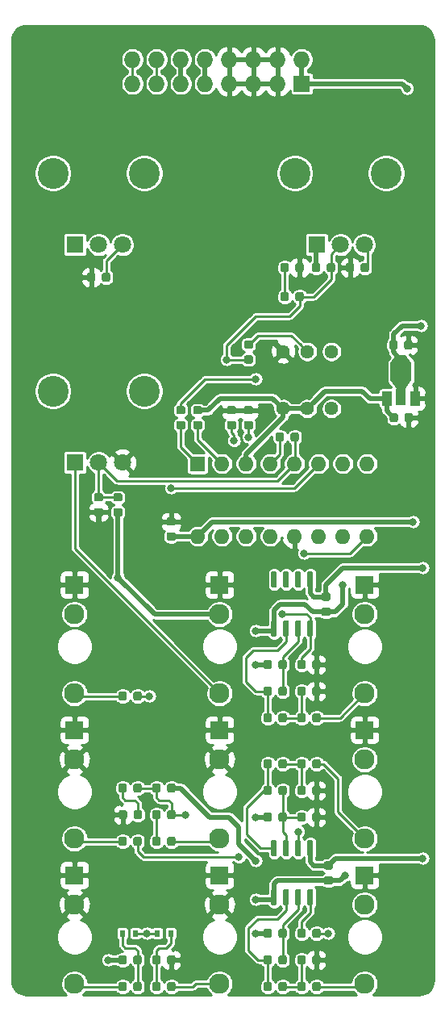
<source format=gbr>
G04 #@! TF.GenerationSoftware,KiCad,Pcbnew,5.1.6-c6e7f7d~86~ubuntu20.04.1*
G04 #@! TF.CreationDate,2020-05-29T14:12:17+02:00*
G04 #@! TF.ProjectId,osc1,6f736331-2e6b-4696-9361-645f70636258,rev?*
G04 #@! TF.SameCoordinates,Original*
G04 #@! TF.FileFunction,Copper,L2,Bot*
G04 #@! TF.FilePolarity,Positive*
%FSLAX46Y46*%
G04 Gerber Fmt 4.6, Leading zero omitted, Abs format (unit mm)*
G04 Created by KiCad (PCBNEW 5.1.6-c6e7f7d~86~ubuntu20.04.1) date 2020-05-29 14:12:17*
%MOMM*%
%LPD*%
G01*
G04 APERTURE LIST*
G04 #@! TA.AperFunction,SMDPad,CuDef*
%ADD10C,0.100000*%
G04 #@! TD*
G04 #@! TA.AperFunction,SMDPad,CuDef*
%ADD11R,2.200000X1.840000*%
G04 #@! TD*
G04 #@! TA.AperFunction,SMDPad,CuDef*
%ADD12R,1.000000X1.500000*%
G04 #@! TD*
G04 #@! TA.AperFunction,SMDPad,CuDef*
%ADD13R,1.000000X1.800000*%
G04 #@! TD*
G04 #@! TA.AperFunction,SMDPad,CuDef*
%ADD14R,0.600000X0.700000*%
G04 #@! TD*
G04 #@! TA.AperFunction,ComponentPad*
%ADD15C,2.130000*%
G04 #@! TD*
G04 #@! TA.AperFunction,ComponentPad*
%ADD16R,1.930000X1.830000*%
G04 #@! TD*
G04 #@! TA.AperFunction,ComponentPad*
%ADD17C,1.440000*%
G04 #@! TD*
G04 #@! TA.AperFunction,ComponentPad*
%ADD18R,1.600000X1.600000*%
G04 #@! TD*
G04 #@! TA.AperFunction,ComponentPad*
%ADD19O,1.600000X1.600000*%
G04 #@! TD*
G04 #@! TA.AperFunction,ComponentPad*
%ADD20C,3.240000*%
G04 #@! TD*
G04 #@! TA.AperFunction,ComponentPad*
%ADD21C,1.800000*%
G04 #@! TD*
G04 #@! TA.AperFunction,ComponentPad*
%ADD22R,1.800000X1.800000*%
G04 #@! TD*
G04 #@! TA.AperFunction,ComponentPad*
%ADD23O,1.727200X1.727200*%
G04 #@! TD*
G04 #@! TA.AperFunction,ComponentPad*
%ADD24R,1.727200X1.727200*%
G04 #@! TD*
G04 #@! TA.AperFunction,ViaPad*
%ADD25C,0.800000*%
G04 #@! TD*
G04 #@! TA.AperFunction,Conductor*
%ADD26C,0.250000*%
G04 #@! TD*
G04 #@! TA.AperFunction,Conductor*
%ADD27C,0.508000*%
G04 #@! TD*
G04 #@! TA.AperFunction,Conductor*
%ADD28C,0.254000*%
G04 #@! TD*
G04 APERTURE END LIST*
G04 #@! TA.AperFunction,SMDPad,CuDef*
G36*
G01*
X101442000Y-113032250D02*
X101442000Y-112519750D01*
G75*
G02*
X101660750Y-112301000I218750J0D01*
G01*
X102098250Y-112301000D01*
G75*
G02*
X102317000Y-112519750I0J-218750D01*
G01*
X102317000Y-113032250D01*
G75*
G02*
X102098250Y-113251000I-218750J0D01*
G01*
X101660750Y-113251000D01*
G75*
G02*
X101442000Y-113032250I0J218750D01*
G01*
G37*
G04 #@! TD.AperFunction*
G04 #@! TA.AperFunction,SMDPad,CuDef*
G36*
G01*
X99867000Y-113032250D02*
X99867000Y-112519750D01*
G75*
G02*
X100085750Y-112301000I218750J0D01*
G01*
X100523250Y-112301000D01*
G75*
G02*
X100742000Y-112519750I0J-218750D01*
G01*
X100742000Y-113032250D01*
G75*
G02*
X100523250Y-113251000I-218750J0D01*
G01*
X100085750Y-113251000D01*
G75*
G02*
X99867000Y-113032250I0J218750D01*
G01*
G37*
G04 #@! TD.AperFunction*
G04 #@! TA.AperFunction,SMDPad,CuDef*
G36*
G01*
X89156250Y-122078000D02*
X88643750Y-122078000D01*
G75*
G02*
X88425000Y-121859250I0J218750D01*
G01*
X88425000Y-121421750D01*
G75*
G02*
X88643750Y-121203000I218750J0D01*
G01*
X89156250Y-121203000D01*
G75*
G02*
X89375000Y-121421750I0J-218750D01*
G01*
X89375000Y-121859250D01*
G75*
G02*
X89156250Y-122078000I-218750J0D01*
G01*
G37*
G04 #@! TD.AperFunction*
G04 #@! TA.AperFunction,SMDPad,CuDef*
G36*
G01*
X89156250Y-123653000D02*
X88643750Y-123653000D01*
G75*
G02*
X88425000Y-123434250I0J218750D01*
G01*
X88425000Y-122996750D01*
G75*
G02*
X88643750Y-122778000I218750J0D01*
G01*
X89156250Y-122778000D01*
G75*
G02*
X89375000Y-122996750I0J-218750D01*
G01*
X89375000Y-123434250D01*
G75*
G02*
X89156250Y-123653000I-218750J0D01*
G01*
G37*
G04 #@! TD.AperFunction*
G04 #@! TA.AperFunction,SMDPad,CuDef*
G36*
G01*
X84232000Y-149349750D02*
X84232000Y-149862250D01*
G75*
G02*
X84013250Y-150081000I-218750J0D01*
G01*
X83575750Y-150081000D01*
G75*
G02*
X83357000Y-149862250I0J218750D01*
G01*
X83357000Y-149349750D01*
G75*
G02*
X83575750Y-149131000I218750J0D01*
G01*
X84013250Y-149131000D01*
G75*
G02*
X84232000Y-149349750I0J-218750D01*
G01*
G37*
G04 #@! TD.AperFunction*
G04 #@! TA.AperFunction,SMDPad,CuDef*
G36*
G01*
X85807000Y-149349750D02*
X85807000Y-149862250D01*
G75*
G02*
X85588250Y-150081000I-218750J0D01*
G01*
X85150750Y-150081000D01*
G75*
G02*
X84932000Y-149862250I0J218750D01*
G01*
X84932000Y-149349750D01*
G75*
G02*
X85150750Y-149131000I218750J0D01*
G01*
X85588250Y-149131000D01*
G75*
G02*
X85807000Y-149349750I0J-218750D01*
G01*
G37*
G04 #@! TD.AperFunction*
G04 #@! TA.AperFunction,SMDPad,CuDef*
G36*
G01*
X84957500Y-152656250D02*
X84957500Y-152143750D01*
G75*
G02*
X85176250Y-151925000I218750J0D01*
G01*
X85613750Y-151925000D01*
G75*
G02*
X85832500Y-152143750I0J-218750D01*
G01*
X85832500Y-152656250D01*
G75*
G02*
X85613750Y-152875000I-218750J0D01*
G01*
X85176250Y-152875000D01*
G75*
G02*
X84957500Y-152656250I0J218750D01*
G01*
G37*
G04 #@! TD.AperFunction*
G04 #@! TA.AperFunction,SMDPad,CuDef*
G36*
G01*
X83382500Y-152656250D02*
X83382500Y-152143750D01*
G75*
G02*
X83601250Y-151925000I218750J0D01*
G01*
X84038750Y-151925000D01*
G75*
G02*
X84257500Y-152143750I0J-218750D01*
G01*
X84257500Y-152656250D01*
G75*
G02*
X84038750Y-152875000I-218750J0D01*
G01*
X83601250Y-152875000D01*
G75*
G02*
X83382500Y-152656250I0J218750D01*
G01*
G37*
G04 #@! TD.AperFunction*
G04 #@! TA.AperFunction,SMDPad,CuDef*
D10*
G36*
X112630000Y-107827700D02*
G01*
X111930000Y-106827700D01*
X114130000Y-106827700D01*
X113430000Y-107827700D01*
X112630000Y-107827700D01*
G37*
G04 #@! TD.AperFunction*
D11*
X113030000Y-105918000D03*
D12*
X111530000Y-108731500D03*
D13*
X113030000Y-108585000D03*
D12*
X114530000Y-108731500D03*
G04 #@! TA.AperFunction,SMDPad,CuDef*
D10*
G36*
X113530000Y-104159500D02*
G01*
X114130000Y-105009500D01*
X111930000Y-105009500D01*
X112530000Y-104159500D01*
X113530000Y-104159500D01*
G37*
G04 #@! TD.AperFunction*
G04 #@! TA.AperFunction,SMDPad,CuDef*
G36*
G01*
X88488000Y-149862250D02*
X88488000Y-149349750D01*
G75*
G02*
X88706750Y-149131000I218750J0D01*
G01*
X89144250Y-149131000D01*
G75*
G02*
X89363000Y-149349750I0J-218750D01*
G01*
X89363000Y-149862250D01*
G75*
G02*
X89144250Y-150081000I-218750J0D01*
G01*
X88706750Y-150081000D01*
G75*
G02*
X88488000Y-149862250I0J218750D01*
G01*
G37*
G04 #@! TD.AperFunction*
G04 #@! TA.AperFunction,SMDPad,CuDef*
G36*
G01*
X86913000Y-149862250D02*
X86913000Y-149349750D01*
G75*
G02*
X87131750Y-149131000I218750J0D01*
G01*
X87569250Y-149131000D01*
G75*
G02*
X87788000Y-149349750I0J-218750D01*
G01*
X87788000Y-149862250D01*
G75*
G02*
X87569250Y-150081000I-218750J0D01*
G01*
X87131750Y-150081000D01*
G75*
G02*
X86913000Y-149862250I0J218750D01*
G01*
G37*
G04 #@! TD.AperFunction*
G04 #@! TA.AperFunction,SMDPad,CuDef*
G36*
G01*
X112680000Y-102867750D02*
X112680000Y-103380250D01*
G75*
G02*
X112461250Y-103599000I-218750J0D01*
G01*
X112023750Y-103599000D01*
G75*
G02*
X111805000Y-103380250I0J218750D01*
G01*
X111805000Y-102867750D01*
G75*
G02*
X112023750Y-102649000I218750J0D01*
G01*
X112461250Y-102649000D01*
G75*
G02*
X112680000Y-102867750I0J-218750D01*
G01*
G37*
G04 #@! TD.AperFunction*
G04 #@! TA.AperFunction,SMDPad,CuDef*
G36*
G01*
X114255000Y-102867750D02*
X114255000Y-103380250D01*
G75*
G02*
X114036250Y-103599000I-218750J0D01*
G01*
X113598750Y-103599000D01*
G75*
G02*
X113380000Y-103380250I0J218750D01*
G01*
X113380000Y-102867750D01*
G75*
G02*
X113598750Y-102649000I218750J0D01*
G01*
X114036250Y-102649000D01*
G75*
G02*
X114255000Y-102867750I0J-218750D01*
G01*
G37*
G04 #@! TD.AperFunction*
G04 #@! TA.AperFunction,SMDPad,CuDef*
G36*
G01*
X113405500Y-111000250D02*
X113405500Y-110487750D01*
G75*
G02*
X113624250Y-110269000I218750J0D01*
G01*
X114061750Y-110269000D01*
G75*
G02*
X114280500Y-110487750I0J-218750D01*
G01*
X114280500Y-111000250D01*
G75*
G02*
X114061750Y-111219000I-218750J0D01*
G01*
X113624250Y-111219000D01*
G75*
G02*
X113405500Y-111000250I0J218750D01*
G01*
G37*
G04 #@! TD.AperFunction*
G04 #@! TA.AperFunction,SMDPad,CuDef*
G36*
G01*
X111830500Y-111000250D02*
X111830500Y-110487750D01*
G75*
G02*
X112049250Y-110269000I218750J0D01*
G01*
X112486750Y-110269000D01*
G75*
G02*
X112705500Y-110487750I0J-218750D01*
G01*
X112705500Y-111000250D01*
G75*
G02*
X112486750Y-111219000I-218750J0D01*
G01*
X112049250Y-111219000D01*
G75*
G02*
X111830500Y-111000250I0J218750D01*
G01*
G37*
G04 #@! TD.AperFunction*
G04 #@! TA.AperFunction,SMDPad,CuDef*
G36*
G01*
X96771750Y-104210499D02*
X97284250Y-104210499D01*
G75*
G02*
X97503000Y-104429249I0J-218750D01*
G01*
X97503000Y-104866749D01*
G75*
G02*
X97284250Y-105085499I-218750J0D01*
G01*
X96771750Y-105085499D01*
G75*
G02*
X96553000Y-104866749I0J218750D01*
G01*
X96553000Y-104429249D01*
G75*
G02*
X96771750Y-104210499I218750J0D01*
G01*
G37*
G04 #@! TD.AperFunction*
G04 #@! TA.AperFunction,SMDPad,CuDef*
G36*
G01*
X96771750Y-102635499D02*
X97284250Y-102635499D01*
G75*
G02*
X97503000Y-102854249I0J-218750D01*
G01*
X97503000Y-103291749D01*
G75*
G02*
X97284250Y-103510499I-218750J0D01*
G01*
X96771750Y-103510499D01*
G75*
G02*
X96553000Y-103291749I0J218750D01*
G01*
X96553000Y-102854249D01*
G75*
G02*
X96771750Y-102635499I218750J0D01*
G01*
G37*
G04 #@! TD.AperFunction*
G04 #@! TA.AperFunction,SMDPad,CuDef*
G36*
G01*
X99545000Y-132002000D02*
X99845000Y-132002000D01*
G75*
G02*
X99995000Y-132152000I0J-150000D01*
G01*
X99995000Y-133602000D01*
G75*
G02*
X99845000Y-133752000I-150000J0D01*
G01*
X99545000Y-133752000D01*
G75*
G02*
X99395000Y-133602000I0J150000D01*
G01*
X99395000Y-132152000D01*
G75*
G02*
X99545000Y-132002000I150000J0D01*
G01*
G37*
G04 #@! TD.AperFunction*
G04 #@! TA.AperFunction,SMDPad,CuDef*
G36*
G01*
X100815000Y-132002000D02*
X101115000Y-132002000D01*
G75*
G02*
X101265000Y-132152000I0J-150000D01*
G01*
X101265000Y-133602000D01*
G75*
G02*
X101115000Y-133752000I-150000J0D01*
G01*
X100815000Y-133752000D01*
G75*
G02*
X100665000Y-133602000I0J150000D01*
G01*
X100665000Y-132152000D01*
G75*
G02*
X100815000Y-132002000I150000J0D01*
G01*
G37*
G04 #@! TD.AperFunction*
G04 #@! TA.AperFunction,SMDPad,CuDef*
G36*
G01*
X102085000Y-132002000D02*
X102385000Y-132002000D01*
G75*
G02*
X102535000Y-132152000I0J-150000D01*
G01*
X102535000Y-133602000D01*
G75*
G02*
X102385000Y-133752000I-150000J0D01*
G01*
X102085000Y-133752000D01*
G75*
G02*
X101935000Y-133602000I0J150000D01*
G01*
X101935000Y-132152000D01*
G75*
G02*
X102085000Y-132002000I150000J0D01*
G01*
G37*
G04 #@! TD.AperFunction*
G04 #@! TA.AperFunction,SMDPad,CuDef*
G36*
G01*
X103355000Y-132002000D02*
X103655000Y-132002000D01*
G75*
G02*
X103805000Y-132152000I0J-150000D01*
G01*
X103805000Y-133602000D01*
G75*
G02*
X103655000Y-133752000I-150000J0D01*
G01*
X103355000Y-133752000D01*
G75*
G02*
X103205000Y-133602000I0J150000D01*
G01*
X103205000Y-132152000D01*
G75*
G02*
X103355000Y-132002000I150000J0D01*
G01*
G37*
G04 #@! TD.AperFunction*
G04 #@! TA.AperFunction,SMDPad,CuDef*
G36*
G01*
X103355000Y-126852000D02*
X103655000Y-126852000D01*
G75*
G02*
X103805000Y-127002000I0J-150000D01*
G01*
X103805000Y-128452000D01*
G75*
G02*
X103655000Y-128602000I-150000J0D01*
G01*
X103355000Y-128602000D01*
G75*
G02*
X103205000Y-128452000I0J150000D01*
G01*
X103205000Y-127002000D01*
G75*
G02*
X103355000Y-126852000I150000J0D01*
G01*
G37*
G04 #@! TD.AperFunction*
G04 #@! TA.AperFunction,SMDPad,CuDef*
G36*
G01*
X102085000Y-126852000D02*
X102385000Y-126852000D01*
G75*
G02*
X102535000Y-127002000I0J-150000D01*
G01*
X102535000Y-128452000D01*
G75*
G02*
X102385000Y-128602000I-150000J0D01*
G01*
X102085000Y-128602000D01*
G75*
G02*
X101935000Y-128452000I0J150000D01*
G01*
X101935000Y-127002000D01*
G75*
G02*
X102085000Y-126852000I150000J0D01*
G01*
G37*
G04 #@! TD.AperFunction*
G04 #@! TA.AperFunction,SMDPad,CuDef*
G36*
G01*
X100815000Y-126852000D02*
X101115000Y-126852000D01*
G75*
G02*
X101265000Y-127002000I0J-150000D01*
G01*
X101265000Y-128452000D01*
G75*
G02*
X101115000Y-128602000I-150000J0D01*
G01*
X100815000Y-128602000D01*
G75*
G02*
X100665000Y-128452000I0J150000D01*
G01*
X100665000Y-127002000D01*
G75*
G02*
X100815000Y-126852000I150000J0D01*
G01*
G37*
G04 #@! TD.AperFunction*
G04 #@! TA.AperFunction,SMDPad,CuDef*
G36*
G01*
X99545000Y-126852000D02*
X99845000Y-126852000D01*
G75*
G02*
X99995000Y-127002000I0J-150000D01*
G01*
X99995000Y-128452000D01*
G75*
G02*
X99845000Y-128602000I-150000J0D01*
G01*
X99545000Y-128602000D01*
G75*
G02*
X99395000Y-128452000I0J150000D01*
G01*
X99395000Y-127002000D01*
G75*
G02*
X99545000Y-126852000I150000J0D01*
G01*
G37*
G04 #@! TD.AperFunction*
G04 #@! TA.AperFunction,SMDPad,CuDef*
G36*
G01*
X105666250Y-158171500D02*
X105153750Y-158171500D01*
G75*
G02*
X104935000Y-157952750I0J218750D01*
G01*
X104935000Y-157515250D01*
G75*
G02*
X105153750Y-157296500I218750J0D01*
G01*
X105666250Y-157296500D01*
G75*
G02*
X105885000Y-157515250I0J-218750D01*
G01*
X105885000Y-157952750D01*
G75*
G02*
X105666250Y-158171500I-218750J0D01*
G01*
G37*
G04 #@! TD.AperFunction*
G04 #@! TA.AperFunction,SMDPad,CuDef*
G36*
G01*
X105666250Y-159746500D02*
X105153750Y-159746500D01*
G75*
G02*
X104935000Y-159527750I0J218750D01*
G01*
X104935000Y-159090250D01*
G75*
G02*
X105153750Y-158871500I218750J0D01*
G01*
X105666250Y-158871500D01*
G75*
G02*
X105885000Y-159090250I0J-218750D01*
G01*
X105885000Y-159527750D01*
G75*
G02*
X105666250Y-159746500I-218750J0D01*
G01*
G37*
G04 #@! TD.AperFunction*
G04 #@! TA.AperFunction,SMDPad,CuDef*
G36*
G01*
X105412250Y-129977500D02*
X104899750Y-129977500D01*
G75*
G02*
X104681000Y-129758750I0J218750D01*
G01*
X104681000Y-129321250D01*
G75*
G02*
X104899750Y-129102500I218750J0D01*
G01*
X105412250Y-129102500D01*
G75*
G02*
X105631000Y-129321250I0J-218750D01*
G01*
X105631000Y-129758750D01*
G75*
G02*
X105412250Y-129977500I-218750J0D01*
G01*
G37*
G04 #@! TD.AperFunction*
G04 #@! TA.AperFunction,SMDPad,CuDef*
G36*
G01*
X105412250Y-131552500D02*
X104899750Y-131552500D01*
G75*
G02*
X104681000Y-131333750I0J218750D01*
G01*
X104681000Y-130896250D01*
G75*
G02*
X104899750Y-130677500I218750J0D01*
G01*
X105412250Y-130677500D01*
G75*
G02*
X105631000Y-130896250I0J-218750D01*
G01*
X105631000Y-131333750D01*
G75*
G02*
X105412250Y-131552500I-218750J0D01*
G01*
G37*
G04 #@! TD.AperFunction*
D14*
X88838000Y-164846000D03*
X87438000Y-164846000D03*
X85155000Y-164846000D03*
X83755000Y-164846000D03*
D15*
X93980000Y-139670000D03*
D16*
X93980000Y-128270000D03*
D15*
X93980000Y-131370000D03*
D17*
X100650000Y-103800000D03*
X103190000Y-103800000D03*
X105730000Y-103800000D03*
X100650000Y-109800000D03*
X103190000Y-109800000D03*
X105730000Y-109800000D03*
G04 #@! TA.AperFunction,SMDPad,CuDef*
G36*
G01*
X99545000Y-160196000D02*
X99845000Y-160196000D01*
G75*
G02*
X99995000Y-160346000I0J-150000D01*
G01*
X99995000Y-161796000D01*
G75*
G02*
X99845000Y-161946000I-150000J0D01*
G01*
X99545000Y-161946000D01*
G75*
G02*
X99395000Y-161796000I0J150000D01*
G01*
X99395000Y-160346000D01*
G75*
G02*
X99545000Y-160196000I150000J0D01*
G01*
G37*
G04 #@! TD.AperFunction*
G04 #@! TA.AperFunction,SMDPad,CuDef*
G36*
G01*
X100815000Y-160196000D02*
X101115000Y-160196000D01*
G75*
G02*
X101265000Y-160346000I0J-150000D01*
G01*
X101265000Y-161796000D01*
G75*
G02*
X101115000Y-161946000I-150000J0D01*
G01*
X100815000Y-161946000D01*
G75*
G02*
X100665000Y-161796000I0J150000D01*
G01*
X100665000Y-160346000D01*
G75*
G02*
X100815000Y-160196000I150000J0D01*
G01*
G37*
G04 #@! TD.AperFunction*
G04 #@! TA.AperFunction,SMDPad,CuDef*
G36*
G01*
X102085000Y-160196000D02*
X102385000Y-160196000D01*
G75*
G02*
X102535000Y-160346000I0J-150000D01*
G01*
X102535000Y-161796000D01*
G75*
G02*
X102385000Y-161946000I-150000J0D01*
G01*
X102085000Y-161946000D01*
G75*
G02*
X101935000Y-161796000I0J150000D01*
G01*
X101935000Y-160346000D01*
G75*
G02*
X102085000Y-160196000I150000J0D01*
G01*
G37*
G04 #@! TD.AperFunction*
G04 #@! TA.AperFunction,SMDPad,CuDef*
G36*
G01*
X103355000Y-160196000D02*
X103655000Y-160196000D01*
G75*
G02*
X103805000Y-160346000I0J-150000D01*
G01*
X103805000Y-161796000D01*
G75*
G02*
X103655000Y-161946000I-150000J0D01*
G01*
X103355000Y-161946000D01*
G75*
G02*
X103205000Y-161796000I0J150000D01*
G01*
X103205000Y-160346000D01*
G75*
G02*
X103355000Y-160196000I150000J0D01*
G01*
G37*
G04 #@! TD.AperFunction*
G04 #@! TA.AperFunction,SMDPad,CuDef*
G36*
G01*
X103355000Y-155046000D02*
X103655000Y-155046000D01*
G75*
G02*
X103805000Y-155196000I0J-150000D01*
G01*
X103805000Y-156646000D01*
G75*
G02*
X103655000Y-156796000I-150000J0D01*
G01*
X103355000Y-156796000D01*
G75*
G02*
X103205000Y-156646000I0J150000D01*
G01*
X103205000Y-155196000D01*
G75*
G02*
X103355000Y-155046000I150000J0D01*
G01*
G37*
G04 #@! TD.AperFunction*
G04 #@! TA.AperFunction,SMDPad,CuDef*
G36*
G01*
X102085000Y-155046000D02*
X102385000Y-155046000D01*
G75*
G02*
X102535000Y-155196000I0J-150000D01*
G01*
X102535000Y-156646000D01*
G75*
G02*
X102385000Y-156796000I-150000J0D01*
G01*
X102085000Y-156796000D01*
G75*
G02*
X101935000Y-156646000I0J150000D01*
G01*
X101935000Y-155196000D01*
G75*
G02*
X102085000Y-155046000I150000J0D01*
G01*
G37*
G04 #@! TD.AperFunction*
G04 #@! TA.AperFunction,SMDPad,CuDef*
G36*
G01*
X100815000Y-155046000D02*
X101115000Y-155046000D01*
G75*
G02*
X101265000Y-155196000I0J-150000D01*
G01*
X101265000Y-156646000D01*
G75*
G02*
X101115000Y-156796000I-150000J0D01*
G01*
X100815000Y-156796000D01*
G75*
G02*
X100665000Y-156646000I0J150000D01*
G01*
X100665000Y-155196000D01*
G75*
G02*
X100815000Y-155046000I150000J0D01*
G01*
G37*
G04 #@! TD.AperFunction*
G04 #@! TA.AperFunction,SMDPad,CuDef*
G36*
G01*
X99545000Y-155046000D02*
X99845000Y-155046000D01*
G75*
G02*
X99995000Y-155196000I0J-150000D01*
G01*
X99995000Y-156646000D01*
G75*
G02*
X99845000Y-156796000I-150000J0D01*
G01*
X99545000Y-156796000D01*
G75*
G02*
X99395000Y-156646000I0J150000D01*
G01*
X99395000Y-155196000D01*
G75*
G02*
X99545000Y-155046000I150000J0D01*
G01*
G37*
G04 #@! TD.AperFunction*
D18*
X91694000Y-115570000D03*
D19*
X109474000Y-123190000D03*
X94234000Y-115570000D03*
X106934000Y-123190000D03*
X96774000Y-115570000D03*
X104394000Y-123190000D03*
X99314000Y-115570000D03*
X101854000Y-123190000D03*
X101854000Y-115570000D03*
X99314000Y-123190000D03*
X104394000Y-115570000D03*
X96774000Y-123190000D03*
X106934000Y-115570000D03*
X94234000Y-123190000D03*
X109474000Y-115570000D03*
X91694000Y-123190000D03*
D20*
X101880000Y-85090000D03*
X111480000Y-85090000D03*
D21*
X109180000Y-92590000D03*
X106680000Y-92590000D03*
D22*
X104180000Y-92590000D03*
D20*
X76480000Y-85090000D03*
X86080000Y-85090000D03*
D21*
X83780000Y-92590000D03*
X81280000Y-92590000D03*
D22*
X78780000Y-92590000D03*
D20*
X76480000Y-107950000D03*
X86080000Y-107950000D03*
D21*
X83780000Y-115450000D03*
X81280000Y-115450000D03*
D22*
X78780000Y-115450000D03*
G04 #@! TA.AperFunction,SMDPad,CuDef*
G36*
G01*
X103028000Y-170177750D02*
X103028000Y-170690250D01*
G75*
G02*
X102809250Y-170909000I-218750J0D01*
G01*
X102371750Y-170909000D01*
G75*
G02*
X102153000Y-170690250I0J218750D01*
G01*
X102153000Y-170177750D01*
G75*
G02*
X102371750Y-169959000I218750J0D01*
G01*
X102809250Y-169959000D01*
G75*
G02*
X103028000Y-170177750I0J-218750D01*
G01*
G37*
G04 #@! TD.AperFunction*
G04 #@! TA.AperFunction,SMDPad,CuDef*
G36*
G01*
X104603000Y-170177750D02*
X104603000Y-170690250D01*
G75*
G02*
X104384250Y-170909000I-218750J0D01*
G01*
X103946750Y-170909000D01*
G75*
G02*
X103728000Y-170690250I0J218750D01*
G01*
X103728000Y-170177750D01*
G75*
G02*
X103946750Y-169959000I218750J0D01*
G01*
X104384250Y-169959000D01*
G75*
G02*
X104603000Y-170177750I0J-218750D01*
G01*
G37*
G04 #@! TD.AperFunction*
G04 #@! TA.AperFunction,SMDPad,CuDef*
G36*
G01*
X103028000Y-141983750D02*
X103028000Y-142496250D01*
G75*
G02*
X102809250Y-142715000I-218750J0D01*
G01*
X102371750Y-142715000D01*
G75*
G02*
X102153000Y-142496250I0J218750D01*
G01*
X102153000Y-141983750D01*
G75*
G02*
X102371750Y-141765000I218750J0D01*
G01*
X102809250Y-141765000D01*
G75*
G02*
X103028000Y-141983750I0J-218750D01*
G01*
G37*
G04 #@! TD.AperFunction*
G04 #@! TA.AperFunction,SMDPad,CuDef*
G36*
G01*
X104603000Y-141983750D02*
X104603000Y-142496250D01*
G75*
G02*
X104384250Y-142715000I-218750J0D01*
G01*
X103946750Y-142715000D01*
G75*
G02*
X103728000Y-142496250I0J218750D01*
G01*
X103728000Y-141983750D01*
G75*
G02*
X103946750Y-141765000I218750J0D01*
G01*
X104384250Y-141765000D01*
G75*
G02*
X104603000Y-141983750I0J-218750D01*
G01*
G37*
G04 #@! TD.AperFunction*
G04 #@! TA.AperFunction,SMDPad,CuDef*
G36*
G01*
X103028000Y-146809750D02*
X103028000Y-147322250D01*
G75*
G02*
X102809250Y-147541000I-218750J0D01*
G01*
X102371750Y-147541000D01*
G75*
G02*
X102153000Y-147322250I0J218750D01*
G01*
X102153000Y-146809750D01*
G75*
G02*
X102371750Y-146591000I218750J0D01*
G01*
X102809250Y-146591000D01*
G75*
G02*
X103028000Y-146809750I0J-218750D01*
G01*
G37*
G04 #@! TD.AperFunction*
G04 #@! TA.AperFunction,SMDPad,CuDef*
G36*
G01*
X104603000Y-146809750D02*
X104603000Y-147322250D01*
G75*
G02*
X104384250Y-147541000I-218750J0D01*
G01*
X103946750Y-147541000D01*
G75*
G02*
X103728000Y-147322250I0J218750D01*
G01*
X103728000Y-146809750D01*
G75*
G02*
X103946750Y-146591000I218750J0D01*
G01*
X104384250Y-146591000D01*
G75*
G02*
X104603000Y-146809750I0J-218750D01*
G01*
G37*
G04 #@! TD.AperFunction*
G04 #@! TA.AperFunction,SMDPad,CuDef*
G36*
G01*
X103028000Y-167383750D02*
X103028000Y-167896250D01*
G75*
G02*
X102809250Y-168115000I-218750J0D01*
G01*
X102371750Y-168115000D01*
G75*
G02*
X102153000Y-167896250I0J218750D01*
G01*
X102153000Y-167383750D01*
G75*
G02*
X102371750Y-167165000I218750J0D01*
G01*
X102809250Y-167165000D01*
G75*
G02*
X103028000Y-167383750I0J-218750D01*
G01*
G37*
G04 #@! TD.AperFunction*
G04 #@! TA.AperFunction,SMDPad,CuDef*
G36*
G01*
X104603000Y-167383750D02*
X104603000Y-167896250D01*
G75*
G02*
X104384250Y-168115000I-218750J0D01*
G01*
X103946750Y-168115000D01*
G75*
G02*
X103728000Y-167896250I0J218750D01*
G01*
X103728000Y-167383750D01*
G75*
G02*
X103946750Y-167165000I218750J0D01*
G01*
X104384250Y-167165000D01*
G75*
G02*
X104603000Y-167383750I0J-218750D01*
G01*
G37*
G04 #@! TD.AperFunction*
G04 #@! TA.AperFunction,SMDPad,CuDef*
G36*
G01*
X103028000Y-139189750D02*
X103028000Y-139702250D01*
G75*
G02*
X102809250Y-139921000I-218750J0D01*
G01*
X102371750Y-139921000D01*
G75*
G02*
X102153000Y-139702250I0J218750D01*
G01*
X102153000Y-139189750D01*
G75*
G02*
X102371750Y-138971000I218750J0D01*
G01*
X102809250Y-138971000D01*
G75*
G02*
X103028000Y-139189750I0J-218750D01*
G01*
G37*
G04 #@! TD.AperFunction*
G04 #@! TA.AperFunction,SMDPad,CuDef*
G36*
G01*
X104603000Y-139189750D02*
X104603000Y-139702250D01*
G75*
G02*
X104384250Y-139921000I-218750J0D01*
G01*
X103946750Y-139921000D01*
G75*
G02*
X103728000Y-139702250I0J218750D01*
G01*
X103728000Y-139189750D01*
G75*
G02*
X103946750Y-138971000I218750J0D01*
G01*
X104384250Y-138971000D01*
G75*
G02*
X104603000Y-139189750I0J-218750D01*
G01*
G37*
G04 #@! TD.AperFunction*
G04 #@! TA.AperFunction,SMDPad,CuDef*
G36*
G01*
X103028000Y-149603750D02*
X103028000Y-150116250D01*
G75*
G02*
X102809250Y-150335000I-218750J0D01*
G01*
X102371750Y-150335000D01*
G75*
G02*
X102153000Y-150116250I0J218750D01*
G01*
X102153000Y-149603750D01*
G75*
G02*
X102371750Y-149385000I218750J0D01*
G01*
X102809250Y-149385000D01*
G75*
G02*
X103028000Y-149603750I0J-218750D01*
G01*
G37*
G04 #@! TD.AperFunction*
G04 #@! TA.AperFunction,SMDPad,CuDef*
G36*
G01*
X104603000Y-149603750D02*
X104603000Y-150116250D01*
G75*
G02*
X104384250Y-150335000I-218750J0D01*
G01*
X103946750Y-150335000D01*
G75*
G02*
X103728000Y-150116250I0J218750D01*
G01*
X103728000Y-149603750D01*
G75*
G02*
X103946750Y-149385000I218750J0D01*
G01*
X104384250Y-149385000D01*
G75*
G02*
X104603000Y-149603750I0J-218750D01*
G01*
G37*
G04 #@! TD.AperFunction*
G04 #@! TA.AperFunction,SMDPad,CuDef*
G36*
G01*
X99472000Y-170177750D02*
X99472000Y-170690250D01*
G75*
G02*
X99253250Y-170909000I-218750J0D01*
G01*
X98815750Y-170909000D01*
G75*
G02*
X98597000Y-170690250I0J218750D01*
G01*
X98597000Y-170177750D01*
G75*
G02*
X98815750Y-169959000I218750J0D01*
G01*
X99253250Y-169959000D01*
G75*
G02*
X99472000Y-170177750I0J-218750D01*
G01*
G37*
G04 #@! TD.AperFunction*
G04 #@! TA.AperFunction,SMDPad,CuDef*
G36*
G01*
X101047000Y-170177750D02*
X101047000Y-170690250D01*
G75*
G02*
X100828250Y-170909000I-218750J0D01*
G01*
X100390750Y-170909000D01*
G75*
G02*
X100172000Y-170690250I0J218750D01*
G01*
X100172000Y-170177750D01*
G75*
G02*
X100390750Y-169959000I218750J0D01*
G01*
X100828250Y-169959000D01*
G75*
G02*
X101047000Y-170177750I0J-218750D01*
G01*
G37*
G04 #@! TD.AperFunction*
G04 #@! TA.AperFunction,SMDPad,CuDef*
G36*
G01*
X99472000Y-141983750D02*
X99472000Y-142496250D01*
G75*
G02*
X99253250Y-142715000I-218750J0D01*
G01*
X98815750Y-142715000D01*
G75*
G02*
X98597000Y-142496250I0J218750D01*
G01*
X98597000Y-141983750D01*
G75*
G02*
X98815750Y-141765000I218750J0D01*
G01*
X99253250Y-141765000D01*
G75*
G02*
X99472000Y-141983750I0J-218750D01*
G01*
G37*
G04 #@! TD.AperFunction*
G04 #@! TA.AperFunction,SMDPad,CuDef*
G36*
G01*
X101047000Y-141983750D02*
X101047000Y-142496250D01*
G75*
G02*
X100828250Y-142715000I-218750J0D01*
G01*
X100390750Y-142715000D01*
G75*
G02*
X100172000Y-142496250I0J218750D01*
G01*
X100172000Y-141983750D01*
G75*
G02*
X100390750Y-141765000I218750J0D01*
G01*
X100828250Y-141765000D01*
G75*
G02*
X101047000Y-141983750I0J-218750D01*
G01*
G37*
G04 #@! TD.AperFunction*
G04 #@! TA.AperFunction,SMDPad,CuDef*
G36*
G01*
X99472000Y-146809750D02*
X99472000Y-147322250D01*
G75*
G02*
X99253250Y-147541000I-218750J0D01*
G01*
X98815750Y-147541000D01*
G75*
G02*
X98597000Y-147322250I0J218750D01*
G01*
X98597000Y-146809750D01*
G75*
G02*
X98815750Y-146591000I218750J0D01*
G01*
X99253250Y-146591000D01*
G75*
G02*
X99472000Y-146809750I0J-218750D01*
G01*
G37*
G04 #@! TD.AperFunction*
G04 #@! TA.AperFunction,SMDPad,CuDef*
G36*
G01*
X101047000Y-146809750D02*
X101047000Y-147322250D01*
G75*
G02*
X100828250Y-147541000I-218750J0D01*
G01*
X100390750Y-147541000D01*
G75*
G02*
X100172000Y-147322250I0J218750D01*
G01*
X100172000Y-146809750D01*
G75*
G02*
X100390750Y-146591000I218750J0D01*
G01*
X100828250Y-146591000D01*
G75*
G02*
X101047000Y-146809750I0J-218750D01*
G01*
G37*
G04 #@! TD.AperFunction*
G04 #@! TA.AperFunction,SMDPad,CuDef*
G36*
G01*
X100172000Y-139702250D02*
X100172000Y-139189750D01*
G75*
G02*
X100390750Y-138971000I218750J0D01*
G01*
X100828250Y-138971000D01*
G75*
G02*
X101047000Y-139189750I0J-218750D01*
G01*
X101047000Y-139702250D01*
G75*
G02*
X100828250Y-139921000I-218750J0D01*
G01*
X100390750Y-139921000D01*
G75*
G02*
X100172000Y-139702250I0J218750D01*
G01*
G37*
G04 #@! TD.AperFunction*
G04 #@! TA.AperFunction,SMDPad,CuDef*
G36*
G01*
X98597000Y-139702250D02*
X98597000Y-139189750D01*
G75*
G02*
X98815750Y-138971000I218750J0D01*
G01*
X99253250Y-138971000D01*
G75*
G02*
X99472000Y-139189750I0J-218750D01*
G01*
X99472000Y-139702250D01*
G75*
G02*
X99253250Y-139921000I-218750J0D01*
G01*
X98815750Y-139921000D01*
G75*
G02*
X98597000Y-139702250I0J218750D01*
G01*
G37*
G04 #@! TD.AperFunction*
G04 #@! TA.AperFunction,SMDPad,CuDef*
G36*
G01*
X100172000Y-167896250D02*
X100172000Y-167383750D01*
G75*
G02*
X100390750Y-167165000I218750J0D01*
G01*
X100828250Y-167165000D01*
G75*
G02*
X101047000Y-167383750I0J-218750D01*
G01*
X101047000Y-167896250D01*
G75*
G02*
X100828250Y-168115000I-218750J0D01*
G01*
X100390750Y-168115000D01*
G75*
G02*
X100172000Y-167896250I0J218750D01*
G01*
G37*
G04 #@! TD.AperFunction*
G04 #@! TA.AperFunction,SMDPad,CuDef*
G36*
G01*
X98597000Y-167896250D02*
X98597000Y-167383750D01*
G75*
G02*
X98815750Y-167165000I218750J0D01*
G01*
X99253250Y-167165000D01*
G75*
G02*
X99472000Y-167383750I0J-218750D01*
G01*
X99472000Y-167896250D01*
G75*
G02*
X99253250Y-168115000I-218750J0D01*
G01*
X98815750Y-168115000D01*
G75*
G02*
X98597000Y-167896250I0J218750D01*
G01*
G37*
G04 #@! TD.AperFunction*
G04 #@! TA.AperFunction,SMDPad,CuDef*
G36*
G01*
X100172000Y-150116250D02*
X100172000Y-149603750D01*
G75*
G02*
X100390750Y-149385000I218750J0D01*
G01*
X100828250Y-149385000D01*
G75*
G02*
X101047000Y-149603750I0J-218750D01*
G01*
X101047000Y-150116250D01*
G75*
G02*
X100828250Y-150335000I-218750J0D01*
G01*
X100390750Y-150335000D01*
G75*
G02*
X100172000Y-150116250I0J218750D01*
G01*
G37*
G04 #@! TD.AperFunction*
G04 #@! TA.AperFunction,SMDPad,CuDef*
G36*
G01*
X98597000Y-150116250D02*
X98597000Y-149603750D01*
G75*
G02*
X98815750Y-149385000I218750J0D01*
G01*
X99253250Y-149385000D01*
G75*
G02*
X99472000Y-149603750I0J-218750D01*
G01*
X99472000Y-150116250D01*
G75*
G02*
X99253250Y-150335000I-218750J0D01*
G01*
X98815750Y-150335000D01*
G75*
G02*
X98597000Y-150116250I0J218750D01*
G01*
G37*
G04 #@! TD.AperFunction*
G04 #@! TA.AperFunction,SMDPad,CuDef*
G36*
G01*
X103728000Y-165102250D02*
X103728000Y-164589750D01*
G75*
G02*
X103946750Y-164371000I218750J0D01*
G01*
X104384250Y-164371000D01*
G75*
G02*
X104603000Y-164589750I0J-218750D01*
G01*
X104603000Y-165102250D01*
G75*
G02*
X104384250Y-165321000I-218750J0D01*
G01*
X103946750Y-165321000D01*
G75*
G02*
X103728000Y-165102250I0J218750D01*
G01*
G37*
G04 #@! TD.AperFunction*
G04 #@! TA.AperFunction,SMDPad,CuDef*
G36*
G01*
X102153000Y-165102250D02*
X102153000Y-164589750D01*
G75*
G02*
X102371750Y-164371000I218750J0D01*
G01*
X102809250Y-164371000D01*
G75*
G02*
X103028000Y-164589750I0J-218750D01*
G01*
X103028000Y-165102250D01*
G75*
G02*
X102809250Y-165321000I-218750J0D01*
G01*
X102371750Y-165321000D01*
G75*
G02*
X102153000Y-165102250I0J218750D01*
G01*
G37*
G04 #@! TD.AperFunction*
G04 #@! TA.AperFunction,SMDPad,CuDef*
G36*
G01*
X99472000Y-164589750D02*
X99472000Y-165102250D01*
G75*
G02*
X99253250Y-165321000I-218750J0D01*
G01*
X98815750Y-165321000D01*
G75*
G02*
X98597000Y-165102250I0J218750D01*
G01*
X98597000Y-164589750D01*
G75*
G02*
X98815750Y-164371000I218750J0D01*
G01*
X99253250Y-164371000D01*
G75*
G02*
X99472000Y-164589750I0J-218750D01*
G01*
G37*
G04 #@! TD.AperFunction*
G04 #@! TA.AperFunction,SMDPad,CuDef*
G36*
G01*
X101047000Y-164589750D02*
X101047000Y-165102250D01*
G75*
G02*
X100828250Y-165321000I-218750J0D01*
G01*
X100390750Y-165321000D01*
G75*
G02*
X100172000Y-165102250I0J218750D01*
G01*
X100172000Y-164589750D01*
G75*
G02*
X100390750Y-164371000I218750J0D01*
G01*
X100828250Y-164371000D01*
G75*
G02*
X101047000Y-164589750I0J-218750D01*
G01*
G37*
G04 #@! TD.AperFunction*
G04 #@! TA.AperFunction,SMDPad,CuDef*
G36*
G01*
X99472000Y-136395750D02*
X99472000Y-136908250D01*
G75*
G02*
X99253250Y-137127000I-218750J0D01*
G01*
X98815750Y-137127000D01*
G75*
G02*
X98597000Y-136908250I0J218750D01*
G01*
X98597000Y-136395750D01*
G75*
G02*
X98815750Y-136177000I218750J0D01*
G01*
X99253250Y-136177000D01*
G75*
G02*
X99472000Y-136395750I0J-218750D01*
G01*
G37*
G04 #@! TD.AperFunction*
G04 #@! TA.AperFunction,SMDPad,CuDef*
G36*
G01*
X101047000Y-136395750D02*
X101047000Y-136908250D01*
G75*
G02*
X100828250Y-137127000I-218750J0D01*
G01*
X100390750Y-137127000D01*
G75*
G02*
X100172000Y-136908250I0J218750D01*
G01*
X100172000Y-136395750D01*
G75*
G02*
X100390750Y-136177000I218750J0D01*
G01*
X100828250Y-136177000D01*
G75*
G02*
X101047000Y-136395750I0J-218750D01*
G01*
G37*
G04 #@! TD.AperFunction*
G04 #@! TA.AperFunction,SMDPad,CuDef*
G36*
G01*
X103028000Y-152397750D02*
X103028000Y-152910250D01*
G75*
G02*
X102809250Y-153129000I-218750J0D01*
G01*
X102371750Y-153129000D01*
G75*
G02*
X102153000Y-152910250I0J218750D01*
G01*
X102153000Y-152397750D01*
G75*
G02*
X102371750Y-152179000I218750J0D01*
G01*
X102809250Y-152179000D01*
G75*
G02*
X103028000Y-152397750I0J-218750D01*
G01*
G37*
G04 #@! TD.AperFunction*
G04 #@! TA.AperFunction,SMDPad,CuDef*
G36*
G01*
X104603000Y-152397750D02*
X104603000Y-152910250D01*
G75*
G02*
X104384250Y-153129000I-218750J0D01*
G01*
X103946750Y-153129000D01*
G75*
G02*
X103728000Y-152910250I0J218750D01*
G01*
X103728000Y-152397750D01*
G75*
G02*
X103946750Y-152179000I218750J0D01*
G01*
X104384250Y-152179000D01*
G75*
G02*
X104603000Y-152397750I0J-218750D01*
G01*
G37*
G04 #@! TD.AperFunction*
G04 #@! TA.AperFunction,SMDPad,CuDef*
G36*
G01*
X99472000Y-152397750D02*
X99472000Y-152910250D01*
G75*
G02*
X99253250Y-153129000I-218750J0D01*
G01*
X98815750Y-153129000D01*
G75*
G02*
X98597000Y-152910250I0J218750D01*
G01*
X98597000Y-152397750D01*
G75*
G02*
X98815750Y-152179000I218750J0D01*
G01*
X99253250Y-152179000D01*
G75*
G02*
X99472000Y-152397750I0J-218750D01*
G01*
G37*
G04 #@! TD.AperFunction*
G04 #@! TA.AperFunction,SMDPad,CuDef*
G36*
G01*
X101047000Y-152397750D02*
X101047000Y-152910250D01*
G75*
G02*
X100828250Y-153129000I-218750J0D01*
G01*
X100390750Y-153129000D01*
G75*
G02*
X100172000Y-152910250I0J218750D01*
G01*
X100172000Y-152397750D01*
G75*
G02*
X100390750Y-152179000I218750J0D01*
G01*
X100828250Y-152179000D01*
G75*
G02*
X101047000Y-152397750I0J-218750D01*
G01*
G37*
G04 #@! TD.AperFunction*
G04 #@! TA.AperFunction,SMDPad,CuDef*
G36*
G01*
X103028000Y-136395750D02*
X103028000Y-136908250D01*
G75*
G02*
X102809250Y-137127000I-218750J0D01*
G01*
X102371750Y-137127000D01*
G75*
G02*
X102153000Y-136908250I0J218750D01*
G01*
X102153000Y-136395750D01*
G75*
G02*
X102371750Y-136177000I218750J0D01*
G01*
X102809250Y-136177000D01*
G75*
G02*
X103028000Y-136395750I0J-218750D01*
G01*
G37*
G04 #@! TD.AperFunction*
G04 #@! TA.AperFunction,SMDPad,CuDef*
G36*
G01*
X104603000Y-136395750D02*
X104603000Y-136908250D01*
G75*
G02*
X104384250Y-137127000I-218750J0D01*
G01*
X103946750Y-137127000D01*
G75*
G02*
X103728000Y-136908250I0J218750D01*
G01*
X103728000Y-136395750D01*
G75*
G02*
X103946750Y-136177000I218750J0D01*
G01*
X104384250Y-136177000D01*
G75*
G02*
X104603000Y-136395750I0J-218750D01*
G01*
G37*
G04 #@! TD.AperFunction*
G04 #@! TA.AperFunction,SMDPad,CuDef*
G36*
G01*
X95506250Y-110394000D02*
X94993750Y-110394000D01*
G75*
G02*
X94775000Y-110175250I0J218750D01*
G01*
X94775000Y-109737750D01*
G75*
G02*
X94993750Y-109519000I218750J0D01*
G01*
X95506250Y-109519000D01*
G75*
G02*
X95725000Y-109737750I0J-218750D01*
G01*
X95725000Y-110175250D01*
G75*
G02*
X95506250Y-110394000I-218750J0D01*
G01*
G37*
G04 #@! TD.AperFunction*
G04 #@! TA.AperFunction,SMDPad,CuDef*
G36*
G01*
X95506250Y-111969000D02*
X94993750Y-111969000D01*
G75*
G02*
X94775000Y-111750250I0J218750D01*
G01*
X94775000Y-111312750D01*
G75*
G02*
X94993750Y-111094000I218750J0D01*
G01*
X95506250Y-111094000D01*
G75*
G02*
X95725000Y-111312750I0J-218750D01*
G01*
X95725000Y-111750250D01*
G75*
G02*
X95506250Y-111969000I-218750J0D01*
G01*
G37*
G04 #@! TD.AperFunction*
G04 #@! TA.AperFunction,SMDPad,CuDef*
G36*
G01*
X91950250Y-110394000D02*
X91437750Y-110394000D01*
G75*
G02*
X91219000Y-110175250I0J218750D01*
G01*
X91219000Y-109737750D01*
G75*
G02*
X91437750Y-109519000I218750J0D01*
G01*
X91950250Y-109519000D01*
G75*
G02*
X92169000Y-109737750I0J-218750D01*
G01*
X92169000Y-110175250D01*
G75*
G02*
X91950250Y-110394000I-218750J0D01*
G01*
G37*
G04 #@! TD.AperFunction*
G04 #@! TA.AperFunction,SMDPad,CuDef*
G36*
G01*
X91950250Y-111969000D02*
X91437750Y-111969000D01*
G75*
G02*
X91219000Y-111750250I0J218750D01*
G01*
X91219000Y-111312750D01*
G75*
G02*
X91437750Y-111094000I218750J0D01*
G01*
X91950250Y-111094000D01*
G75*
G02*
X92169000Y-111312750I0J-218750D01*
G01*
X92169000Y-111750250D01*
G75*
G02*
X91950250Y-111969000I-218750J0D01*
G01*
G37*
G04 #@! TD.AperFunction*
G04 #@! TA.AperFunction,SMDPad,CuDef*
G36*
G01*
X90172250Y-110394000D02*
X89659750Y-110394000D01*
G75*
G02*
X89441000Y-110175250I0J218750D01*
G01*
X89441000Y-109737750D01*
G75*
G02*
X89659750Y-109519000I218750J0D01*
G01*
X90172250Y-109519000D01*
G75*
G02*
X90391000Y-109737750I0J-218750D01*
G01*
X90391000Y-110175250D01*
G75*
G02*
X90172250Y-110394000I-218750J0D01*
G01*
G37*
G04 #@! TD.AperFunction*
G04 #@! TA.AperFunction,SMDPad,CuDef*
G36*
G01*
X90172250Y-111969000D02*
X89659750Y-111969000D01*
G75*
G02*
X89441000Y-111750250I0J218750D01*
G01*
X89441000Y-111312750D01*
G75*
G02*
X89659750Y-111094000I218750J0D01*
G01*
X90172250Y-111094000D01*
G75*
G02*
X90391000Y-111312750I0J-218750D01*
G01*
X90391000Y-111750250D01*
G75*
G02*
X90172250Y-111969000I-218750J0D01*
G01*
G37*
G04 #@! TD.AperFunction*
G04 #@! TA.AperFunction,SMDPad,CuDef*
G36*
G01*
X102825000Y-97787750D02*
X102825000Y-98300250D01*
G75*
G02*
X102606250Y-98519000I-218750J0D01*
G01*
X102168750Y-98519000D01*
G75*
G02*
X101950000Y-98300250I0J218750D01*
G01*
X101950000Y-97787750D01*
G75*
G02*
X102168750Y-97569000I218750J0D01*
G01*
X102606250Y-97569000D01*
G75*
G02*
X102825000Y-97787750I0J-218750D01*
G01*
G37*
G04 #@! TD.AperFunction*
G04 #@! TA.AperFunction,SMDPad,CuDef*
G36*
G01*
X101250000Y-97787750D02*
X101250000Y-98300250D01*
G75*
G02*
X101031250Y-98519000I-218750J0D01*
G01*
X100593750Y-98519000D01*
G75*
G02*
X100375000Y-98300250I0J218750D01*
G01*
X100375000Y-97787750D01*
G75*
G02*
X100593750Y-97569000I218750J0D01*
G01*
X101031250Y-97569000D01*
G75*
G02*
X101250000Y-97787750I0J-218750D01*
G01*
G37*
G04 #@! TD.AperFunction*
G04 #@! TA.AperFunction,SMDPad,CuDef*
G36*
G01*
X108808000Y-95252250D02*
X108808000Y-94739750D01*
G75*
G02*
X109026750Y-94521000I218750J0D01*
G01*
X109464250Y-94521000D01*
G75*
G02*
X109683000Y-94739750I0J-218750D01*
G01*
X109683000Y-95252250D01*
G75*
G02*
X109464250Y-95471000I-218750J0D01*
G01*
X109026750Y-95471000D01*
G75*
G02*
X108808000Y-95252250I0J218750D01*
G01*
G37*
G04 #@! TD.AperFunction*
G04 #@! TA.AperFunction,SMDPad,CuDef*
G36*
G01*
X107233000Y-95252250D02*
X107233000Y-94739750D01*
G75*
G02*
X107451750Y-94521000I218750J0D01*
G01*
X107889250Y-94521000D01*
G75*
G02*
X108108000Y-94739750I0J-218750D01*
G01*
X108108000Y-95252250D01*
G75*
G02*
X107889250Y-95471000I-218750J0D01*
G01*
X107451750Y-95471000D01*
G75*
G02*
X107233000Y-95252250I0J218750D01*
G01*
G37*
G04 #@! TD.AperFunction*
G04 #@! TA.AperFunction,SMDPad,CuDef*
G36*
G01*
X81630000Y-96268250D02*
X81630000Y-95755750D01*
G75*
G02*
X81848750Y-95537000I218750J0D01*
G01*
X82286250Y-95537000D01*
G75*
G02*
X82505000Y-95755750I0J-218750D01*
G01*
X82505000Y-96268250D01*
G75*
G02*
X82286250Y-96487000I-218750J0D01*
G01*
X81848750Y-96487000D01*
G75*
G02*
X81630000Y-96268250I0J218750D01*
G01*
G37*
G04 #@! TD.AperFunction*
G04 #@! TA.AperFunction,SMDPad,CuDef*
G36*
G01*
X80055000Y-96268250D02*
X80055000Y-95755750D01*
G75*
G02*
X80273750Y-95537000I218750J0D01*
G01*
X80711250Y-95537000D01*
G75*
G02*
X80930000Y-95755750I0J-218750D01*
G01*
X80930000Y-96268250D01*
G75*
G02*
X80711250Y-96487000I-218750J0D01*
G01*
X80273750Y-96487000D01*
G75*
G02*
X80055000Y-96268250I0J218750D01*
G01*
G37*
G04 #@! TD.AperFunction*
G04 #@! TA.AperFunction,SMDPad,CuDef*
G36*
G01*
X104552000Y-94739750D02*
X104552000Y-95252250D01*
G75*
G02*
X104333250Y-95471000I-218750J0D01*
G01*
X103895750Y-95471000D01*
G75*
G02*
X103677000Y-95252250I0J218750D01*
G01*
X103677000Y-94739750D01*
G75*
G02*
X103895750Y-94521000I218750J0D01*
G01*
X104333250Y-94521000D01*
G75*
G02*
X104552000Y-94739750I0J-218750D01*
G01*
G37*
G04 #@! TD.AperFunction*
G04 #@! TA.AperFunction,SMDPad,CuDef*
G36*
G01*
X106127000Y-94739750D02*
X106127000Y-95252250D01*
G75*
G02*
X105908250Y-95471000I-218750J0D01*
G01*
X105470750Y-95471000D01*
G75*
G02*
X105252000Y-95252250I0J218750D01*
G01*
X105252000Y-94739750D01*
G75*
G02*
X105470750Y-94521000I218750J0D01*
G01*
X105908250Y-94521000D01*
G75*
G02*
X106127000Y-94739750I0J-218750D01*
G01*
G37*
G04 #@! TD.AperFunction*
G04 #@! TA.AperFunction,SMDPad,CuDef*
G36*
G01*
X84232000Y-139697750D02*
X84232000Y-140210250D01*
G75*
G02*
X84013250Y-140429000I-218750J0D01*
G01*
X83575750Y-140429000D01*
G75*
G02*
X83357000Y-140210250I0J218750D01*
G01*
X83357000Y-139697750D01*
G75*
G02*
X83575750Y-139479000I218750J0D01*
G01*
X84013250Y-139479000D01*
G75*
G02*
X84232000Y-139697750I0J-218750D01*
G01*
G37*
G04 #@! TD.AperFunction*
G04 #@! TA.AperFunction,SMDPad,CuDef*
G36*
G01*
X85807000Y-139697750D02*
X85807000Y-140210250D01*
G75*
G02*
X85588250Y-140429000I-218750J0D01*
G01*
X85150750Y-140429000D01*
G75*
G02*
X84932000Y-140210250I0J218750D01*
G01*
X84932000Y-139697750D01*
G75*
G02*
X85150750Y-139479000I218750J0D01*
G01*
X85588250Y-139479000D01*
G75*
G02*
X85807000Y-139697750I0J-218750D01*
G01*
G37*
G04 #@! TD.AperFunction*
G04 #@! TA.AperFunction,SMDPad,CuDef*
G36*
G01*
X87788000Y-167383750D02*
X87788000Y-167896250D01*
G75*
G02*
X87569250Y-168115000I-218750J0D01*
G01*
X87131750Y-168115000D01*
G75*
G02*
X86913000Y-167896250I0J218750D01*
G01*
X86913000Y-167383750D01*
G75*
G02*
X87131750Y-167165000I218750J0D01*
G01*
X87569250Y-167165000D01*
G75*
G02*
X87788000Y-167383750I0J-218750D01*
G01*
G37*
G04 #@! TD.AperFunction*
G04 #@! TA.AperFunction,SMDPad,CuDef*
G36*
G01*
X89363000Y-167383750D02*
X89363000Y-167896250D01*
G75*
G02*
X89144250Y-168115000I-218750J0D01*
G01*
X88706750Y-168115000D01*
G75*
G02*
X88488000Y-167896250I0J218750D01*
G01*
X88488000Y-167383750D01*
G75*
G02*
X88706750Y-167165000I218750J0D01*
G01*
X89144250Y-167165000D01*
G75*
G02*
X89363000Y-167383750I0J-218750D01*
G01*
G37*
G04 #@! TD.AperFunction*
G04 #@! TA.AperFunction,SMDPad,CuDef*
G36*
G01*
X84232000Y-167383750D02*
X84232000Y-167896250D01*
G75*
G02*
X84013250Y-168115000I-218750J0D01*
G01*
X83575750Y-168115000D01*
G75*
G02*
X83357000Y-167896250I0J218750D01*
G01*
X83357000Y-167383750D01*
G75*
G02*
X83575750Y-167165000I218750J0D01*
G01*
X84013250Y-167165000D01*
G75*
G02*
X84232000Y-167383750I0J-218750D01*
G01*
G37*
G04 #@! TD.AperFunction*
G04 #@! TA.AperFunction,SMDPad,CuDef*
G36*
G01*
X85807000Y-167383750D02*
X85807000Y-167896250D01*
G75*
G02*
X85588250Y-168115000I-218750J0D01*
G01*
X85150750Y-168115000D01*
G75*
G02*
X84932000Y-167896250I0J218750D01*
G01*
X84932000Y-167383750D01*
G75*
G02*
X85150750Y-167165000I218750J0D01*
G01*
X85588250Y-167165000D01*
G75*
G02*
X85807000Y-167383750I0J-218750D01*
G01*
G37*
G04 #@! TD.AperFunction*
G04 #@! TA.AperFunction,SMDPad,CuDef*
G36*
G01*
X87788000Y-152143750D02*
X87788000Y-152656250D01*
G75*
G02*
X87569250Y-152875000I-218750J0D01*
G01*
X87131750Y-152875000D01*
G75*
G02*
X86913000Y-152656250I0J218750D01*
G01*
X86913000Y-152143750D01*
G75*
G02*
X87131750Y-151925000I218750J0D01*
G01*
X87569250Y-151925000D01*
G75*
G02*
X87788000Y-152143750I0J-218750D01*
G01*
G37*
G04 #@! TD.AperFunction*
G04 #@! TA.AperFunction,SMDPad,CuDef*
G36*
G01*
X89363000Y-152143750D02*
X89363000Y-152656250D01*
G75*
G02*
X89144250Y-152875000I-218750J0D01*
G01*
X88706750Y-152875000D01*
G75*
G02*
X88488000Y-152656250I0J218750D01*
G01*
X88488000Y-152143750D01*
G75*
G02*
X88706750Y-151925000I218750J0D01*
G01*
X89144250Y-151925000D01*
G75*
G02*
X89363000Y-152143750I0J-218750D01*
G01*
G37*
G04 #@! TD.AperFunction*
G04 #@! TA.AperFunction,SMDPad,CuDef*
G36*
G01*
X83568250Y-119538000D02*
X83055750Y-119538000D01*
G75*
G02*
X82837000Y-119319250I0J218750D01*
G01*
X82837000Y-118881750D01*
G75*
G02*
X83055750Y-118663000I218750J0D01*
G01*
X83568250Y-118663000D01*
G75*
G02*
X83787000Y-118881750I0J-218750D01*
G01*
X83787000Y-119319250D01*
G75*
G02*
X83568250Y-119538000I-218750J0D01*
G01*
G37*
G04 #@! TD.AperFunction*
G04 #@! TA.AperFunction,SMDPad,CuDef*
G36*
G01*
X83568250Y-121113000D02*
X83055750Y-121113000D01*
G75*
G02*
X82837000Y-120894250I0J218750D01*
G01*
X82837000Y-120456750D01*
G75*
G02*
X83055750Y-120238000I218750J0D01*
G01*
X83568250Y-120238000D01*
G75*
G02*
X83787000Y-120456750I0J-218750D01*
G01*
X83787000Y-120894250D01*
G75*
G02*
X83568250Y-121113000I-218750J0D01*
G01*
G37*
G04 #@! TD.AperFunction*
G04 #@! TA.AperFunction,SMDPad,CuDef*
G36*
G01*
X81536250Y-119538000D02*
X81023750Y-119538000D01*
G75*
G02*
X80805000Y-119319250I0J218750D01*
G01*
X80805000Y-118881750D01*
G75*
G02*
X81023750Y-118663000I218750J0D01*
G01*
X81536250Y-118663000D01*
G75*
G02*
X81755000Y-118881750I0J-218750D01*
G01*
X81755000Y-119319250D01*
G75*
G02*
X81536250Y-119538000I-218750J0D01*
G01*
G37*
G04 #@! TD.AperFunction*
G04 #@! TA.AperFunction,SMDPad,CuDef*
G36*
G01*
X81536250Y-121113000D02*
X81023750Y-121113000D01*
G75*
G02*
X80805000Y-120894250I0J218750D01*
G01*
X80805000Y-120456750D01*
G75*
G02*
X81023750Y-120238000I218750J0D01*
G01*
X81536250Y-120238000D01*
G75*
G02*
X81755000Y-120456750I0J-218750D01*
G01*
X81755000Y-120894250D01*
G75*
G02*
X81536250Y-121113000I-218750J0D01*
G01*
G37*
G04 #@! TD.AperFunction*
D23*
X84836000Y-73152000D03*
X84836000Y-75692000D03*
X87376000Y-73152000D03*
X87376000Y-75692000D03*
X89916000Y-73152000D03*
X89916000Y-75692000D03*
X92456000Y-73152000D03*
X92456000Y-75692000D03*
X94996000Y-73152000D03*
X94996000Y-75692000D03*
X97536000Y-73152000D03*
X97536000Y-75692000D03*
X100076000Y-73152000D03*
X100076000Y-75692000D03*
X102616000Y-73152000D03*
D24*
X102616000Y-75692000D03*
G04 #@! TA.AperFunction,SMDPad,CuDef*
G36*
G01*
X84232000Y-154937750D02*
X84232000Y-155450250D01*
G75*
G02*
X84013250Y-155669000I-218750J0D01*
G01*
X83575750Y-155669000D01*
G75*
G02*
X83357000Y-155450250I0J218750D01*
G01*
X83357000Y-154937750D01*
G75*
G02*
X83575750Y-154719000I218750J0D01*
G01*
X84013250Y-154719000D01*
G75*
G02*
X84232000Y-154937750I0J-218750D01*
G01*
G37*
G04 #@! TD.AperFunction*
G04 #@! TA.AperFunction,SMDPad,CuDef*
G36*
G01*
X85807000Y-154937750D02*
X85807000Y-155450250D01*
G75*
G02*
X85588250Y-155669000I-218750J0D01*
G01*
X85150750Y-155669000D01*
G75*
G02*
X84932000Y-155450250I0J218750D01*
G01*
X84932000Y-154937750D01*
G75*
G02*
X85150750Y-154719000I218750J0D01*
G01*
X85588250Y-154719000D01*
G75*
G02*
X85807000Y-154937750I0J-218750D01*
G01*
G37*
G04 #@! TD.AperFunction*
G04 #@! TA.AperFunction,SMDPad,CuDef*
G36*
G01*
X97284250Y-110394000D02*
X96771750Y-110394000D01*
G75*
G02*
X96553000Y-110175250I0J218750D01*
G01*
X96553000Y-109737750D01*
G75*
G02*
X96771750Y-109519000I218750J0D01*
G01*
X97284250Y-109519000D01*
G75*
G02*
X97503000Y-109737750I0J-218750D01*
G01*
X97503000Y-110175250D01*
G75*
G02*
X97284250Y-110394000I-218750J0D01*
G01*
G37*
G04 #@! TD.AperFunction*
G04 #@! TA.AperFunction,SMDPad,CuDef*
G36*
G01*
X97284250Y-111969000D02*
X96771750Y-111969000D01*
G75*
G02*
X96553000Y-111750250I0J218750D01*
G01*
X96553000Y-111312750D01*
G75*
G02*
X96771750Y-111094000I218750J0D01*
G01*
X97284250Y-111094000D01*
G75*
G02*
X97503000Y-111312750I0J-218750D01*
G01*
X97503000Y-111750250D01*
G75*
G02*
X97284250Y-111969000I-218750J0D01*
G01*
G37*
G04 #@! TD.AperFunction*
G04 #@! TA.AperFunction,SMDPad,CuDef*
G36*
G01*
X102825000Y-94739750D02*
X102825000Y-95252250D01*
G75*
G02*
X102606250Y-95471000I-218750J0D01*
G01*
X102168750Y-95471000D01*
G75*
G02*
X101950000Y-95252250I0J218750D01*
G01*
X101950000Y-94739750D01*
G75*
G02*
X102168750Y-94521000I218750J0D01*
G01*
X102606250Y-94521000D01*
G75*
G02*
X102825000Y-94739750I0J-218750D01*
G01*
G37*
G04 #@! TD.AperFunction*
G04 #@! TA.AperFunction,SMDPad,CuDef*
G36*
G01*
X101250000Y-94739750D02*
X101250000Y-95252250D01*
G75*
G02*
X101031250Y-95471000I-218750J0D01*
G01*
X100593750Y-95471000D01*
G75*
G02*
X100375000Y-95252250I0J218750D01*
G01*
X100375000Y-94739750D01*
G75*
G02*
X100593750Y-94521000I218750J0D01*
G01*
X101031250Y-94521000D01*
G75*
G02*
X101250000Y-94739750I0J-218750D01*
G01*
G37*
G04 #@! TD.AperFunction*
G04 #@! TA.AperFunction,SMDPad,CuDef*
G36*
G01*
X88488000Y-170690250D02*
X88488000Y-170177750D01*
G75*
G02*
X88706750Y-169959000I218750J0D01*
G01*
X89144250Y-169959000D01*
G75*
G02*
X89363000Y-170177750I0J-218750D01*
G01*
X89363000Y-170690250D01*
G75*
G02*
X89144250Y-170909000I-218750J0D01*
G01*
X88706750Y-170909000D01*
G75*
G02*
X88488000Y-170690250I0J218750D01*
G01*
G37*
G04 #@! TD.AperFunction*
G04 #@! TA.AperFunction,SMDPad,CuDef*
G36*
G01*
X86913000Y-170690250D02*
X86913000Y-170177750D01*
G75*
G02*
X87131750Y-169959000I218750J0D01*
G01*
X87569250Y-169959000D01*
G75*
G02*
X87788000Y-170177750I0J-218750D01*
G01*
X87788000Y-170690250D01*
G75*
G02*
X87569250Y-170909000I-218750J0D01*
G01*
X87131750Y-170909000D01*
G75*
G02*
X86913000Y-170690250I0J218750D01*
G01*
G37*
G04 #@! TD.AperFunction*
G04 #@! TA.AperFunction,SMDPad,CuDef*
G36*
G01*
X84232000Y-170177750D02*
X84232000Y-170690250D01*
G75*
G02*
X84013250Y-170909000I-218750J0D01*
G01*
X83575750Y-170909000D01*
G75*
G02*
X83357000Y-170690250I0J218750D01*
G01*
X83357000Y-170177750D01*
G75*
G02*
X83575750Y-169959000I218750J0D01*
G01*
X84013250Y-169959000D01*
G75*
G02*
X84232000Y-170177750I0J-218750D01*
G01*
G37*
G04 #@! TD.AperFunction*
G04 #@! TA.AperFunction,SMDPad,CuDef*
G36*
G01*
X85807000Y-170177750D02*
X85807000Y-170690250D01*
G75*
G02*
X85588250Y-170909000I-218750J0D01*
G01*
X85150750Y-170909000D01*
G75*
G02*
X84932000Y-170690250I0J218750D01*
G01*
X84932000Y-170177750D01*
G75*
G02*
X85150750Y-169959000I218750J0D01*
G01*
X85588250Y-169959000D01*
G75*
G02*
X85807000Y-170177750I0J-218750D01*
G01*
G37*
G04 #@! TD.AperFunction*
G04 #@! TA.AperFunction,SMDPad,CuDef*
G36*
G01*
X88488000Y-155450250D02*
X88488000Y-154937750D01*
G75*
G02*
X88706750Y-154719000I218750J0D01*
G01*
X89144250Y-154719000D01*
G75*
G02*
X89363000Y-154937750I0J-218750D01*
G01*
X89363000Y-155450250D01*
G75*
G02*
X89144250Y-155669000I-218750J0D01*
G01*
X88706750Y-155669000D01*
G75*
G02*
X88488000Y-155450250I0J218750D01*
G01*
G37*
G04 #@! TD.AperFunction*
G04 #@! TA.AperFunction,SMDPad,CuDef*
G36*
G01*
X86913000Y-155450250D02*
X86913000Y-154937750D01*
G75*
G02*
X87131750Y-154719000I218750J0D01*
G01*
X87569250Y-154719000D01*
G75*
G02*
X87788000Y-154937750I0J-218750D01*
G01*
X87788000Y-155450250D01*
G75*
G02*
X87569250Y-155669000I-218750J0D01*
G01*
X87131750Y-155669000D01*
G75*
G02*
X86913000Y-155450250I0J218750D01*
G01*
G37*
G04 #@! TD.AperFunction*
D15*
X109220000Y-170150000D03*
D16*
X109220000Y-158750000D03*
D15*
X109220000Y-161850000D03*
X109220000Y-139670000D03*
D16*
X109220000Y-128270000D03*
D15*
X109220000Y-131370000D03*
X109220000Y-154910000D03*
D16*
X109220000Y-143510000D03*
D15*
X109220000Y-146610000D03*
X78740000Y-154910000D03*
D16*
X78740000Y-143510000D03*
D15*
X78740000Y-146610000D03*
X78740000Y-139670000D03*
D16*
X78740000Y-128270000D03*
D15*
X78740000Y-131370000D03*
X93980000Y-170150000D03*
D16*
X93980000Y-158750000D03*
D15*
X93980000Y-161850000D03*
X78740000Y-170150000D03*
D16*
X78740000Y-158750000D03*
D15*
X78740000Y-161850000D03*
X93980000Y-154910000D03*
D16*
X93980000Y-143510000D03*
D15*
X93980000Y-146610000D03*
D25*
X86360000Y-164846000D03*
X88900000Y-118110000D03*
X105410000Y-149860000D03*
X81280000Y-122174000D03*
X97028000Y-112776000D03*
X102870000Y-124968000D03*
X96012000Y-156845000D03*
X83312000Y-127508000D03*
X107188000Y-158750000D03*
X106934000Y-128270000D03*
X97790000Y-136652000D03*
X97790000Y-133096000D03*
X97790000Y-161290000D03*
X97790000Y-164846000D03*
X97790000Y-152654000D03*
X114300000Y-121666000D03*
X97790000Y-157226000D03*
X82296000Y-167640000D03*
X115316000Y-156972000D03*
X115316000Y-126492000D03*
X113665000Y-76200000D03*
X115154000Y-101092000D03*
X90424000Y-152400000D03*
X86614000Y-139954000D03*
X94742000Y-104648000D03*
X97790000Y-106680000D03*
X95504000Y-113157000D03*
X100584000Y-131318000D03*
X105410000Y-164846000D03*
X102235000Y-154178000D03*
D26*
X85369500Y-170434000D02*
X85369500Y-167640000D01*
X85369500Y-167640000D02*
X85369500Y-166649500D01*
X85369500Y-166649500D02*
X85090000Y-166370000D01*
X85090000Y-166370000D02*
X84074000Y-166370000D01*
X83755000Y-166051000D02*
X83755000Y-164846000D01*
X84074000Y-166370000D02*
X83755000Y-166051000D01*
X87438000Y-164846000D02*
X86360000Y-164846000D01*
X85155000Y-164846000D02*
X86360000Y-164846000D01*
X104394000Y-115570000D02*
X101854000Y-118110000D01*
X101854000Y-118110000D02*
X88900000Y-118110000D01*
X87350500Y-170434000D02*
X87350500Y-167640000D01*
X87350500Y-167640000D02*
X87350500Y-166649500D01*
X87350500Y-166649500D02*
X87630000Y-166370000D01*
X88838000Y-164846000D02*
X88838000Y-165924000D01*
X88838000Y-165924000D02*
X88392000Y-166370000D01*
X88392000Y-166370000D02*
X87630000Y-166370000D01*
X93696000Y-155194000D02*
X93980000Y-154910000D01*
X88925500Y-155194000D02*
X93696000Y-155194000D01*
D27*
X104165500Y-149860000D02*
X105410000Y-149860000D01*
X81280000Y-120675500D02*
X81280000Y-122174000D01*
D26*
X79024000Y-170434000D02*
X78740000Y-170150000D01*
X83794500Y-170434000D02*
X79024000Y-170434000D01*
X88925500Y-170434000D02*
X91186000Y-170434000D01*
X91470000Y-170150000D02*
X93980000Y-170150000D01*
X91186000Y-170434000D02*
X91470000Y-170150000D01*
X79024000Y-139954000D02*
X78740000Y-139670000D01*
X83794500Y-139954000D02*
X79024000Y-139954000D01*
X79024000Y-155194000D02*
X78740000Y-154910000D01*
X83794500Y-155194000D02*
X79024000Y-155194000D01*
X106426000Y-152116000D02*
X109220000Y-154910000D01*
X106426000Y-148590000D02*
X106426000Y-152116000D01*
X104165500Y-147066000D02*
X104902000Y-147066000D01*
X104902000Y-147066000D02*
X106426000Y-148590000D01*
X106650000Y-142240000D02*
X109220000Y-139670000D01*
X104165500Y-142240000D02*
X106650000Y-142240000D01*
X108936000Y-170434000D02*
X109220000Y-170150000D01*
X104165500Y-170434000D02*
X108936000Y-170434000D01*
X87350500Y-154719000D02*
X87350500Y-152400000D01*
X87350500Y-155194000D02*
X87350500Y-154719000D01*
X100812500Y-94996000D02*
X100812500Y-98044000D01*
X97028000Y-111531500D02*
X97028000Y-112776000D01*
X107696000Y-124968000D02*
X109474000Y-123190000D01*
X102870000Y-124968000D02*
X107696000Y-124968000D01*
X85369500Y-156235500D02*
X85369500Y-155194000D01*
X85979000Y-156845000D02*
X85369500Y-156235500D01*
X96012000Y-156845000D02*
X85979000Y-156845000D01*
X84836000Y-73152000D02*
X84836000Y-75692000D01*
X87376000Y-73152000D02*
X87376000Y-75692000D01*
D27*
X83312000Y-127508000D02*
X83312000Y-120675500D01*
X87174000Y-131370000D02*
X93980000Y-131370000D01*
X83312000Y-127508000D02*
X87174000Y-131370000D01*
X89916000Y-73152000D02*
X89916000Y-75692000D01*
X104114500Y-92655500D02*
X104180000Y-92590000D01*
X104114500Y-94996000D02*
X104114500Y-92655500D01*
X105410000Y-159309000D02*
X100025000Y-159309000D01*
X99695000Y-159639000D02*
X99695000Y-161071000D01*
X100025000Y-159309000D02*
X99695000Y-159639000D01*
X105410000Y-159309000D02*
X106629000Y-159309000D01*
X106629000Y-159309000D02*
X107188000Y-158750000D01*
X99695000Y-132002000D02*
X99695000Y-132877000D01*
X103739842Y-131115000D02*
X102926842Y-130302000D01*
X102926842Y-130302000D02*
X100336078Y-130302000D01*
X100336078Y-130302000D02*
X99695000Y-130943078D01*
X105156000Y-131115000D02*
X103739842Y-131115000D01*
X99695000Y-130943078D02*
X99695000Y-132002000D01*
X106934000Y-130302000D02*
X106934000Y-128270000D01*
X105156000Y-131115000D02*
X106121000Y-131115000D01*
X106121000Y-131115000D02*
X106934000Y-130302000D01*
X99034500Y-136652000D02*
X97790000Y-136652000D01*
X97790000Y-133096000D02*
X99695000Y-133096000D01*
X99695000Y-161163000D02*
X99695000Y-161071000D01*
X99568000Y-161290000D02*
X99695000Y-161163000D01*
X97790000Y-161290000D02*
X99568000Y-161290000D01*
X97790000Y-164846000D02*
X99034500Y-164846000D01*
X99034500Y-152654000D02*
X97790000Y-152654000D01*
X91694000Y-123190000D02*
X93218000Y-121666000D01*
X93218000Y-121666000D02*
X114300000Y-121666000D01*
X92456000Y-73152000D02*
X92456000Y-75692000D01*
X96012000Y-155448000D02*
X97790000Y-157226000D01*
X96012000Y-153670000D02*
X96012000Y-155448000D01*
X94996000Y-152654000D02*
X96012000Y-153670000D01*
X92964000Y-152654000D02*
X94996000Y-152654000D01*
X89916000Y-149606000D02*
X92964000Y-152654000D01*
X88925500Y-149606000D02*
X89916000Y-149606000D01*
X91668500Y-123215500D02*
X91694000Y-123190000D01*
X88900000Y-123215500D02*
X91668500Y-123215500D01*
X103505000Y-157353000D02*
X103505000Y-155921000D01*
X105410000Y-157734000D02*
X103886000Y-157734000D01*
X103886000Y-157734000D02*
X103505000Y-157353000D01*
X83794500Y-167640000D02*
X82296000Y-167640000D01*
X106172000Y-156972000D02*
X105410000Y-157734000D01*
X106172000Y-156972000D02*
X115316000Y-156972000D01*
X103505000Y-129159000D02*
X103505000Y-127727000D01*
X105156000Y-129540000D02*
X103886000Y-129540000D01*
X103886000Y-129540000D02*
X103505000Y-129159000D01*
X105156000Y-128270000D02*
X105156000Y-129540000D01*
X115316000Y-126492000D02*
X106934000Y-126492000D01*
X106934000Y-126492000D02*
X105156000Y-128270000D01*
X113157000Y-75692000D02*
X102616000Y-75692000D01*
X113665000Y-76200000D02*
X113157000Y-75692000D01*
X102616000Y-73152000D02*
X102616000Y-75692000D01*
X113144250Y-101092000D02*
X115154000Y-101092000D01*
X112242500Y-101993750D02*
X113144250Y-101092000D01*
X112242500Y-103124000D02*
X112242500Y-101993750D01*
X112242500Y-103873250D02*
X112242500Y-103124000D01*
X113030000Y-104660750D02*
X112242500Y-103873250D01*
X113030000Y-105918000D02*
X113030000Y-104660750D01*
X113030000Y-108585000D02*
X113030000Y-105918000D01*
D26*
X83178000Y-117348000D02*
X82179999Y-116349999D01*
X101854000Y-115570000D02*
X100076000Y-117348000D01*
X100076000Y-117348000D02*
X83178000Y-117348000D01*
X83312000Y-119100500D02*
X81280000Y-119100500D01*
X81280000Y-119100500D02*
X81280000Y-115450000D01*
X82179999Y-116349999D02*
X81280000Y-115450000D01*
X101879500Y-115544500D02*
X101854000Y-115570000D01*
X101879500Y-112776000D02*
X101879500Y-115544500D01*
X88925500Y-152400000D02*
X90424000Y-152400000D01*
X88646000Y-150876000D02*
X87630000Y-150876000D01*
X88925500Y-151155500D02*
X88646000Y-150876000D01*
X88925500Y-152400000D02*
X88925500Y-151155500D01*
X87350500Y-150596500D02*
X87630000Y-150876000D01*
X87350500Y-149606000D02*
X87350500Y-150596500D01*
X87350500Y-149606000D02*
X85369500Y-149606000D01*
X85369500Y-139954000D02*
X86614000Y-139954000D01*
X106680000Y-92590000D02*
X106680000Y-92964000D01*
X105689500Y-93580500D02*
X106680000Y-92590000D01*
X105689500Y-94996000D02*
X105689500Y-93580500D01*
X94742001Y-104647999D02*
X94742000Y-104648000D01*
X97028000Y-104647999D02*
X94742001Y-104647999D01*
X102825000Y-98044000D02*
X102387500Y-98044000D01*
X103886000Y-98044000D02*
X102825000Y-98044000D01*
X105689500Y-96240500D02*
X103886000Y-98044000D01*
X105689500Y-94996000D02*
X105689500Y-96240500D01*
X94742000Y-103124000D02*
X94742000Y-104648000D01*
X97790000Y-100076000D02*
X94742000Y-103124000D01*
X101346000Y-100076000D02*
X97790000Y-100076000D01*
X102387500Y-99034500D02*
X101346000Y-100076000D01*
X102387500Y-98044000D02*
X102387500Y-99034500D01*
X82067500Y-94302500D02*
X82067500Y-96012000D01*
X83780000Y-92590000D02*
X82067500Y-94302500D01*
X109499500Y-92909500D02*
X109180000Y-92590000D01*
X109499500Y-94996000D02*
X109499500Y-92909500D01*
X89916000Y-109220000D02*
X89916000Y-109956500D01*
X92456000Y-106680000D02*
X89916000Y-109220000D01*
X97790000Y-106680000D02*
X92456000Y-106680000D01*
X89916000Y-113792000D02*
X89916000Y-111969000D01*
X89916000Y-111969000D02*
X89916000Y-111531500D01*
X91694000Y-115570000D02*
X89916000Y-113792000D01*
X91694000Y-113030000D02*
X91694000Y-111531500D01*
X94234000Y-115570000D02*
X91694000Y-113030000D01*
X95250000Y-112268000D02*
X95250000Y-111531500D01*
X95504000Y-112522000D02*
X95250000Y-112268000D01*
X95504000Y-113157000D02*
X95504000Y-112522000D01*
X102590500Y-136652000D02*
X102590500Y-135915500D01*
X103505000Y-135001000D02*
X103505000Y-132877000D01*
X102590500Y-135915500D02*
X103505000Y-135001000D01*
X100584000Y-131318000D02*
X103124000Y-131318000D01*
X103505000Y-131699000D02*
X103505000Y-132877000D01*
X103124000Y-131318000D02*
X103505000Y-131699000D01*
X100304500Y-114579500D02*
X99314000Y-115570000D01*
X100304500Y-112776000D02*
X100304500Y-114579500D01*
X102590500Y-152654000D02*
X100609500Y-152654000D01*
X100609500Y-149860000D02*
X100609500Y-152654000D01*
X100965000Y-155921000D02*
X100965000Y-154559000D01*
X100609500Y-154203500D02*
X100609500Y-152654000D01*
X100965000Y-154559000D02*
X100609500Y-154203500D01*
X100609500Y-139446000D02*
X100609500Y-136652000D01*
X102235000Y-132877000D02*
X102235000Y-134239000D01*
X100609500Y-135864500D02*
X100609500Y-136652000D01*
X102235000Y-134239000D02*
X100609500Y-135864500D01*
X102235000Y-162316500D02*
X102235000Y-161071000D01*
X100609500Y-164846000D02*
X100609500Y-163942000D01*
X100609500Y-163942000D02*
X102235000Y-162316500D01*
X100609500Y-167165000D02*
X100609500Y-164846000D01*
X100609500Y-167640000D02*
X100609500Y-167165000D01*
X104165500Y-164846000D02*
X105410000Y-164846000D01*
X103505000Y-161946000D02*
X103505000Y-161071000D01*
X103505000Y-162687000D02*
X103505000Y-161946000D01*
X102590500Y-164846000D02*
X102590500Y-163601500D01*
X102590500Y-163601500D02*
X103505000Y-162687000D01*
X99034500Y-149860000D02*
X99034500Y-147066000D01*
X96810999Y-151646001D02*
X96810999Y-154468999D01*
X99034500Y-149860000D02*
X98597000Y-149860000D01*
X98597000Y-149860000D02*
X96810999Y-151646001D01*
X98263000Y-155921000D02*
X99695000Y-155921000D01*
X96810999Y-154468999D02*
X98263000Y-155921000D01*
X99034500Y-168115000D02*
X99034500Y-170434000D01*
X99034500Y-167640000D02*
X99034500Y-168115000D01*
X98044000Y-167640000D02*
X99034500Y-167640000D01*
X100965000Y-162433000D02*
X100076000Y-163322000D01*
X100965000Y-161071000D02*
X100965000Y-162433000D01*
X97028000Y-166624000D02*
X98044000Y-167640000D01*
X100076000Y-163322000D02*
X97986998Y-163322000D01*
X97986998Y-163322000D02*
X97028000Y-164280998D01*
X97028000Y-164280998D02*
X97028000Y-166624000D01*
X99034500Y-139700000D02*
X99034500Y-139225000D01*
X99034500Y-139921000D02*
X99034500Y-142240000D01*
X99034500Y-139446000D02*
X99034500Y-139921000D01*
X100965000Y-132877000D02*
X100965000Y-134239000D01*
X100965000Y-134239000D02*
X100076000Y-135128000D01*
X100076000Y-135128000D02*
X97536000Y-135128000D01*
X97536000Y-135128000D02*
X96774000Y-135890000D01*
X96774000Y-135890000D02*
X96774000Y-138430000D01*
X96774000Y-138430000D02*
X97790000Y-139446000D01*
X97790000Y-139446000D02*
X99034500Y-139446000D01*
X102590500Y-147066000D02*
X100609500Y-147066000D01*
X102590500Y-147066000D02*
X102590500Y-149860000D01*
X102590500Y-141765000D02*
X102590500Y-139446000D01*
X102590500Y-142240000D02*
X102590500Y-141765000D01*
X102590500Y-142240000D02*
X100609500Y-142240000D01*
X102590500Y-167640000D02*
X102590500Y-170434000D01*
X102590500Y-170434000D02*
X100609500Y-170434000D01*
X102235000Y-155921000D02*
X102235000Y-154178000D01*
X78780000Y-124470000D02*
X78780000Y-115450000D01*
X93980000Y-139670000D02*
X78780000Y-124470000D01*
X102470001Y-103080001D02*
X103190000Y-103800000D01*
X101498000Y-102108000D02*
X102470001Y-103080001D01*
X98044000Y-102108000D02*
X101498000Y-102108000D01*
X97079001Y-103072999D02*
X98044000Y-102108000D01*
X97028000Y-103072999D02*
X97079001Y-103072999D01*
D27*
X103190000Y-109800000D02*
X100650000Y-109800000D01*
X111530000Y-110006000D02*
X111530000Y-108731500D01*
X112268000Y-110744000D02*
X111530000Y-110006000D01*
X96774000Y-114554000D02*
X96774000Y-115570000D01*
X100650000Y-110678000D02*
X96774000Y-114554000D01*
X100650000Y-109800000D02*
X100650000Y-110678000D01*
X92780500Y-109956500D02*
X91694000Y-109956500D01*
X94025000Y-108712000D02*
X92780500Y-109956500D01*
X99563884Y-108712000D02*
X94025000Y-108712000D01*
X100650000Y-109798116D02*
X99563884Y-108712000D01*
X100650000Y-109800000D02*
X100650000Y-109798116D01*
X103909999Y-109080001D02*
X103190000Y-109800000D01*
X105040000Y-107950000D02*
X103909999Y-109080001D01*
X108966000Y-107950000D02*
X105040000Y-107950000D01*
X109747500Y-108731500D02*
X108966000Y-107950000D01*
X111530000Y-108731500D02*
X109747500Y-108731500D01*
D26*
X83794500Y-149606000D02*
X83794500Y-150596500D01*
X83794500Y-150596500D02*
X84074000Y-150876000D01*
X84074000Y-150876000D02*
X85090000Y-150876000D01*
X85090000Y-150876000D02*
X85395000Y-151181000D01*
X85395000Y-151181000D02*
X85395000Y-152400000D01*
D28*
G36*
X115225776Y-69651457D02*
G01*
X115505481Y-69735905D01*
X115763458Y-69873074D01*
X115989875Y-70057735D01*
X116176111Y-70282856D01*
X116315078Y-70539870D01*
X116401476Y-70818976D01*
X116434000Y-71128418D01*
X116434001Y-169779137D01*
X116403543Y-170089775D01*
X116319094Y-170369484D01*
X116181926Y-170627458D01*
X115997267Y-170853873D01*
X115772141Y-171040114D01*
X115515130Y-171179078D01*
X115236024Y-171265476D01*
X114926582Y-171298000D01*
X110104629Y-171298000D01*
X110141772Y-171273182D01*
X110343182Y-171071772D01*
X110501429Y-170834938D01*
X110610431Y-170571783D01*
X110666000Y-170292419D01*
X110666000Y-170007581D01*
X110610431Y-169728217D01*
X110501429Y-169465062D01*
X110343182Y-169228228D01*
X110141772Y-169026818D01*
X109904938Y-168868571D01*
X109641783Y-168759569D01*
X109362419Y-168704000D01*
X109077581Y-168704000D01*
X108798217Y-168759569D01*
X108535062Y-168868571D01*
X108298228Y-169026818D01*
X108096818Y-169228228D01*
X107938571Y-169465062D01*
X107829569Y-169728217D01*
X107789830Y-169928000D01*
X104929610Y-169928000D01*
X104884456Y-169843523D01*
X104809640Y-169752360D01*
X104718477Y-169677544D01*
X104614470Y-169621951D01*
X104501615Y-169587716D01*
X104384250Y-169576157D01*
X103946750Y-169576157D01*
X103829385Y-169587716D01*
X103716530Y-169621951D01*
X103612523Y-169677544D01*
X103521360Y-169752360D01*
X103446544Y-169843523D01*
X103390951Y-169947530D01*
X103378000Y-169990223D01*
X103365049Y-169947530D01*
X103309456Y-169843523D01*
X103234640Y-169752360D01*
X103143477Y-169677544D01*
X103096500Y-169652434D01*
X103096500Y-168421566D01*
X103143477Y-168396456D01*
X103153866Y-168387930D01*
X103197463Y-168469494D01*
X103276815Y-168566185D01*
X103373506Y-168645537D01*
X103483820Y-168704502D01*
X103603518Y-168740812D01*
X103728000Y-168753072D01*
X103879750Y-168750000D01*
X104038500Y-168591250D01*
X104038500Y-167767000D01*
X104292500Y-167767000D01*
X104292500Y-168591250D01*
X104451250Y-168750000D01*
X104603000Y-168753072D01*
X104727482Y-168740812D01*
X104847180Y-168704502D01*
X104957494Y-168645537D01*
X105054185Y-168566185D01*
X105133537Y-168469494D01*
X105192502Y-168359180D01*
X105228812Y-168239482D01*
X105241072Y-168115000D01*
X105238000Y-167925750D01*
X105079250Y-167767000D01*
X104292500Y-167767000D01*
X104038500Y-167767000D01*
X104018500Y-167767000D01*
X104018500Y-167513000D01*
X104038500Y-167513000D01*
X104038500Y-166688750D01*
X104292500Y-166688750D01*
X104292500Y-167513000D01*
X105079250Y-167513000D01*
X105238000Y-167354250D01*
X105241072Y-167165000D01*
X105228812Y-167040518D01*
X105192502Y-166920820D01*
X105133537Y-166810506D01*
X105054185Y-166713815D01*
X104957494Y-166634463D01*
X104847180Y-166575498D01*
X104727482Y-166539188D01*
X104603000Y-166526928D01*
X104451250Y-166530000D01*
X104292500Y-166688750D01*
X104038500Y-166688750D01*
X103879750Y-166530000D01*
X103728000Y-166526928D01*
X103603518Y-166539188D01*
X103483820Y-166575498D01*
X103373506Y-166634463D01*
X103276815Y-166713815D01*
X103197463Y-166810506D01*
X103153866Y-166892070D01*
X103143477Y-166883544D01*
X103039470Y-166827951D01*
X102926615Y-166793716D01*
X102809250Y-166782157D01*
X102371750Y-166782157D01*
X102254385Y-166793716D01*
X102141530Y-166827951D01*
X102037523Y-166883544D01*
X101946360Y-166958360D01*
X101871544Y-167049523D01*
X101815951Y-167153530D01*
X101781716Y-167266385D01*
X101770157Y-167383750D01*
X101770157Y-167896250D01*
X101781716Y-168013615D01*
X101815951Y-168126470D01*
X101871544Y-168230477D01*
X101946360Y-168321640D01*
X102037523Y-168396456D01*
X102084500Y-168421566D01*
X102084501Y-169652434D01*
X102037523Y-169677544D01*
X101946360Y-169752360D01*
X101871544Y-169843523D01*
X101826390Y-169928000D01*
X101373610Y-169928000D01*
X101328456Y-169843523D01*
X101253640Y-169752360D01*
X101162477Y-169677544D01*
X101058470Y-169621951D01*
X100945615Y-169587716D01*
X100828250Y-169576157D01*
X100390750Y-169576157D01*
X100273385Y-169587716D01*
X100160530Y-169621951D01*
X100056523Y-169677544D01*
X99965360Y-169752360D01*
X99890544Y-169843523D01*
X99834951Y-169947530D01*
X99822000Y-169990223D01*
X99809049Y-169947530D01*
X99753456Y-169843523D01*
X99678640Y-169752360D01*
X99587477Y-169677544D01*
X99540500Y-169652434D01*
X99540500Y-168421566D01*
X99587477Y-168396456D01*
X99678640Y-168321640D01*
X99753456Y-168230477D01*
X99809049Y-168126470D01*
X99822000Y-168083777D01*
X99834951Y-168126470D01*
X99890544Y-168230477D01*
X99965360Y-168321640D01*
X100056523Y-168396456D01*
X100160530Y-168452049D01*
X100273385Y-168486284D01*
X100390750Y-168497843D01*
X100828250Y-168497843D01*
X100945615Y-168486284D01*
X101058470Y-168452049D01*
X101162477Y-168396456D01*
X101253640Y-168321640D01*
X101328456Y-168230477D01*
X101384049Y-168126470D01*
X101418284Y-168013615D01*
X101429843Y-167896250D01*
X101429843Y-167383750D01*
X101418284Y-167266385D01*
X101384049Y-167153530D01*
X101328456Y-167049523D01*
X101253640Y-166958360D01*
X101162477Y-166883544D01*
X101115500Y-166858434D01*
X101115500Y-165627566D01*
X101162477Y-165602456D01*
X101253640Y-165527640D01*
X101328456Y-165436477D01*
X101384049Y-165332470D01*
X101418284Y-165219615D01*
X101429843Y-165102250D01*
X101429843Y-164589750D01*
X101418284Y-164472385D01*
X101384049Y-164359530D01*
X101328456Y-164255523D01*
X101253640Y-164164360D01*
X101170754Y-164096337D01*
X102575220Y-162691872D01*
X102594527Y-162676027D01*
X102657759Y-162598979D01*
X102704745Y-162511075D01*
X102728428Y-162433000D01*
X102733678Y-162415694D01*
X102734778Y-162404522D01*
X102741000Y-162341354D01*
X102741000Y-162341347D01*
X102743447Y-162316501D01*
X102741000Y-162291655D01*
X102741000Y-162189828D01*
X102761777Y-162172777D01*
X102828043Y-162092032D01*
X102870000Y-162013536D01*
X102911957Y-162092032D01*
X102978223Y-162172777D01*
X102999001Y-162189829D01*
X102999000Y-162477408D01*
X102250280Y-163226129D01*
X102230974Y-163241973D01*
X102167742Y-163319021D01*
X102166150Y-163322000D01*
X102120755Y-163406926D01*
X102091822Y-163502308D01*
X102082053Y-163601500D01*
X102084501Y-163626356D01*
X102084501Y-164064434D01*
X102037523Y-164089544D01*
X101946360Y-164164360D01*
X101871544Y-164255523D01*
X101815951Y-164359530D01*
X101781716Y-164472385D01*
X101770157Y-164589750D01*
X101770157Y-165102250D01*
X101781716Y-165219615D01*
X101815951Y-165332470D01*
X101871544Y-165436477D01*
X101946360Y-165527640D01*
X102037523Y-165602456D01*
X102141530Y-165658049D01*
X102254385Y-165692284D01*
X102371750Y-165703843D01*
X102809250Y-165703843D01*
X102926615Y-165692284D01*
X103039470Y-165658049D01*
X103143477Y-165602456D01*
X103234640Y-165527640D01*
X103309456Y-165436477D01*
X103365049Y-165332470D01*
X103378000Y-165289777D01*
X103390951Y-165332470D01*
X103446544Y-165436477D01*
X103521360Y-165527640D01*
X103612523Y-165602456D01*
X103716530Y-165658049D01*
X103829385Y-165692284D01*
X103946750Y-165703843D01*
X104384250Y-165703843D01*
X104501615Y-165692284D01*
X104614470Y-165658049D01*
X104718477Y-165602456D01*
X104809640Y-165527640D01*
X104884456Y-165436477D01*
X104888469Y-165428970D01*
X104912141Y-165452642D01*
X105040058Y-165538113D01*
X105182191Y-165596987D01*
X105333078Y-165627000D01*
X105486922Y-165627000D01*
X105637809Y-165596987D01*
X105779942Y-165538113D01*
X105907859Y-165452642D01*
X106016642Y-165343859D01*
X106102113Y-165215942D01*
X106160987Y-165073809D01*
X106168066Y-165038219D01*
X107303274Y-165038219D01*
X107303274Y-165415781D01*
X107376933Y-165786088D01*
X107521420Y-166134910D01*
X107731182Y-166448841D01*
X107998159Y-166715818D01*
X108312090Y-166925580D01*
X108660912Y-167070067D01*
X109031219Y-167143726D01*
X109408781Y-167143726D01*
X109779088Y-167070067D01*
X110127910Y-166925580D01*
X110441841Y-166715818D01*
X110708818Y-166448841D01*
X110918580Y-166134910D01*
X111063067Y-165786088D01*
X111136726Y-165415781D01*
X111136726Y-165038219D01*
X111063067Y-164667912D01*
X110918580Y-164319090D01*
X110708818Y-164005159D01*
X110441841Y-163738182D01*
X110127910Y-163528420D01*
X109779088Y-163383933D01*
X109408781Y-163310274D01*
X109031219Y-163310274D01*
X108660912Y-163383933D01*
X108312090Y-163528420D01*
X107998159Y-163738182D01*
X107731182Y-164005159D01*
X107521420Y-164319090D01*
X107376933Y-164667912D01*
X107303274Y-165038219D01*
X106168066Y-165038219D01*
X106191000Y-164922922D01*
X106191000Y-164769078D01*
X106160987Y-164618191D01*
X106102113Y-164476058D01*
X106016642Y-164348141D01*
X105907859Y-164239358D01*
X105779942Y-164153887D01*
X105637809Y-164095013D01*
X105486922Y-164065000D01*
X105333078Y-164065000D01*
X105182191Y-164095013D01*
X105040058Y-164153887D01*
X104912141Y-164239358D01*
X104888469Y-164263030D01*
X104884456Y-164255523D01*
X104809640Y-164164360D01*
X104718477Y-164089544D01*
X104614470Y-164033951D01*
X104501615Y-163999716D01*
X104384250Y-163988157D01*
X103946750Y-163988157D01*
X103829385Y-163999716D01*
X103716530Y-164033951D01*
X103612523Y-164089544D01*
X103521360Y-164164360D01*
X103446544Y-164255523D01*
X103390951Y-164359530D01*
X103378000Y-164402223D01*
X103365049Y-164359530D01*
X103309456Y-164255523D01*
X103234640Y-164164360D01*
X103143477Y-164089544D01*
X103096500Y-164064434D01*
X103096500Y-163811091D01*
X103845220Y-163062372D01*
X103864527Y-163046527D01*
X103927759Y-162969479D01*
X103974745Y-162881575D01*
X104001757Y-162792527D01*
X104003678Y-162786194D01*
X104007386Y-162748546D01*
X104011000Y-162711854D01*
X104011000Y-162711847D01*
X104013447Y-162687001D01*
X104011000Y-162662155D01*
X104011000Y-162189828D01*
X104031777Y-162172777D01*
X104098043Y-162092032D01*
X104147283Y-161999910D01*
X104177605Y-161899953D01*
X104187843Y-161796000D01*
X104187843Y-161707581D01*
X107774000Y-161707581D01*
X107774000Y-161992419D01*
X107829569Y-162271783D01*
X107938571Y-162534938D01*
X108096818Y-162771772D01*
X108298228Y-162973182D01*
X108535062Y-163131429D01*
X108798217Y-163240431D01*
X109077581Y-163296000D01*
X109362419Y-163296000D01*
X109641783Y-163240431D01*
X109904938Y-163131429D01*
X110141772Y-162973182D01*
X110343182Y-162771772D01*
X110501429Y-162534938D01*
X110610431Y-162271783D01*
X110666000Y-161992419D01*
X110666000Y-161707581D01*
X110610431Y-161428217D01*
X110501429Y-161165062D01*
X110343182Y-160928228D01*
X110141772Y-160726818D01*
X109904938Y-160568571D01*
X109641783Y-160459569D01*
X109362419Y-160404000D01*
X109077581Y-160404000D01*
X108798217Y-160459569D01*
X108535062Y-160568571D01*
X108298228Y-160726818D01*
X108096818Y-160928228D01*
X107938571Y-161165062D01*
X107829569Y-161428217D01*
X107774000Y-161707581D01*
X104187843Y-161707581D01*
X104187843Y-160346000D01*
X104177605Y-160242047D01*
X104147283Y-160142090D01*
X104098043Y-160049968D01*
X104031777Y-159969223D01*
X104001043Y-159944000D01*
X104720859Y-159944000D01*
X104728360Y-159953140D01*
X104819523Y-160027956D01*
X104923530Y-160083549D01*
X105036385Y-160117784D01*
X105153750Y-160129343D01*
X105666250Y-160129343D01*
X105783615Y-160117784D01*
X105896470Y-160083549D01*
X106000477Y-160027956D01*
X106091640Y-159953140D01*
X106099141Y-159944000D01*
X106597819Y-159944000D01*
X106629000Y-159947071D01*
X106660181Y-159944000D01*
X106660192Y-159944000D01*
X106753482Y-159934812D01*
X106873180Y-159898502D01*
X106983494Y-159839537D01*
X107080185Y-159760185D01*
X107100074Y-159735950D01*
X107314982Y-159521042D01*
X107415809Y-159500987D01*
X107557942Y-159442113D01*
X107618213Y-159401842D01*
X107616928Y-159665000D01*
X107629188Y-159789482D01*
X107665498Y-159909180D01*
X107724463Y-160019494D01*
X107803815Y-160116185D01*
X107900506Y-160195537D01*
X108010820Y-160254502D01*
X108130518Y-160290812D01*
X108255000Y-160303072D01*
X108934250Y-160300000D01*
X109093000Y-160141250D01*
X109093000Y-158877000D01*
X109347000Y-158877000D01*
X109347000Y-160141250D01*
X109505750Y-160300000D01*
X110185000Y-160303072D01*
X110309482Y-160290812D01*
X110429180Y-160254502D01*
X110539494Y-160195537D01*
X110636185Y-160116185D01*
X110715537Y-160019494D01*
X110774502Y-159909180D01*
X110810812Y-159789482D01*
X110823072Y-159665000D01*
X110820000Y-159035750D01*
X110661250Y-158877000D01*
X109347000Y-158877000D01*
X109093000Y-158877000D01*
X109073000Y-158877000D01*
X109073000Y-158623000D01*
X109093000Y-158623000D01*
X109093000Y-158603000D01*
X109347000Y-158603000D01*
X109347000Y-158623000D01*
X110661250Y-158623000D01*
X110820000Y-158464250D01*
X110823072Y-157835000D01*
X110810812Y-157710518D01*
X110779410Y-157607000D01*
X114860582Y-157607000D01*
X114946058Y-157664113D01*
X115088191Y-157722987D01*
X115239078Y-157753000D01*
X115392922Y-157753000D01*
X115543809Y-157722987D01*
X115685942Y-157664113D01*
X115813859Y-157578642D01*
X115922642Y-157469859D01*
X116008113Y-157341942D01*
X116066987Y-157199809D01*
X116097000Y-157048922D01*
X116097000Y-156895078D01*
X116066987Y-156744191D01*
X116008113Y-156602058D01*
X115922642Y-156474141D01*
X115813859Y-156365358D01*
X115685942Y-156279887D01*
X115543809Y-156221013D01*
X115392922Y-156191000D01*
X115239078Y-156191000D01*
X115088191Y-156221013D01*
X114946058Y-156279887D01*
X114860582Y-156337000D01*
X109457938Y-156337000D01*
X109641783Y-156300431D01*
X109904938Y-156191429D01*
X110141772Y-156033182D01*
X110343182Y-155831772D01*
X110501429Y-155594938D01*
X110610431Y-155331783D01*
X110666000Y-155052419D01*
X110666000Y-154767581D01*
X110610431Y-154488217D01*
X110501429Y-154225062D01*
X110343182Y-153988228D01*
X110141772Y-153786818D01*
X109904938Y-153628571D01*
X109641783Y-153519569D01*
X109362419Y-153464000D01*
X109077581Y-153464000D01*
X108798217Y-153519569D01*
X108619279Y-153593687D01*
X106932000Y-151906409D01*
X106932000Y-149798219D01*
X107303274Y-149798219D01*
X107303274Y-150175781D01*
X107376933Y-150546088D01*
X107521420Y-150894910D01*
X107731182Y-151208841D01*
X107998159Y-151475818D01*
X108312090Y-151685580D01*
X108660912Y-151830067D01*
X109031219Y-151903726D01*
X109408781Y-151903726D01*
X109779088Y-151830067D01*
X110127910Y-151685580D01*
X110441841Y-151475818D01*
X110708818Y-151208841D01*
X110918580Y-150894910D01*
X111063067Y-150546088D01*
X111136726Y-150175781D01*
X111136726Y-149798219D01*
X111063067Y-149427912D01*
X110918580Y-149079090D01*
X110708818Y-148765159D01*
X110441841Y-148498182D01*
X110127910Y-148288420D01*
X109779088Y-148143933D01*
X109408781Y-148070274D01*
X109031219Y-148070274D01*
X108660912Y-148143933D01*
X108312090Y-148288420D01*
X107998159Y-148498182D01*
X107731182Y-148765159D01*
X107521420Y-149079090D01*
X107376933Y-149427912D01*
X107303274Y-149798219D01*
X106932000Y-149798219D01*
X106932000Y-148614845D01*
X106934447Y-148589999D01*
X106932000Y-148565153D01*
X106932000Y-148565146D01*
X106924678Y-148490807D01*
X106895745Y-148395425D01*
X106848759Y-148307521D01*
X106785527Y-148230473D01*
X106766220Y-148214628D01*
X105277376Y-146725785D01*
X105261527Y-146706473D01*
X105184479Y-146643241D01*
X105096575Y-146596255D01*
X105001193Y-146567322D01*
X104929763Y-146560287D01*
X104884456Y-146475523D01*
X104877939Y-146467581D01*
X107774000Y-146467581D01*
X107774000Y-146752419D01*
X107829569Y-147031783D01*
X107938571Y-147294938D01*
X108096818Y-147531772D01*
X108298228Y-147733182D01*
X108535062Y-147891429D01*
X108798217Y-148000431D01*
X109077581Y-148056000D01*
X109362419Y-148056000D01*
X109641783Y-148000431D01*
X109904938Y-147891429D01*
X110141772Y-147733182D01*
X110343182Y-147531772D01*
X110501429Y-147294938D01*
X110610431Y-147031783D01*
X110666000Y-146752419D01*
X110666000Y-146467581D01*
X110610431Y-146188217D01*
X110501429Y-145925062D01*
X110343182Y-145688228D01*
X110141772Y-145486818D01*
X109904938Y-145328571D01*
X109641783Y-145219569D01*
X109362419Y-145164000D01*
X109077581Y-145164000D01*
X108798217Y-145219569D01*
X108535062Y-145328571D01*
X108298228Y-145486818D01*
X108096818Y-145688228D01*
X107938571Y-145925062D01*
X107829569Y-146188217D01*
X107774000Y-146467581D01*
X104877939Y-146467581D01*
X104809640Y-146384360D01*
X104718477Y-146309544D01*
X104614470Y-146253951D01*
X104501615Y-146219716D01*
X104384250Y-146208157D01*
X103946750Y-146208157D01*
X103829385Y-146219716D01*
X103716530Y-146253951D01*
X103612523Y-146309544D01*
X103521360Y-146384360D01*
X103446544Y-146475523D01*
X103390951Y-146579530D01*
X103378000Y-146622223D01*
X103365049Y-146579530D01*
X103309456Y-146475523D01*
X103234640Y-146384360D01*
X103143477Y-146309544D01*
X103039470Y-146253951D01*
X102926615Y-146219716D01*
X102809250Y-146208157D01*
X102371750Y-146208157D01*
X102254385Y-146219716D01*
X102141530Y-146253951D01*
X102037523Y-146309544D01*
X101946360Y-146384360D01*
X101871544Y-146475523D01*
X101826390Y-146560000D01*
X101373610Y-146560000D01*
X101328456Y-146475523D01*
X101253640Y-146384360D01*
X101162477Y-146309544D01*
X101058470Y-146253951D01*
X100945615Y-146219716D01*
X100828250Y-146208157D01*
X100390750Y-146208157D01*
X100273385Y-146219716D01*
X100160530Y-146253951D01*
X100056523Y-146309544D01*
X99965360Y-146384360D01*
X99890544Y-146475523D01*
X99834951Y-146579530D01*
X99822000Y-146622223D01*
X99809049Y-146579530D01*
X99753456Y-146475523D01*
X99678640Y-146384360D01*
X99587477Y-146309544D01*
X99483470Y-146253951D01*
X99370615Y-146219716D01*
X99253250Y-146208157D01*
X98815750Y-146208157D01*
X98698385Y-146219716D01*
X98585530Y-146253951D01*
X98481523Y-146309544D01*
X98390360Y-146384360D01*
X98315544Y-146475523D01*
X98259951Y-146579530D01*
X98225716Y-146692385D01*
X98214157Y-146809750D01*
X98214157Y-147322250D01*
X98225716Y-147439615D01*
X98259951Y-147552470D01*
X98315544Y-147656477D01*
X98390360Y-147747640D01*
X98481523Y-147822456D01*
X98528501Y-147847566D01*
X98528500Y-149078434D01*
X98481523Y-149103544D01*
X98390360Y-149178360D01*
X98315544Y-149269523D01*
X98259951Y-149373530D01*
X98225716Y-149486385D01*
X98222536Y-149518674D01*
X98221628Y-149519780D01*
X96470784Y-151270625D01*
X96451472Y-151286474D01*
X96388240Y-151363522D01*
X96341254Y-151451427D01*
X96312321Y-151546809D01*
X96304999Y-151621148D01*
X96304999Y-151621155D01*
X96302552Y-151646001D01*
X96304999Y-151670847D01*
X96305000Y-153064975D01*
X95467074Y-152227050D01*
X95447185Y-152202815D01*
X95350494Y-152123463D01*
X95240180Y-152064498D01*
X95120482Y-152028188D01*
X95027192Y-152019000D01*
X95027181Y-152019000D01*
X94996000Y-152015929D01*
X94964819Y-152019000D01*
X93227025Y-152019000D01*
X91006244Y-149798219D01*
X92063274Y-149798219D01*
X92063274Y-150175781D01*
X92136933Y-150546088D01*
X92281420Y-150894910D01*
X92491182Y-151208841D01*
X92758159Y-151475818D01*
X93072090Y-151685580D01*
X93420912Y-151830067D01*
X93791219Y-151903726D01*
X94168781Y-151903726D01*
X94539088Y-151830067D01*
X94887910Y-151685580D01*
X95201841Y-151475818D01*
X95468818Y-151208841D01*
X95678580Y-150894910D01*
X95823067Y-150546088D01*
X95896726Y-150175781D01*
X95896726Y-149798219D01*
X95823067Y-149427912D01*
X95678580Y-149079090D01*
X95468818Y-148765159D01*
X95201841Y-148498182D01*
X94887910Y-148288420D01*
X94633656Y-148183104D01*
X94688760Y-148164250D01*
X94878546Y-148062807D01*
X94982156Y-147791761D01*
X93980000Y-146789605D01*
X92977844Y-147791761D01*
X93081454Y-148062807D01*
X93326638Y-148182982D01*
X93072090Y-148288420D01*
X92758159Y-148498182D01*
X92491182Y-148765159D01*
X92281420Y-149079090D01*
X92136933Y-149427912D01*
X92063274Y-149798219D01*
X91006244Y-149798219D01*
X90387074Y-149179050D01*
X90367185Y-149154815D01*
X90270494Y-149075463D01*
X90160180Y-149016498D01*
X90040482Y-148980188D01*
X89947192Y-148971000D01*
X89947181Y-148971000D01*
X89916000Y-148967929D01*
X89884819Y-148971000D01*
X89607917Y-148971000D01*
X89569640Y-148924360D01*
X89478477Y-148849544D01*
X89374470Y-148793951D01*
X89261615Y-148759716D01*
X89144250Y-148748157D01*
X88706750Y-148748157D01*
X88589385Y-148759716D01*
X88476530Y-148793951D01*
X88372523Y-148849544D01*
X88281360Y-148924360D01*
X88206544Y-149015523D01*
X88150951Y-149119530D01*
X88138000Y-149162223D01*
X88125049Y-149119530D01*
X88069456Y-149015523D01*
X87994640Y-148924360D01*
X87903477Y-148849544D01*
X87799470Y-148793951D01*
X87686615Y-148759716D01*
X87569250Y-148748157D01*
X87131750Y-148748157D01*
X87014385Y-148759716D01*
X86901530Y-148793951D01*
X86797523Y-148849544D01*
X86706360Y-148924360D01*
X86631544Y-149015523D01*
X86586390Y-149100000D01*
X86133610Y-149100000D01*
X86088456Y-149015523D01*
X86013640Y-148924360D01*
X85922477Y-148849544D01*
X85818470Y-148793951D01*
X85705615Y-148759716D01*
X85588250Y-148748157D01*
X85150750Y-148748157D01*
X85033385Y-148759716D01*
X84920530Y-148793951D01*
X84816523Y-148849544D01*
X84725360Y-148924360D01*
X84650544Y-149015523D01*
X84594951Y-149119530D01*
X84582000Y-149162223D01*
X84569049Y-149119530D01*
X84513456Y-149015523D01*
X84438640Y-148924360D01*
X84347477Y-148849544D01*
X84243470Y-148793951D01*
X84130615Y-148759716D01*
X84013250Y-148748157D01*
X83575750Y-148748157D01*
X83458385Y-148759716D01*
X83345530Y-148793951D01*
X83241523Y-148849544D01*
X83150360Y-148924360D01*
X83075544Y-149015523D01*
X83019951Y-149119530D01*
X82985716Y-149232385D01*
X82974157Y-149349750D01*
X82974157Y-149862250D01*
X82985716Y-149979615D01*
X83019951Y-150092470D01*
X83075544Y-150196477D01*
X83150360Y-150287640D01*
X83241523Y-150362456D01*
X83288501Y-150387566D01*
X83288501Y-150571644D01*
X83286053Y-150596500D01*
X83295822Y-150695692D01*
X83324755Y-150791074D01*
X83324756Y-150791075D01*
X83371742Y-150878979D01*
X83434974Y-150956027D01*
X83454281Y-150971872D01*
X83698624Y-151216215D01*
X83714473Y-151235527D01*
X83780848Y-151290000D01*
X83692998Y-151290000D01*
X83692998Y-151448748D01*
X83534250Y-151290000D01*
X83382500Y-151286928D01*
X83258018Y-151299188D01*
X83138320Y-151335498D01*
X83028006Y-151394463D01*
X82931315Y-151473815D01*
X82851963Y-151570506D01*
X82792998Y-151680820D01*
X82756688Y-151800518D01*
X82744428Y-151925000D01*
X82747500Y-152114250D01*
X82906250Y-152273000D01*
X83693000Y-152273000D01*
X83693000Y-152253000D01*
X83947000Y-152253000D01*
X83947000Y-152273000D01*
X83967000Y-152273000D01*
X83967000Y-152527000D01*
X83947000Y-152527000D01*
X83947000Y-153351250D01*
X84105750Y-153510000D01*
X84257500Y-153513072D01*
X84381982Y-153500812D01*
X84501680Y-153464502D01*
X84611994Y-153405537D01*
X84708685Y-153326185D01*
X84788037Y-153229494D01*
X84831634Y-153147930D01*
X84842023Y-153156456D01*
X84946030Y-153212049D01*
X85058885Y-153246284D01*
X85176250Y-153257843D01*
X85613750Y-153257843D01*
X85731115Y-153246284D01*
X85843970Y-153212049D01*
X85947977Y-153156456D01*
X86039140Y-153081640D01*
X86113956Y-152990477D01*
X86169549Y-152886470D01*
X86203784Y-152773615D01*
X86215343Y-152656250D01*
X86215343Y-152143750D01*
X86203784Y-152026385D01*
X86169549Y-151913530D01*
X86113956Y-151809523D01*
X86039140Y-151718360D01*
X85947977Y-151643544D01*
X85901000Y-151618434D01*
X85901000Y-151205845D01*
X85903447Y-151180999D01*
X85901000Y-151156153D01*
X85901000Y-151156146D01*
X85893678Y-151081807D01*
X85891836Y-151075732D01*
X85864745Y-150986425D01*
X85858741Y-150975192D01*
X85817759Y-150898521D01*
X85754527Y-150821473D01*
X85735215Y-150805624D01*
X85465376Y-150535785D01*
X85449527Y-150516473D01*
X85385398Y-150463843D01*
X85588250Y-150463843D01*
X85705615Y-150452284D01*
X85818470Y-150418049D01*
X85922477Y-150362456D01*
X86013640Y-150287640D01*
X86088456Y-150196477D01*
X86133610Y-150112000D01*
X86586390Y-150112000D01*
X86631544Y-150196477D01*
X86706360Y-150287640D01*
X86797523Y-150362456D01*
X86844501Y-150387566D01*
X86844501Y-150571644D01*
X86842053Y-150596500D01*
X86851822Y-150695692D01*
X86880755Y-150791074D01*
X86880756Y-150791075D01*
X86927742Y-150878979D01*
X86990974Y-150956027D01*
X87010281Y-150971872D01*
X87254624Y-151216215D01*
X87270473Y-151235527D01*
X87347521Y-151298759D01*
X87435425Y-151345745D01*
X87530807Y-151374678D01*
X87630000Y-151384448D01*
X87654854Y-151382000D01*
X88419501Y-151382000D01*
X88419501Y-151618434D01*
X88372523Y-151643544D01*
X88281360Y-151718360D01*
X88206544Y-151809523D01*
X88150951Y-151913530D01*
X88138000Y-151956223D01*
X88125049Y-151913530D01*
X88069456Y-151809523D01*
X87994640Y-151718360D01*
X87903477Y-151643544D01*
X87799470Y-151587951D01*
X87686615Y-151553716D01*
X87569250Y-151542157D01*
X87131750Y-151542157D01*
X87014385Y-151553716D01*
X86901530Y-151587951D01*
X86797523Y-151643544D01*
X86706360Y-151718360D01*
X86631544Y-151809523D01*
X86575951Y-151913530D01*
X86541716Y-152026385D01*
X86530157Y-152143750D01*
X86530157Y-152656250D01*
X86541716Y-152773615D01*
X86575951Y-152886470D01*
X86631544Y-152990477D01*
X86706360Y-153081640D01*
X86797523Y-153156456D01*
X86844501Y-153181566D01*
X86844500Y-154412434D01*
X86797523Y-154437544D01*
X86706360Y-154512360D01*
X86631544Y-154603523D01*
X86575951Y-154707530D01*
X86541716Y-154820385D01*
X86530157Y-154937750D01*
X86530157Y-155450250D01*
X86541716Y-155567615D01*
X86575951Y-155680470D01*
X86631544Y-155784477D01*
X86706360Y-155875640D01*
X86797523Y-155950456D01*
X86901530Y-156006049D01*
X87014385Y-156040284D01*
X87131750Y-156051843D01*
X87569250Y-156051843D01*
X87686615Y-156040284D01*
X87799470Y-156006049D01*
X87903477Y-155950456D01*
X87994640Y-155875640D01*
X88069456Y-155784477D01*
X88125049Y-155680470D01*
X88138000Y-155637777D01*
X88150951Y-155680470D01*
X88206544Y-155784477D01*
X88281360Y-155875640D01*
X88372523Y-155950456D01*
X88476530Y-156006049D01*
X88589385Y-156040284D01*
X88706750Y-156051843D01*
X89144250Y-156051843D01*
X89261615Y-156040284D01*
X89374470Y-156006049D01*
X89478477Y-155950456D01*
X89569640Y-155875640D01*
X89644456Y-155784477D01*
X89689610Y-155700000D01*
X92768771Y-155700000D01*
X92856818Y-155831772D01*
X93058228Y-156033182D01*
X93295062Y-156191429D01*
X93558217Y-156300431D01*
X93752116Y-156339000D01*
X86188592Y-156339000D01*
X85875500Y-156025909D01*
X85875500Y-155975566D01*
X85922477Y-155950456D01*
X86013640Y-155875640D01*
X86088456Y-155784477D01*
X86144049Y-155680470D01*
X86178284Y-155567615D01*
X86189843Y-155450250D01*
X86189843Y-154937750D01*
X86178284Y-154820385D01*
X86144049Y-154707530D01*
X86088456Y-154603523D01*
X86013640Y-154512360D01*
X85922477Y-154437544D01*
X85818470Y-154381951D01*
X85705615Y-154347716D01*
X85588250Y-154336157D01*
X85150750Y-154336157D01*
X85033385Y-154347716D01*
X84920530Y-154381951D01*
X84816523Y-154437544D01*
X84725360Y-154512360D01*
X84650544Y-154603523D01*
X84594951Y-154707530D01*
X84582000Y-154750223D01*
X84569049Y-154707530D01*
X84513456Y-154603523D01*
X84438640Y-154512360D01*
X84347477Y-154437544D01*
X84243470Y-154381951D01*
X84130615Y-154347716D01*
X84013250Y-154336157D01*
X83575750Y-154336157D01*
X83458385Y-154347716D01*
X83345530Y-154381951D01*
X83241523Y-154437544D01*
X83150360Y-154512360D01*
X83075544Y-154603523D01*
X83030390Y-154688000D01*
X80170170Y-154688000D01*
X80130431Y-154488217D01*
X80021429Y-154225062D01*
X79863182Y-153988228D01*
X79661772Y-153786818D01*
X79424938Y-153628571D01*
X79161783Y-153519569D01*
X78882419Y-153464000D01*
X78597581Y-153464000D01*
X78318217Y-153519569D01*
X78055062Y-153628571D01*
X77818228Y-153786818D01*
X77616818Y-153988228D01*
X77458571Y-154225062D01*
X77349569Y-154488217D01*
X77294000Y-154767581D01*
X77294000Y-155052419D01*
X77349569Y-155331783D01*
X77458571Y-155594938D01*
X77616818Y-155831772D01*
X77818228Y-156033182D01*
X78055062Y-156191429D01*
X78318217Y-156300431D01*
X78597581Y-156356000D01*
X78882419Y-156356000D01*
X79161783Y-156300431D01*
X79424938Y-156191429D01*
X79661772Y-156033182D01*
X79863182Y-155831772D01*
X79951229Y-155700000D01*
X83030390Y-155700000D01*
X83075544Y-155784477D01*
X83150360Y-155875640D01*
X83241523Y-155950456D01*
X83345530Y-156006049D01*
X83458385Y-156040284D01*
X83575750Y-156051843D01*
X84013250Y-156051843D01*
X84130615Y-156040284D01*
X84243470Y-156006049D01*
X84347477Y-155950456D01*
X84438640Y-155875640D01*
X84513456Y-155784477D01*
X84569049Y-155680470D01*
X84582000Y-155637777D01*
X84594951Y-155680470D01*
X84650544Y-155784477D01*
X84725360Y-155875640D01*
X84816523Y-155950456D01*
X84863500Y-155975566D01*
X84863500Y-156210653D01*
X84861053Y-156235500D01*
X84863500Y-156260346D01*
X84863500Y-156260353D01*
X84870822Y-156334692D01*
X84899755Y-156430074D01*
X84946741Y-156517979D01*
X85009973Y-156595027D01*
X85029285Y-156610876D01*
X85603628Y-157185220D01*
X85619473Y-157204527D01*
X85696521Y-157267759D01*
X85762306Y-157302922D01*
X85784425Y-157314745D01*
X85879806Y-157343678D01*
X85889694Y-157344652D01*
X85954146Y-157351000D01*
X85954153Y-157351000D01*
X85978999Y-157353447D01*
X86003845Y-157351000D01*
X92603800Y-157351000D01*
X92563815Y-157383815D01*
X92484463Y-157480506D01*
X92425498Y-157590820D01*
X92389188Y-157710518D01*
X92376928Y-157835000D01*
X92380000Y-158464250D01*
X92538750Y-158623000D01*
X93853000Y-158623000D01*
X93853000Y-158603000D01*
X94107000Y-158603000D01*
X94107000Y-158623000D01*
X95421250Y-158623000D01*
X95580000Y-158464250D01*
X95583072Y-157835000D01*
X95570812Y-157710518D01*
X95534502Y-157590820D01*
X95475537Y-157480506D01*
X95396185Y-157383815D01*
X95356200Y-157351000D01*
X95413499Y-157351000D01*
X95514141Y-157451642D01*
X95642058Y-157537113D01*
X95784191Y-157595987D01*
X95935078Y-157626000D01*
X96088922Y-157626000D01*
X96239809Y-157595987D01*
X96381942Y-157537113D01*
X96509859Y-157451642D01*
X96618642Y-157342859D01*
X96704113Y-157214942D01*
X96755898Y-157089923D01*
X97018958Y-157352983D01*
X97039013Y-157453809D01*
X97097887Y-157595942D01*
X97183358Y-157723859D01*
X97292141Y-157832642D01*
X97420058Y-157918113D01*
X97562191Y-157976987D01*
X97713078Y-158007000D01*
X97866922Y-158007000D01*
X98017809Y-157976987D01*
X98159942Y-157918113D01*
X98287859Y-157832642D01*
X98396642Y-157723859D01*
X98482113Y-157595942D01*
X98540987Y-157453809D01*
X98571000Y-157302922D01*
X98571000Y-157149078D01*
X98540987Y-156998191D01*
X98482113Y-156856058D01*
X98396642Y-156728141D01*
X98287859Y-156619358D01*
X98159942Y-156533887D01*
X98017809Y-156475013D01*
X97916983Y-156454958D01*
X96647000Y-155184976D01*
X96647000Y-155020591D01*
X97887628Y-156261220D01*
X97903473Y-156280527D01*
X97980521Y-156343759D01*
X98052996Y-156382498D01*
X98068425Y-156390745D01*
X98163807Y-156419678D01*
X98263000Y-156429448D01*
X98287854Y-156427000D01*
X99012157Y-156427000D01*
X99012157Y-156646000D01*
X99022395Y-156749953D01*
X99052717Y-156849910D01*
X99101957Y-156942032D01*
X99168223Y-157022777D01*
X99248968Y-157089043D01*
X99341090Y-157138283D01*
X99441047Y-157168605D01*
X99545000Y-157178843D01*
X99845000Y-157178843D01*
X99948953Y-157168605D01*
X100048910Y-157138283D01*
X100141032Y-157089043D01*
X100221777Y-157022777D01*
X100288043Y-156942032D01*
X100330000Y-156863536D01*
X100371957Y-156942032D01*
X100438223Y-157022777D01*
X100518968Y-157089043D01*
X100611090Y-157138283D01*
X100711047Y-157168605D01*
X100815000Y-157178843D01*
X101115000Y-157178843D01*
X101218953Y-157168605D01*
X101318910Y-157138283D01*
X101411032Y-157089043D01*
X101491777Y-157022777D01*
X101558043Y-156942032D01*
X101600000Y-156863536D01*
X101641957Y-156942032D01*
X101708223Y-157022777D01*
X101788968Y-157089043D01*
X101881090Y-157138283D01*
X101981047Y-157168605D01*
X102085000Y-157178843D01*
X102385000Y-157178843D01*
X102488953Y-157168605D01*
X102588910Y-157138283D01*
X102681032Y-157089043D01*
X102761777Y-157022777D01*
X102828043Y-156942032D01*
X102870000Y-156863536D01*
X102870000Y-157321818D01*
X102866929Y-157353000D01*
X102870000Y-157384181D01*
X102870000Y-157384191D01*
X102879188Y-157477481D01*
X102915498Y-157597179D01*
X102974463Y-157707493D01*
X103053815Y-157804185D01*
X103078050Y-157824074D01*
X103414926Y-158160950D01*
X103434815Y-158185185D01*
X103501527Y-158239934D01*
X103531505Y-158264537D01*
X103569931Y-158285076D01*
X103641820Y-158323502D01*
X103761518Y-158359812D01*
X103854808Y-158369000D01*
X103854818Y-158369000D01*
X103885999Y-158372071D01*
X103917180Y-158369000D01*
X104720859Y-158369000D01*
X104728360Y-158378140D01*
X104819523Y-158452956D01*
X104923530Y-158508549D01*
X104966223Y-158521500D01*
X104923530Y-158534451D01*
X104819523Y-158590044D01*
X104728360Y-158664860D01*
X104720859Y-158674000D01*
X100056180Y-158674000D01*
X100024999Y-158670929D01*
X99993818Y-158674000D01*
X99993808Y-158674000D01*
X99900518Y-158683188D01*
X99780820Y-158719498D01*
X99670506Y-158778463D01*
X99573815Y-158857815D01*
X99553931Y-158882044D01*
X99268050Y-159167926D01*
X99243815Y-159187815D01*
X99164463Y-159284507D01*
X99105498Y-159394821D01*
X99069188Y-159514519D01*
X99060000Y-159607809D01*
X99060000Y-159607819D01*
X99056929Y-159639000D01*
X99060000Y-159670182D01*
X99060000Y-160128464D01*
X99052717Y-160142090D01*
X99022395Y-160242047D01*
X99012157Y-160346000D01*
X99012157Y-160655000D01*
X98245418Y-160655000D01*
X98159942Y-160597887D01*
X98017809Y-160539013D01*
X97866922Y-160509000D01*
X97713078Y-160509000D01*
X97562191Y-160539013D01*
X97420058Y-160597887D01*
X97292141Y-160683358D01*
X97183358Y-160792141D01*
X97097887Y-160920058D01*
X97039013Y-161062191D01*
X97009000Y-161213078D01*
X97009000Y-161366922D01*
X97039013Y-161517809D01*
X97097887Y-161659942D01*
X97183358Y-161787859D01*
X97292141Y-161896642D01*
X97420058Y-161982113D01*
X97562191Y-162040987D01*
X97713078Y-162071000D01*
X97866922Y-162071000D01*
X98017809Y-162040987D01*
X98159942Y-161982113D01*
X98245418Y-161925000D01*
X99029993Y-161925000D01*
X99052717Y-161999910D01*
X99101957Y-162092032D01*
X99168223Y-162172777D01*
X99248968Y-162239043D01*
X99341090Y-162288283D01*
X99441047Y-162318605D01*
X99545000Y-162328843D01*
X99845000Y-162328843D01*
X99948953Y-162318605D01*
X100048910Y-162288283D01*
X100141032Y-162239043D01*
X100221777Y-162172777D01*
X100288043Y-162092032D01*
X100330000Y-162013536D01*
X100371957Y-162092032D01*
X100438223Y-162172777D01*
X100459001Y-162189829D01*
X100459001Y-162223407D01*
X99866409Y-162816000D01*
X98011844Y-162816000D01*
X97986998Y-162813553D01*
X97962152Y-162816000D01*
X97962144Y-162816000D01*
X97887805Y-162823322D01*
X97792423Y-162852255D01*
X97704519Y-162899241D01*
X97627471Y-162962473D01*
X97611627Y-162981779D01*
X96687785Y-163905622D01*
X96668473Y-163921471D01*
X96605241Y-163998519D01*
X96558255Y-164086424D01*
X96529322Y-164181806D01*
X96522000Y-164256145D01*
X96522000Y-164256152D01*
X96519553Y-164280998D01*
X96522000Y-164305844D01*
X96522001Y-166599144D01*
X96519553Y-166624000D01*
X96529322Y-166723192D01*
X96558255Y-166818574D01*
X96579864Y-166859000D01*
X96605242Y-166906479D01*
X96668474Y-166983527D01*
X96687780Y-166999371D01*
X97668628Y-167980220D01*
X97684473Y-167999527D01*
X97761521Y-168062759D01*
X97849425Y-168109745D01*
X97944807Y-168138678D01*
X98019146Y-168146000D01*
X98019154Y-168146000D01*
X98044000Y-168148447D01*
X98068846Y-168146000D01*
X98270390Y-168146000D01*
X98315544Y-168230477D01*
X98390360Y-168321640D01*
X98481523Y-168396456D01*
X98528500Y-168421566D01*
X98528501Y-169652434D01*
X98481523Y-169677544D01*
X98390360Y-169752360D01*
X98315544Y-169843523D01*
X98259951Y-169947530D01*
X98225716Y-170060385D01*
X98214157Y-170177750D01*
X98214157Y-170690250D01*
X98225716Y-170807615D01*
X98259951Y-170920470D01*
X98315544Y-171024477D01*
X98390360Y-171115640D01*
X98481523Y-171190456D01*
X98585530Y-171246049D01*
X98698385Y-171280284D01*
X98815750Y-171291843D01*
X99253250Y-171291843D01*
X99370615Y-171280284D01*
X99483470Y-171246049D01*
X99587477Y-171190456D01*
X99678640Y-171115640D01*
X99753456Y-171024477D01*
X99809049Y-170920470D01*
X99822000Y-170877777D01*
X99834951Y-170920470D01*
X99890544Y-171024477D01*
X99965360Y-171115640D01*
X100056523Y-171190456D01*
X100160530Y-171246049D01*
X100273385Y-171280284D01*
X100390750Y-171291843D01*
X100828250Y-171291843D01*
X100945615Y-171280284D01*
X101058470Y-171246049D01*
X101162477Y-171190456D01*
X101253640Y-171115640D01*
X101328456Y-171024477D01*
X101373610Y-170940000D01*
X101826390Y-170940000D01*
X101871544Y-171024477D01*
X101946360Y-171115640D01*
X102037523Y-171190456D01*
X102141530Y-171246049D01*
X102254385Y-171280284D01*
X102371750Y-171291843D01*
X102809250Y-171291843D01*
X102926615Y-171280284D01*
X103039470Y-171246049D01*
X103143477Y-171190456D01*
X103234640Y-171115640D01*
X103309456Y-171024477D01*
X103365049Y-170920470D01*
X103378000Y-170877777D01*
X103390951Y-170920470D01*
X103446544Y-171024477D01*
X103521360Y-171115640D01*
X103612523Y-171190456D01*
X103716530Y-171246049D01*
X103829385Y-171280284D01*
X103946750Y-171291843D01*
X104384250Y-171291843D01*
X104501615Y-171280284D01*
X104614470Y-171246049D01*
X104718477Y-171190456D01*
X104809640Y-171115640D01*
X104884456Y-171024477D01*
X104929610Y-170940000D01*
X108008771Y-170940000D01*
X108096818Y-171071772D01*
X108298228Y-171273182D01*
X108335371Y-171298000D01*
X94864629Y-171298000D01*
X94901772Y-171273182D01*
X95103182Y-171071772D01*
X95261429Y-170834938D01*
X95370431Y-170571783D01*
X95426000Y-170292419D01*
X95426000Y-170007581D01*
X95370431Y-169728217D01*
X95261429Y-169465062D01*
X95103182Y-169228228D01*
X94901772Y-169026818D01*
X94664938Y-168868571D01*
X94401783Y-168759569D01*
X94122419Y-168704000D01*
X93837581Y-168704000D01*
X93558217Y-168759569D01*
X93295062Y-168868571D01*
X93058228Y-169026818D01*
X92856818Y-169228228D01*
X92698571Y-169465062D01*
X92624453Y-169644000D01*
X91494854Y-169644000D01*
X91470000Y-169641552D01*
X91445146Y-169644000D01*
X91370807Y-169651322D01*
X91275425Y-169680255D01*
X91187521Y-169727241D01*
X91110473Y-169790473D01*
X91094624Y-169809785D01*
X90976409Y-169928000D01*
X89689610Y-169928000D01*
X89644456Y-169843523D01*
X89569640Y-169752360D01*
X89478477Y-169677544D01*
X89374470Y-169621951D01*
X89261615Y-169587716D01*
X89144250Y-169576157D01*
X88706750Y-169576157D01*
X88589385Y-169587716D01*
X88476530Y-169621951D01*
X88372523Y-169677544D01*
X88281360Y-169752360D01*
X88206544Y-169843523D01*
X88150951Y-169947530D01*
X88138000Y-169990223D01*
X88125049Y-169947530D01*
X88069456Y-169843523D01*
X87994640Y-169752360D01*
X87903477Y-169677544D01*
X87856500Y-169652434D01*
X87856500Y-168421566D01*
X87903477Y-168396456D01*
X87913866Y-168387930D01*
X87957463Y-168469494D01*
X88036815Y-168566185D01*
X88133506Y-168645537D01*
X88243820Y-168704502D01*
X88363518Y-168740812D01*
X88488000Y-168753072D01*
X88639750Y-168750000D01*
X88798500Y-168591250D01*
X88798500Y-167767000D01*
X89052500Y-167767000D01*
X89052500Y-168591250D01*
X89211250Y-168750000D01*
X89363000Y-168753072D01*
X89487482Y-168740812D01*
X89607180Y-168704502D01*
X89717494Y-168645537D01*
X89814185Y-168566185D01*
X89893537Y-168469494D01*
X89952502Y-168359180D01*
X89988812Y-168239482D01*
X90001072Y-168115000D01*
X89998000Y-167925750D01*
X89839250Y-167767000D01*
X89052500Y-167767000D01*
X88798500Y-167767000D01*
X88778500Y-167767000D01*
X88778500Y-167513000D01*
X88798500Y-167513000D01*
X88798500Y-167493000D01*
X89052500Y-167493000D01*
X89052500Y-167513000D01*
X89839250Y-167513000D01*
X89998000Y-167354250D01*
X90001072Y-167165000D01*
X89988812Y-167040518D01*
X89952502Y-166920820D01*
X89893537Y-166810506D01*
X89814185Y-166713815D01*
X89717494Y-166634463D01*
X89607180Y-166575498D01*
X89487482Y-166539188D01*
X89363000Y-166526928D01*
X89211250Y-166530000D01*
X89052502Y-166688748D01*
X89052502Y-166530000D01*
X88947592Y-166530000D01*
X89178220Y-166299372D01*
X89197527Y-166283527D01*
X89260759Y-166206479D01*
X89307745Y-166118575D01*
X89336678Y-166023193D01*
X89344000Y-165948854D01*
X89344000Y-165948847D01*
X89346447Y-165924001D01*
X89344000Y-165899155D01*
X89344000Y-165517901D01*
X89350696Y-165514322D01*
X89408711Y-165466711D01*
X89456322Y-165408696D01*
X89491701Y-165342508D01*
X89513487Y-165270689D01*
X89520843Y-165196000D01*
X89520843Y-165038219D01*
X92063274Y-165038219D01*
X92063274Y-165415781D01*
X92136933Y-165786088D01*
X92281420Y-166134910D01*
X92491182Y-166448841D01*
X92758159Y-166715818D01*
X93072090Y-166925580D01*
X93420912Y-167070067D01*
X93791219Y-167143726D01*
X94168781Y-167143726D01*
X94539088Y-167070067D01*
X94887910Y-166925580D01*
X95201841Y-166715818D01*
X95468818Y-166448841D01*
X95678580Y-166134910D01*
X95823067Y-165786088D01*
X95896726Y-165415781D01*
X95896726Y-165038219D01*
X95823067Y-164667912D01*
X95678580Y-164319090D01*
X95468818Y-164005159D01*
X95201841Y-163738182D01*
X94887910Y-163528420D01*
X94633656Y-163423104D01*
X94688760Y-163404250D01*
X94878546Y-163302807D01*
X94982156Y-163031761D01*
X93980000Y-162029605D01*
X92977844Y-163031761D01*
X93081454Y-163302807D01*
X93326638Y-163422982D01*
X93072090Y-163528420D01*
X92758159Y-163738182D01*
X92491182Y-164005159D01*
X92281420Y-164319090D01*
X92136933Y-164667912D01*
X92063274Y-165038219D01*
X89520843Y-165038219D01*
X89520843Y-164496000D01*
X89513487Y-164421311D01*
X89491701Y-164349492D01*
X89456322Y-164283304D01*
X89408711Y-164225289D01*
X89350696Y-164177678D01*
X89284508Y-164142299D01*
X89212689Y-164120513D01*
X89138000Y-164113157D01*
X88538000Y-164113157D01*
X88463311Y-164120513D01*
X88391492Y-164142299D01*
X88325304Y-164177678D01*
X88267289Y-164225289D01*
X88219678Y-164283304D01*
X88184299Y-164349492D01*
X88162513Y-164421311D01*
X88155157Y-164496000D01*
X88155157Y-165196000D01*
X88162513Y-165270689D01*
X88184299Y-165342508D01*
X88219678Y-165408696D01*
X88267289Y-165466711D01*
X88325304Y-165514322D01*
X88332001Y-165517901D01*
X88332001Y-165714408D01*
X88182409Y-165864000D01*
X87654854Y-165864000D01*
X87630000Y-165861552D01*
X87605146Y-165864000D01*
X87530807Y-165871322D01*
X87435425Y-165900255D01*
X87347521Y-165947241D01*
X87270473Y-166010473D01*
X87254624Y-166029785D01*
X87010281Y-166274128D01*
X86990974Y-166289973D01*
X86927742Y-166367021D01*
X86926150Y-166370000D01*
X86880755Y-166454926D01*
X86851822Y-166550308D01*
X86842053Y-166649500D01*
X86844501Y-166674356D01*
X86844501Y-166858434D01*
X86797523Y-166883544D01*
X86706360Y-166958360D01*
X86631544Y-167049523D01*
X86575951Y-167153530D01*
X86541716Y-167266385D01*
X86530157Y-167383750D01*
X86530157Y-167896250D01*
X86541716Y-168013615D01*
X86575951Y-168126470D01*
X86631544Y-168230477D01*
X86706360Y-168321640D01*
X86797523Y-168396456D01*
X86844501Y-168421566D01*
X86844500Y-169652434D01*
X86797523Y-169677544D01*
X86706360Y-169752360D01*
X86631544Y-169843523D01*
X86575951Y-169947530D01*
X86541716Y-170060385D01*
X86530157Y-170177750D01*
X86530157Y-170690250D01*
X86541716Y-170807615D01*
X86575951Y-170920470D01*
X86631544Y-171024477D01*
X86706360Y-171115640D01*
X86797523Y-171190456D01*
X86901530Y-171246049D01*
X87014385Y-171280284D01*
X87131750Y-171291843D01*
X87569250Y-171291843D01*
X87686615Y-171280284D01*
X87799470Y-171246049D01*
X87903477Y-171190456D01*
X87994640Y-171115640D01*
X88069456Y-171024477D01*
X88125049Y-170920470D01*
X88138000Y-170877777D01*
X88150951Y-170920470D01*
X88206544Y-171024477D01*
X88281360Y-171115640D01*
X88372523Y-171190456D01*
X88476530Y-171246049D01*
X88589385Y-171280284D01*
X88706750Y-171291843D01*
X89144250Y-171291843D01*
X89261615Y-171280284D01*
X89374470Y-171246049D01*
X89478477Y-171190456D01*
X89569640Y-171115640D01*
X89644456Y-171024477D01*
X89689610Y-170940000D01*
X91161154Y-170940000D01*
X91186000Y-170942447D01*
X91210846Y-170940000D01*
X91210854Y-170940000D01*
X91285193Y-170932678D01*
X91380575Y-170903745D01*
X91468479Y-170856759D01*
X91545527Y-170793527D01*
X91561376Y-170774215D01*
X91679591Y-170656000D01*
X92624453Y-170656000D01*
X92698571Y-170834938D01*
X92856818Y-171071772D01*
X93058228Y-171273182D01*
X93095371Y-171298000D01*
X79624629Y-171298000D01*
X79661772Y-171273182D01*
X79863182Y-171071772D01*
X79951229Y-170940000D01*
X83030390Y-170940000D01*
X83075544Y-171024477D01*
X83150360Y-171115640D01*
X83241523Y-171190456D01*
X83345530Y-171246049D01*
X83458385Y-171280284D01*
X83575750Y-171291843D01*
X84013250Y-171291843D01*
X84130615Y-171280284D01*
X84243470Y-171246049D01*
X84347477Y-171190456D01*
X84438640Y-171115640D01*
X84513456Y-171024477D01*
X84569049Y-170920470D01*
X84582000Y-170877777D01*
X84594951Y-170920470D01*
X84650544Y-171024477D01*
X84725360Y-171115640D01*
X84816523Y-171190456D01*
X84920530Y-171246049D01*
X85033385Y-171280284D01*
X85150750Y-171291843D01*
X85588250Y-171291843D01*
X85705615Y-171280284D01*
X85818470Y-171246049D01*
X85922477Y-171190456D01*
X86013640Y-171115640D01*
X86088456Y-171024477D01*
X86144049Y-170920470D01*
X86178284Y-170807615D01*
X86189843Y-170690250D01*
X86189843Y-170177750D01*
X86178284Y-170060385D01*
X86144049Y-169947530D01*
X86088456Y-169843523D01*
X86013640Y-169752360D01*
X85922477Y-169677544D01*
X85875500Y-169652434D01*
X85875500Y-168421566D01*
X85922477Y-168396456D01*
X86013640Y-168321640D01*
X86088456Y-168230477D01*
X86144049Y-168126470D01*
X86178284Y-168013615D01*
X86189843Y-167896250D01*
X86189843Y-167383750D01*
X86178284Y-167266385D01*
X86144049Y-167153530D01*
X86088456Y-167049523D01*
X86013640Y-166958360D01*
X85922477Y-166883544D01*
X85875500Y-166858434D01*
X85875500Y-166674354D01*
X85877948Y-166649500D01*
X85868178Y-166550307D01*
X85839245Y-166454925D01*
X85835993Y-166448841D01*
X85792259Y-166367021D01*
X85729027Y-166289973D01*
X85709715Y-166274124D01*
X85465376Y-166029785D01*
X85449527Y-166010473D01*
X85372479Y-165947241D01*
X85284575Y-165900255D01*
X85189193Y-165871322D01*
X85114854Y-165864000D01*
X85114846Y-165864000D01*
X85090000Y-165861553D01*
X85065154Y-165864000D01*
X84283591Y-165864000D01*
X84261000Y-165841409D01*
X84261000Y-165517901D01*
X84267696Y-165514322D01*
X84325711Y-165466711D01*
X84373322Y-165408696D01*
X84408701Y-165342508D01*
X84430487Y-165270689D01*
X84437843Y-165196000D01*
X84437843Y-164496000D01*
X84472157Y-164496000D01*
X84472157Y-165196000D01*
X84479513Y-165270689D01*
X84501299Y-165342508D01*
X84536678Y-165408696D01*
X84584289Y-165466711D01*
X84642304Y-165514322D01*
X84708492Y-165549701D01*
X84780311Y-165571487D01*
X84855000Y-165578843D01*
X85455000Y-165578843D01*
X85529689Y-165571487D01*
X85601508Y-165549701D01*
X85667696Y-165514322D01*
X85725711Y-165466711D01*
X85773322Y-165408696D01*
X85788953Y-165379454D01*
X85862141Y-165452642D01*
X85990058Y-165538113D01*
X86132191Y-165596987D01*
X86283078Y-165627000D01*
X86436922Y-165627000D01*
X86587809Y-165596987D01*
X86729942Y-165538113D01*
X86856492Y-165453555D01*
X86867289Y-165466711D01*
X86925304Y-165514322D01*
X86991492Y-165549701D01*
X87063311Y-165571487D01*
X87138000Y-165578843D01*
X87738000Y-165578843D01*
X87812689Y-165571487D01*
X87884508Y-165549701D01*
X87950696Y-165514322D01*
X88008711Y-165466711D01*
X88056322Y-165408696D01*
X88091701Y-165342508D01*
X88113487Y-165270689D01*
X88120843Y-165196000D01*
X88120843Y-164496000D01*
X88113487Y-164421311D01*
X88091701Y-164349492D01*
X88056322Y-164283304D01*
X88008711Y-164225289D01*
X87950696Y-164177678D01*
X87884508Y-164142299D01*
X87812689Y-164120513D01*
X87738000Y-164113157D01*
X87138000Y-164113157D01*
X87063311Y-164120513D01*
X86991492Y-164142299D01*
X86925304Y-164177678D01*
X86867289Y-164225289D01*
X86856492Y-164238445D01*
X86729942Y-164153887D01*
X86587809Y-164095013D01*
X86436922Y-164065000D01*
X86283078Y-164065000D01*
X86132191Y-164095013D01*
X85990058Y-164153887D01*
X85862141Y-164239358D01*
X85788953Y-164312546D01*
X85773322Y-164283304D01*
X85725711Y-164225289D01*
X85667696Y-164177678D01*
X85601508Y-164142299D01*
X85529689Y-164120513D01*
X85455000Y-164113157D01*
X84855000Y-164113157D01*
X84780311Y-164120513D01*
X84708492Y-164142299D01*
X84642304Y-164177678D01*
X84584289Y-164225289D01*
X84536678Y-164283304D01*
X84501299Y-164349492D01*
X84479513Y-164421311D01*
X84472157Y-164496000D01*
X84437843Y-164496000D01*
X84430487Y-164421311D01*
X84408701Y-164349492D01*
X84373322Y-164283304D01*
X84325711Y-164225289D01*
X84267696Y-164177678D01*
X84201508Y-164142299D01*
X84129689Y-164120513D01*
X84055000Y-164113157D01*
X83455000Y-164113157D01*
X83380311Y-164120513D01*
X83308492Y-164142299D01*
X83242304Y-164177678D01*
X83184289Y-164225289D01*
X83136678Y-164283304D01*
X83101299Y-164349492D01*
X83079513Y-164421311D01*
X83072157Y-164496000D01*
X83072157Y-165196000D01*
X83079513Y-165270689D01*
X83101299Y-165342508D01*
X83136678Y-165408696D01*
X83184289Y-165466711D01*
X83242304Y-165514322D01*
X83249000Y-165517901D01*
X83249000Y-166026153D01*
X83246553Y-166051000D01*
X83249000Y-166075846D01*
X83249000Y-166075853D01*
X83256322Y-166150192D01*
X83285255Y-166245574D01*
X83332241Y-166333479D01*
X83395473Y-166410527D01*
X83414785Y-166426376D01*
X83698624Y-166710215D01*
X83714473Y-166729527D01*
X83778602Y-166782157D01*
X83575750Y-166782157D01*
X83458385Y-166793716D01*
X83345530Y-166827951D01*
X83241523Y-166883544D01*
X83150360Y-166958360D01*
X83112083Y-167005000D01*
X82751418Y-167005000D01*
X82665942Y-166947887D01*
X82523809Y-166889013D01*
X82372922Y-166859000D01*
X82219078Y-166859000D01*
X82068191Y-166889013D01*
X81926058Y-166947887D01*
X81798141Y-167033358D01*
X81689358Y-167142141D01*
X81603887Y-167270058D01*
X81545013Y-167412191D01*
X81515000Y-167563078D01*
X81515000Y-167716922D01*
X81545013Y-167867809D01*
X81603887Y-168009942D01*
X81689358Y-168137859D01*
X81798141Y-168246642D01*
X81926058Y-168332113D01*
X82068191Y-168390987D01*
X82219078Y-168421000D01*
X82372922Y-168421000D01*
X82523809Y-168390987D01*
X82665942Y-168332113D01*
X82751418Y-168275000D01*
X83112083Y-168275000D01*
X83150360Y-168321640D01*
X83241523Y-168396456D01*
X83345530Y-168452049D01*
X83458385Y-168486284D01*
X83575750Y-168497843D01*
X84013250Y-168497843D01*
X84130615Y-168486284D01*
X84243470Y-168452049D01*
X84347477Y-168396456D01*
X84438640Y-168321640D01*
X84513456Y-168230477D01*
X84569049Y-168126470D01*
X84582000Y-168083777D01*
X84594951Y-168126470D01*
X84650544Y-168230477D01*
X84725360Y-168321640D01*
X84816523Y-168396456D01*
X84863501Y-168421566D01*
X84863500Y-169652434D01*
X84816523Y-169677544D01*
X84725360Y-169752360D01*
X84650544Y-169843523D01*
X84594951Y-169947530D01*
X84582000Y-169990223D01*
X84569049Y-169947530D01*
X84513456Y-169843523D01*
X84438640Y-169752360D01*
X84347477Y-169677544D01*
X84243470Y-169621951D01*
X84130615Y-169587716D01*
X84013250Y-169576157D01*
X83575750Y-169576157D01*
X83458385Y-169587716D01*
X83345530Y-169621951D01*
X83241523Y-169677544D01*
X83150360Y-169752360D01*
X83075544Y-169843523D01*
X83030390Y-169928000D01*
X80170170Y-169928000D01*
X80130431Y-169728217D01*
X80021429Y-169465062D01*
X79863182Y-169228228D01*
X79661772Y-169026818D01*
X79424938Y-168868571D01*
X79161783Y-168759569D01*
X78882419Y-168704000D01*
X78597581Y-168704000D01*
X78318217Y-168759569D01*
X78055062Y-168868571D01*
X77818228Y-169026818D01*
X77616818Y-169228228D01*
X77458571Y-169465062D01*
X77349569Y-169728217D01*
X77294000Y-170007581D01*
X77294000Y-170292419D01*
X77349569Y-170571783D01*
X77458571Y-170834938D01*
X77616818Y-171071772D01*
X77818228Y-171273182D01*
X77855371Y-171298000D01*
X73679853Y-171298000D01*
X73369225Y-171267543D01*
X73089516Y-171183094D01*
X72831542Y-171045926D01*
X72605127Y-170861267D01*
X72418886Y-170636141D01*
X72279922Y-170379130D01*
X72193524Y-170100024D01*
X72161000Y-169790582D01*
X72161000Y-165038219D01*
X76823274Y-165038219D01*
X76823274Y-165415781D01*
X76896933Y-165786088D01*
X77041420Y-166134910D01*
X77251182Y-166448841D01*
X77518159Y-166715818D01*
X77832090Y-166925580D01*
X78180912Y-167070067D01*
X78551219Y-167143726D01*
X78928781Y-167143726D01*
X79299088Y-167070067D01*
X79647910Y-166925580D01*
X79961841Y-166715818D01*
X80228818Y-166448841D01*
X80438580Y-166134910D01*
X80583067Y-165786088D01*
X80656726Y-165415781D01*
X80656726Y-165038219D01*
X80583067Y-164667912D01*
X80438580Y-164319090D01*
X80228818Y-164005159D01*
X79961841Y-163738182D01*
X79647910Y-163528420D01*
X79393656Y-163423104D01*
X79448760Y-163404250D01*
X79638546Y-163302807D01*
X79742156Y-163031761D01*
X78740000Y-162029605D01*
X77737844Y-163031761D01*
X77841454Y-163302807D01*
X78086638Y-163422982D01*
X77832090Y-163528420D01*
X77518159Y-163738182D01*
X77251182Y-164005159D01*
X77041420Y-164319090D01*
X76896933Y-164667912D01*
X76823274Y-165038219D01*
X72161000Y-165038219D01*
X72161000Y-161910023D01*
X77032829Y-161910023D01*
X77077342Y-162241922D01*
X77185750Y-162558760D01*
X77287193Y-162748546D01*
X77558239Y-162852156D01*
X78560395Y-161850000D01*
X78919605Y-161850000D01*
X79921761Y-162852156D01*
X80192807Y-162748546D01*
X80340190Y-162447852D01*
X80426078Y-162124182D01*
X80439594Y-161910023D01*
X92272829Y-161910023D01*
X92317342Y-162241922D01*
X92425750Y-162558760D01*
X92527193Y-162748546D01*
X92798239Y-162852156D01*
X93800395Y-161850000D01*
X94159605Y-161850000D01*
X95161761Y-162852156D01*
X95432807Y-162748546D01*
X95580190Y-162447852D01*
X95666078Y-162124182D01*
X95687171Y-161789977D01*
X95642658Y-161458078D01*
X95534250Y-161141240D01*
X95432807Y-160951454D01*
X95161761Y-160847844D01*
X94159605Y-161850000D01*
X93800395Y-161850000D01*
X92798239Y-160847844D01*
X92527193Y-160951454D01*
X92379810Y-161252148D01*
X92293922Y-161575818D01*
X92272829Y-161910023D01*
X80439594Y-161910023D01*
X80447171Y-161789977D01*
X80402658Y-161458078D01*
X80294250Y-161141240D01*
X80192807Y-160951454D01*
X79921761Y-160847844D01*
X78919605Y-161850000D01*
X78560395Y-161850000D01*
X77558239Y-160847844D01*
X77287193Y-160951454D01*
X77139810Y-161252148D01*
X77053922Y-161575818D01*
X77032829Y-161910023D01*
X72161000Y-161910023D01*
X72161000Y-159665000D01*
X77136928Y-159665000D01*
X77149188Y-159789482D01*
X77185498Y-159909180D01*
X77244463Y-160019494D01*
X77323815Y-160116185D01*
X77420506Y-160195537D01*
X77530820Y-160254502D01*
X77650518Y-160290812D01*
X77775000Y-160303072D01*
X78019611Y-160301966D01*
X77841454Y-160397193D01*
X77737844Y-160668239D01*
X78740000Y-161670395D01*
X79742156Y-160668239D01*
X79638546Y-160397193D01*
X79444111Y-160301892D01*
X79705000Y-160303072D01*
X79829482Y-160290812D01*
X79949180Y-160254502D01*
X80059494Y-160195537D01*
X80156185Y-160116185D01*
X80235537Y-160019494D01*
X80294502Y-159909180D01*
X80330812Y-159789482D01*
X80343072Y-159665000D01*
X92376928Y-159665000D01*
X92389188Y-159789482D01*
X92425498Y-159909180D01*
X92484463Y-160019494D01*
X92563815Y-160116185D01*
X92660506Y-160195537D01*
X92770820Y-160254502D01*
X92890518Y-160290812D01*
X93015000Y-160303072D01*
X93259611Y-160301966D01*
X93081454Y-160397193D01*
X92977844Y-160668239D01*
X93980000Y-161670395D01*
X94982156Y-160668239D01*
X94878546Y-160397193D01*
X94684111Y-160301892D01*
X94945000Y-160303072D01*
X95069482Y-160290812D01*
X95189180Y-160254502D01*
X95299494Y-160195537D01*
X95396185Y-160116185D01*
X95475537Y-160019494D01*
X95534502Y-159909180D01*
X95570812Y-159789482D01*
X95583072Y-159665000D01*
X95580000Y-159035750D01*
X95421250Y-158877000D01*
X94107000Y-158877000D01*
X94107000Y-158897000D01*
X93853000Y-158897000D01*
X93853000Y-158877000D01*
X92538750Y-158877000D01*
X92380000Y-159035750D01*
X92376928Y-159665000D01*
X80343072Y-159665000D01*
X80340000Y-159035750D01*
X80181250Y-158877000D01*
X78867000Y-158877000D01*
X78867000Y-158897000D01*
X78613000Y-158897000D01*
X78613000Y-158877000D01*
X77298750Y-158877000D01*
X77140000Y-159035750D01*
X77136928Y-159665000D01*
X72161000Y-159665000D01*
X72161000Y-157835000D01*
X77136928Y-157835000D01*
X77140000Y-158464250D01*
X77298750Y-158623000D01*
X78613000Y-158623000D01*
X78613000Y-157358750D01*
X78867000Y-157358750D01*
X78867000Y-158623000D01*
X80181250Y-158623000D01*
X80340000Y-158464250D01*
X80343072Y-157835000D01*
X80330812Y-157710518D01*
X80294502Y-157590820D01*
X80235537Y-157480506D01*
X80156185Y-157383815D01*
X80059494Y-157304463D01*
X79949180Y-157245498D01*
X79829482Y-157209188D01*
X79705000Y-157196928D01*
X79025750Y-157200000D01*
X78867000Y-157358750D01*
X78613000Y-157358750D01*
X78454250Y-157200000D01*
X77775000Y-157196928D01*
X77650518Y-157209188D01*
X77530820Y-157245498D01*
X77420506Y-157304463D01*
X77323815Y-157383815D01*
X77244463Y-157480506D01*
X77185498Y-157590820D01*
X77149188Y-157710518D01*
X77136928Y-157835000D01*
X72161000Y-157835000D01*
X72161000Y-152875000D01*
X82744428Y-152875000D01*
X82756688Y-152999482D01*
X82792998Y-153119180D01*
X82851963Y-153229494D01*
X82931315Y-153326185D01*
X83028006Y-153405537D01*
X83138320Y-153464502D01*
X83258018Y-153500812D01*
X83382500Y-153513072D01*
X83534250Y-153510000D01*
X83693000Y-153351250D01*
X83693000Y-152527000D01*
X82906250Y-152527000D01*
X82747500Y-152685750D01*
X82744428Y-152875000D01*
X72161000Y-152875000D01*
X72161000Y-149798219D01*
X76823274Y-149798219D01*
X76823274Y-150175781D01*
X76896933Y-150546088D01*
X77041420Y-150894910D01*
X77251182Y-151208841D01*
X77518159Y-151475818D01*
X77832090Y-151685580D01*
X78180912Y-151830067D01*
X78551219Y-151903726D01*
X78928781Y-151903726D01*
X79299088Y-151830067D01*
X79647910Y-151685580D01*
X79961841Y-151475818D01*
X80228818Y-151208841D01*
X80438580Y-150894910D01*
X80583067Y-150546088D01*
X80656726Y-150175781D01*
X80656726Y-149798219D01*
X80583067Y-149427912D01*
X80438580Y-149079090D01*
X80228818Y-148765159D01*
X79961841Y-148498182D01*
X79647910Y-148288420D01*
X79393656Y-148183104D01*
X79448760Y-148164250D01*
X79638546Y-148062807D01*
X79742156Y-147791761D01*
X78740000Y-146789605D01*
X77737844Y-147791761D01*
X77841454Y-148062807D01*
X78086638Y-148182982D01*
X77832090Y-148288420D01*
X77518159Y-148498182D01*
X77251182Y-148765159D01*
X77041420Y-149079090D01*
X76896933Y-149427912D01*
X76823274Y-149798219D01*
X72161000Y-149798219D01*
X72161000Y-146670023D01*
X77032829Y-146670023D01*
X77077342Y-147001922D01*
X77185750Y-147318760D01*
X77287193Y-147508546D01*
X77558239Y-147612156D01*
X78560395Y-146610000D01*
X78919605Y-146610000D01*
X79921761Y-147612156D01*
X80192807Y-147508546D01*
X80340190Y-147207852D01*
X80426078Y-146884182D01*
X80439594Y-146670023D01*
X92272829Y-146670023D01*
X92317342Y-147001922D01*
X92425750Y-147318760D01*
X92527193Y-147508546D01*
X92798239Y-147612156D01*
X93800395Y-146610000D01*
X94159605Y-146610000D01*
X95161761Y-147612156D01*
X95432807Y-147508546D01*
X95580190Y-147207852D01*
X95666078Y-146884182D01*
X95687171Y-146549977D01*
X95642658Y-146218078D01*
X95534250Y-145901240D01*
X95432807Y-145711454D01*
X95161761Y-145607844D01*
X94159605Y-146610000D01*
X93800395Y-146610000D01*
X92798239Y-145607844D01*
X92527193Y-145711454D01*
X92379810Y-146012148D01*
X92293922Y-146335818D01*
X92272829Y-146670023D01*
X80439594Y-146670023D01*
X80447171Y-146549977D01*
X80402658Y-146218078D01*
X80294250Y-145901240D01*
X80192807Y-145711454D01*
X79921761Y-145607844D01*
X78919605Y-146610000D01*
X78560395Y-146610000D01*
X77558239Y-145607844D01*
X77287193Y-145711454D01*
X77139810Y-146012148D01*
X77053922Y-146335818D01*
X77032829Y-146670023D01*
X72161000Y-146670023D01*
X72161000Y-144425000D01*
X77136928Y-144425000D01*
X77149188Y-144549482D01*
X77185498Y-144669180D01*
X77244463Y-144779494D01*
X77323815Y-144876185D01*
X77420506Y-144955537D01*
X77530820Y-145014502D01*
X77650518Y-145050812D01*
X77775000Y-145063072D01*
X78019611Y-145061966D01*
X77841454Y-145157193D01*
X77737844Y-145428239D01*
X78740000Y-146430395D01*
X79742156Y-145428239D01*
X79638546Y-145157193D01*
X79444111Y-145061892D01*
X79705000Y-145063072D01*
X79829482Y-145050812D01*
X79949180Y-145014502D01*
X80059494Y-144955537D01*
X80156185Y-144876185D01*
X80235537Y-144779494D01*
X80294502Y-144669180D01*
X80330812Y-144549482D01*
X80343072Y-144425000D01*
X92376928Y-144425000D01*
X92389188Y-144549482D01*
X92425498Y-144669180D01*
X92484463Y-144779494D01*
X92563815Y-144876185D01*
X92660506Y-144955537D01*
X92770820Y-145014502D01*
X92890518Y-145050812D01*
X93015000Y-145063072D01*
X93259611Y-145061966D01*
X93081454Y-145157193D01*
X92977844Y-145428239D01*
X93980000Y-146430395D01*
X94982156Y-145428239D01*
X94878546Y-145157193D01*
X94684111Y-145061892D01*
X94945000Y-145063072D01*
X95069482Y-145050812D01*
X95189180Y-145014502D01*
X95299494Y-144955537D01*
X95396185Y-144876185D01*
X95475537Y-144779494D01*
X95534502Y-144669180D01*
X95570812Y-144549482D01*
X95583072Y-144425000D01*
X107616928Y-144425000D01*
X107629188Y-144549482D01*
X107665498Y-144669180D01*
X107724463Y-144779494D01*
X107803815Y-144876185D01*
X107900506Y-144955537D01*
X108010820Y-145014502D01*
X108130518Y-145050812D01*
X108255000Y-145063072D01*
X108934250Y-145060000D01*
X109093000Y-144901250D01*
X109093000Y-143637000D01*
X109347000Y-143637000D01*
X109347000Y-144901250D01*
X109505750Y-145060000D01*
X110185000Y-145063072D01*
X110309482Y-145050812D01*
X110429180Y-145014502D01*
X110539494Y-144955537D01*
X110636185Y-144876185D01*
X110715537Y-144779494D01*
X110774502Y-144669180D01*
X110810812Y-144549482D01*
X110823072Y-144425000D01*
X110820000Y-143795750D01*
X110661250Y-143637000D01*
X109347000Y-143637000D01*
X109093000Y-143637000D01*
X107778750Y-143637000D01*
X107620000Y-143795750D01*
X107616928Y-144425000D01*
X95583072Y-144425000D01*
X95580000Y-143795750D01*
X95421250Y-143637000D01*
X94107000Y-143637000D01*
X94107000Y-143657000D01*
X93853000Y-143657000D01*
X93853000Y-143637000D01*
X92538750Y-143637000D01*
X92380000Y-143795750D01*
X92376928Y-144425000D01*
X80343072Y-144425000D01*
X80340000Y-143795750D01*
X80181250Y-143637000D01*
X78867000Y-143637000D01*
X78867000Y-143657000D01*
X78613000Y-143657000D01*
X78613000Y-143637000D01*
X77298750Y-143637000D01*
X77140000Y-143795750D01*
X77136928Y-144425000D01*
X72161000Y-144425000D01*
X72161000Y-142595000D01*
X77136928Y-142595000D01*
X77140000Y-143224250D01*
X77298750Y-143383000D01*
X78613000Y-143383000D01*
X78613000Y-142118750D01*
X78867000Y-142118750D01*
X78867000Y-143383000D01*
X80181250Y-143383000D01*
X80340000Y-143224250D01*
X80343072Y-142595000D01*
X92376928Y-142595000D01*
X92380000Y-143224250D01*
X92538750Y-143383000D01*
X93853000Y-143383000D01*
X93853000Y-142118750D01*
X94107000Y-142118750D01*
X94107000Y-143383000D01*
X95421250Y-143383000D01*
X95580000Y-143224250D01*
X95583072Y-142595000D01*
X95570812Y-142470518D01*
X95534502Y-142350820D01*
X95475537Y-142240506D01*
X95396185Y-142143815D01*
X95299494Y-142064463D01*
X95189180Y-142005498D01*
X95069482Y-141969188D01*
X94945000Y-141956928D01*
X94265750Y-141960000D01*
X94107000Y-142118750D01*
X93853000Y-142118750D01*
X93694250Y-141960000D01*
X93015000Y-141956928D01*
X92890518Y-141969188D01*
X92770820Y-142005498D01*
X92660506Y-142064463D01*
X92563815Y-142143815D01*
X92484463Y-142240506D01*
X92425498Y-142350820D01*
X92389188Y-142470518D01*
X92376928Y-142595000D01*
X80343072Y-142595000D01*
X80330812Y-142470518D01*
X80294502Y-142350820D01*
X80235537Y-142240506D01*
X80156185Y-142143815D01*
X80059494Y-142064463D01*
X79949180Y-142005498D01*
X79829482Y-141969188D01*
X79705000Y-141956928D01*
X79025750Y-141960000D01*
X78867000Y-142118750D01*
X78613000Y-142118750D01*
X78454250Y-141960000D01*
X77775000Y-141956928D01*
X77650518Y-141969188D01*
X77530820Y-142005498D01*
X77420506Y-142064463D01*
X77323815Y-142143815D01*
X77244463Y-142240506D01*
X77185498Y-142350820D01*
X77149188Y-142470518D01*
X77136928Y-142595000D01*
X72161000Y-142595000D01*
X72161000Y-139527581D01*
X77294000Y-139527581D01*
X77294000Y-139812419D01*
X77349569Y-140091783D01*
X77458571Y-140354938D01*
X77616818Y-140591772D01*
X77818228Y-140793182D01*
X78055062Y-140951429D01*
X78318217Y-141060431D01*
X78597581Y-141116000D01*
X78882419Y-141116000D01*
X79161783Y-141060431D01*
X79424938Y-140951429D01*
X79661772Y-140793182D01*
X79863182Y-140591772D01*
X79951229Y-140460000D01*
X83030390Y-140460000D01*
X83075544Y-140544477D01*
X83150360Y-140635640D01*
X83241523Y-140710456D01*
X83345530Y-140766049D01*
X83458385Y-140800284D01*
X83575750Y-140811843D01*
X84013250Y-140811843D01*
X84130615Y-140800284D01*
X84243470Y-140766049D01*
X84347477Y-140710456D01*
X84438640Y-140635640D01*
X84513456Y-140544477D01*
X84569049Y-140440470D01*
X84582000Y-140397777D01*
X84594951Y-140440470D01*
X84650544Y-140544477D01*
X84725360Y-140635640D01*
X84816523Y-140710456D01*
X84920530Y-140766049D01*
X85033385Y-140800284D01*
X85150750Y-140811843D01*
X85588250Y-140811843D01*
X85705615Y-140800284D01*
X85818470Y-140766049D01*
X85922477Y-140710456D01*
X86013640Y-140635640D01*
X86088456Y-140544477D01*
X86092469Y-140536970D01*
X86116141Y-140560642D01*
X86244058Y-140646113D01*
X86386191Y-140704987D01*
X86537078Y-140735000D01*
X86690922Y-140735000D01*
X86841809Y-140704987D01*
X86983942Y-140646113D01*
X87111859Y-140560642D01*
X87220642Y-140451859D01*
X87306113Y-140323942D01*
X87364987Y-140181809D01*
X87395000Y-140030922D01*
X87395000Y-139877078D01*
X87364987Y-139726191D01*
X87306113Y-139584058D01*
X87220642Y-139456141D01*
X87111859Y-139347358D01*
X86983942Y-139261887D01*
X86841809Y-139203013D01*
X86690922Y-139173000D01*
X86537078Y-139173000D01*
X86386191Y-139203013D01*
X86244058Y-139261887D01*
X86116141Y-139347358D01*
X86092469Y-139371030D01*
X86088456Y-139363523D01*
X86013640Y-139272360D01*
X85922477Y-139197544D01*
X85818470Y-139141951D01*
X85705615Y-139107716D01*
X85588250Y-139096157D01*
X85150750Y-139096157D01*
X85033385Y-139107716D01*
X84920530Y-139141951D01*
X84816523Y-139197544D01*
X84725360Y-139272360D01*
X84650544Y-139363523D01*
X84594951Y-139467530D01*
X84582000Y-139510223D01*
X84569049Y-139467530D01*
X84513456Y-139363523D01*
X84438640Y-139272360D01*
X84347477Y-139197544D01*
X84243470Y-139141951D01*
X84130615Y-139107716D01*
X84013250Y-139096157D01*
X83575750Y-139096157D01*
X83458385Y-139107716D01*
X83345530Y-139141951D01*
X83241523Y-139197544D01*
X83150360Y-139272360D01*
X83075544Y-139363523D01*
X83030390Y-139448000D01*
X80170170Y-139448000D01*
X80130431Y-139248217D01*
X80021429Y-138985062D01*
X79863182Y-138748228D01*
X79661772Y-138546818D01*
X79424938Y-138388571D01*
X79161783Y-138279569D01*
X78882419Y-138224000D01*
X78597581Y-138224000D01*
X78318217Y-138279569D01*
X78055062Y-138388571D01*
X77818228Y-138546818D01*
X77616818Y-138748228D01*
X77458571Y-138985062D01*
X77349569Y-139248217D01*
X77294000Y-139527581D01*
X72161000Y-139527581D01*
X72161000Y-134558219D01*
X76823274Y-134558219D01*
X76823274Y-134935781D01*
X76896933Y-135306088D01*
X77041420Y-135654910D01*
X77251182Y-135968841D01*
X77518159Y-136235818D01*
X77832090Y-136445580D01*
X78180912Y-136590067D01*
X78551219Y-136663726D01*
X78928781Y-136663726D01*
X79299088Y-136590067D01*
X79647910Y-136445580D01*
X79961841Y-136235818D01*
X80228818Y-135968841D01*
X80438580Y-135654910D01*
X80583067Y-135306088D01*
X80656726Y-134935781D01*
X80656726Y-134558219D01*
X80583067Y-134187912D01*
X80438580Y-133839090D01*
X80228818Y-133525159D01*
X79961841Y-133258182D01*
X79647910Y-133048420D01*
X79299088Y-132903933D01*
X78928781Y-132830274D01*
X78551219Y-132830274D01*
X78180912Y-132903933D01*
X77832090Y-133048420D01*
X77518159Y-133258182D01*
X77251182Y-133525159D01*
X77041420Y-133839090D01*
X76896933Y-134187912D01*
X76823274Y-134558219D01*
X72161000Y-134558219D01*
X72161000Y-131227581D01*
X77294000Y-131227581D01*
X77294000Y-131512419D01*
X77349569Y-131791783D01*
X77458571Y-132054938D01*
X77616818Y-132291772D01*
X77818228Y-132493182D01*
X78055062Y-132651429D01*
X78318217Y-132760431D01*
X78597581Y-132816000D01*
X78882419Y-132816000D01*
X79161783Y-132760431D01*
X79424938Y-132651429D01*
X79661772Y-132493182D01*
X79863182Y-132291772D01*
X80021429Y-132054938D01*
X80130431Y-131791783D01*
X80186000Y-131512419D01*
X80186000Y-131227581D01*
X80130431Y-130948217D01*
X80021429Y-130685062D01*
X79863182Y-130448228D01*
X79661772Y-130246818D01*
X79424938Y-130088571D01*
X79161783Y-129979569D01*
X78882419Y-129924000D01*
X78597581Y-129924000D01*
X78318217Y-129979569D01*
X78055062Y-130088571D01*
X77818228Y-130246818D01*
X77616818Y-130448228D01*
X77458571Y-130685062D01*
X77349569Y-130948217D01*
X77294000Y-131227581D01*
X72161000Y-131227581D01*
X72161000Y-129185000D01*
X77136928Y-129185000D01*
X77149188Y-129309482D01*
X77185498Y-129429180D01*
X77244463Y-129539494D01*
X77323815Y-129636185D01*
X77420506Y-129715537D01*
X77530820Y-129774502D01*
X77650518Y-129810812D01*
X77775000Y-129823072D01*
X78454250Y-129820000D01*
X78613000Y-129661250D01*
X78613000Y-128397000D01*
X78867000Y-128397000D01*
X78867000Y-129661250D01*
X79025750Y-129820000D01*
X79705000Y-129823072D01*
X79829482Y-129810812D01*
X79949180Y-129774502D01*
X80059494Y-129715537D01*
X80156185Y-129636185D01*
X80235537Y-129539494D01*
X80294502Y-129429180D01*
X80330812Y-129309482D01*
X80343072Y-129185000D01*
X80340000Y-128555750D01*
X80181250Y-128397000D01*
X78867000Y-128397000D01*
X78613000Y-128397000D01*
X77298750Y-128397000D01*
X77140000Y-128555750D01*
X77136928Y-129185000D01*
X72161000Y-129185000D01*
X72161000Y-127355000D01*
X77136928Y-127355000D01*
X77140000Y-127984250D01*
X77298750Y-128143000D01*
X78613000Y-128143000D01*
X78613000Y-126878750D01*
X78867000Y-126878750D01*
X78867000Y-128143000D01*
X80181250Y-128143000D01*
X80340000Y-127984250D01*
X80343072Y-127355000D01*
X80330812Y-127230518D01*
X80294502Y-127110820D01*
X80235537Y-127000506D01*
X80156185Y-126903815D01*
X80059494Y-126824463D01*
X79949180Y-126765498D01*
X79829482Y-126729188D01*
X79705000Y-126716928D01*
X79025750Y-126720000D01*
X78867000Y-126878750D01*
X78613000Y-126878750D01*
X78454250Y-126720000D01*
X77775000Y-126716928D01*
X77650518Y-126729188D01*
X77530820Y-126765498D01*
X77420506Y-126824463D01*
X77323815Y-126903815D01*
X77244463Y-127000506D01*
X77185498Y-127110820D01*
X77149188Y-127230518D01*
X77136928Y-127355000D01*
X72161000Y-127355000D01*
X72161000Y-114550000D01*
X77497157Y-114550000D01*
X77497157Y-116350000D01*
X77504513Y-116424689D01*
X77526299Y-116496508D01*
X77561678Y-116562696D01*
X77609289Y-116620711D01*
X77667304Y-116668322D01*
X77733492Y-116703701D01*
X77805311Y-116725487D01*
X77880000Y-116732843D01*
X78274001Y-116732843D01*
X78274000Y-124445154D01*
X78271553Y-124470000D01*
X78274000Y-124494846D01*
X78274000Y-124494853D01*
X78281322Y-124569192D01*
X78310255Y-124664574D01*
X78357241Y-124752479D01*
X78420473Y-124829527D01*
X78439785Y-124845376D01*
X92663687Y-139069279D01*
X92589569Y-139248217D01*
X92534000Y-139527581D01*
X92534000Y-139812419D01*
X92589569Y-140091783D01*
X92698571Y-140354938D01*
X92856818Y-140591772D01*
X93058228Y-140793182D01*
X93295062Y-140951429D01*
X93558217Y-141060431D01*
X93837581Y-141116000D01*
X94122419Y-141116000D01*
X94401783Y-141060431D01*
X94664938Y-140951429D01*
X94901772Y-140793182D01*
X95103182Y-140591772D01*
X95261429Y-140354938D01*
X95370431Y-140091783D01*
X95426000Y-139812419D01*
X95426000Y-139527581D01*
X95370431Y-139248217D01*
X95261429Y-138985062D01*
X95103182Y-138748228D01*
X94901772Y-138546818D01*
X94664938Y-138388571D01*
X94401783Y-138279569D01*
X94122419Y-138224000D01*
X93837581Y-138224000D01*
X93558217Y-138279569D01*
X93379279Y-138353687D01*
X89583811Y-134558219D01*
X92063274Y-134558219D01*
X92063274Y-134935781D01*
X92136933Y-135306088D01*
X92281420Y-135654910D01*
X92491182Y-135968841D01*
X92758159Y-136235818D01*
X93072090Y-136445580D01*
X93420912Y-136590067D01*
X93791219Y-136663726D01*
X94168781Y-136663726D01*
X94539088Y-136590067D01*
X94887910Y-136445580D01*
X95201841Y-136235818D01*
X95468818Y-135968841D01*
X95521497Y-135890000D01*
X96265553Y-135890000D01*
X96268000Y-135914846D01*
X96268001Y-138405144D01*
X96265553Y-138430000D01*
X96275322Y-138529192D01*
X96304255Y-138624574D01*
X96326127Y-138665492D01*
X96351242Y-138712479D01*
X96414474Y-138789527D01*
X96433780Y-138805371D01*
X97414628Y-139786220D01*
X97430473Y-139805527D01*
X97507521Y-139868759D01*
X97595425Y-139915745D01*
X97690807Y-139944678D01*
X97765146Y-139952000D01*
X97765154Y-139952000D01*
X97790000Y-139954447D01*
X97814846Y-139952000D01*
X98270390Y-139952000D01*
X98315544Y-140036477D01*
X98390360Y-140127640D01*
X98481523Y-140202456D01*
X98528500Y-140227566D01*
X98528501Y-141458434D01*
X98481523Y-141483544D01*
X98390360Y-141558360D01*
X98315544Y-141649523D01*
X98259951Y-141753530D01*
X98225716Y-141866385D01*
X98214157Y-141983750D01*
X98214157Y-142496250D01*
X98225716Y-142613615D01*
X98259951Y-142726470D01*
X98315544Y-142830477D01*
X98390360Y-142921640D01*
X98481523Y-142996456D01*
X98585530Y-143052049D01*
X98698385Y-143086284D01*
X98815750Y-143097843D01*
X99253250Y-143097843D01*
X99370615Y-143086284D01*
X99483470Y-143052049D01*
X99587477Y-142996456D01*
X99678640Y-142921640D01*
X99753456Y-142830477D01*
X99809049Y-142726470D01*
X99822000Y-142683777D01*
X99834951Y-142726470D01*
X99890544Y-142830477D01*
X99965360Y-142921640D01*
X100056523Y-142996456D01*
X100160530Y-143052049D01*
X100273385Y-143086284D01*
X100390750Y-143097843D01*
X100828250Y-143097843D01*
X100945615Y-143086284D01*
X101058470Y-143052049D01*
X101162477Y-142996456D01*
X101253640Y-142921640D01*
X101328456Y-142830477D01*
X101373610Y-142746000D01*
X101826390Y-142746000D01*
X101871544Y-142830477D01*
X101946360Y-142921640D01*
X102037523Y-142996456D01*
X102141530Y-143052049D01*
X102254385Y-143086284D01*
X102371750Y-143097843D01*
X102809250Y-143097843D01*
X102926615Y-143086284D01*
X103039470Y-143052049D01*
X103143477Y-142996456D01*
X103234640Y-142921640D01*
X103309456Y-142830477D01*
X103365049Y-142726470D01*
X103378000Y-142683777D01*
X103390951Y-142726470D01*
X103446544Y-142830477D01*
X103521360Y-142921640D01*
X103612523Y-142996456D01*
X103716530Y-143052049D01*
X103829385Y-143086284D01*
X103946750Y-143097843D01*
X104384250Y-143097843D01*
X104501615Y-143086284D01*
X104614470Y-143052049D01*
X104718477Y-142996456D01*
X104809640Y-142921640D01*
X104884456Y-142830477D01*
X104929610Y-142746000D01*
X106625154Y-142746000D01*
X106650000Y-142748447D01*
X106674846Y-142746000D01*
X106674854Y-142746000D01*
X106749193Y-142738678D01*
X106844575Y-142709745D01*
X106932479Y-142662759D01*
X107009527Y-142599527D01*
X107013242Y-142595000D01*
X107616928Y-142595000D01*
X107620000Y-143224250D01*
X107778750Y-143383000D01*
X109093000Y-143383000D01*
X109093000Y-142118750D01*
X109347000Y-142118750D01*
X109347000Y-143383000D01*
X110661250Y-143383000D01*
X110820000Y-143224250D01*
X110823072Y-142595000D01*
X110810812Y-142470518D01*
X110774502Y-142350820D01*
X110715537Y-142240506D01*
X110636185Y-142143815D01*
X110539494Y-142064463D01*
X110429180Y-142005498D01*
X110309482Y-141969188D01*
X110185000Y-141956928D01*
X109505750Y-141960000D01*
X109347000Y-142118750D01*
X109093000Y-142118750D01*
X108934250Y-141960000D01*
X108255000Y-141956928D01*
X108130518Y-141969188D01*
X108010820Y-142005498D01*
X107900506Y-142064463D01*
X107803815Y-142143815D01*
X107724463Y-142240506D01*
X107665498Y-142350820D01*
X107629188Y-142470518D01*
X107616928Y-142595000D01*
X107013242Y-142595000D01*
X107025376Y-142580215D01*
X108619279Y-140986313D01*
X108798217Y-141060431D01*
X109077581Y-141116000D01*
X109362419Y-141116000D01*
X109641783Y-141060431D01*
X109904938Y-140951429D01*
X110141772Y-140793182D01*
X110343182Y-140591772D01*
X110501429Y-140354938D01*
X110610431Y-140091783D01*
X110666000Y-139812419D01*
X110666000Y-139527581D01*
X110610431Y-139248217D01*
X110501429Y-138985062D01*
X110343182Y-138748228D01*
X110141772Y-138546818D01*
X109904938Y-138388571D01*
X109641783Y-138279569D01*
X109362419Y-138224000D01*
X109077581Y-138224000D01*
X108798217Y-138279569D01*
X108535062Y-138388571D01*
X108298228Y-138546818D01*
X108096818Y-138748228D01*
X107938571Y-138985062D01*
X107829569Y-139248217D01*
X107774000Y-139527581D01*
X107774000Y-139812419D01*
X107829569Y-140091783D01*
X107903687Y-140270721D01*
X106440409Y-141734000D01*
X104929610Y-141734000D01*
X104884456Y-141649523D01*
X104809640Y-141558360D01*
X104718477Y-141483544D01*
X104614470Y-141427951D01*
X104501615Y-141393716D01*
X104384250Y-141382157D01*
X103946750Y-141382157D01*
X103829385Y-141393716D01*
X103716530Y-141427951D01*
X103612523Y-141483544D01*
X103521360Y-141558360D01*
X103446544Y-141649523D01*
X103390951Y-141753530D01*
X103378000Y-141796223D01*
X103365049Y-141753530D01*
X103309456Y-141649523D01*
X103234640Y-141558360D01*
X103143477Y-141483544D01*
X103096500Y-141458434D01*
X103096500Y-140227566D01*
X103143477Y-140202456D01*
X103153866Y-140193930D01*
X103197463Y-140275494D01*
X103276815Y-140372185D01*
X103373506Y-140451537D01*
X103483820Y-140510502D01*
X103603518Y-140546812D01*
X103728000Y-140559072D01*
X103879750Y-140556000D01*
X104038500Y-140397250D01*
X104038500Y-139573000D01*
X104292500Y-139573000D01*
X104292500Y-140397250D01*
X104451250Y-140556000D01*
X104603000Y-140559072D01*
X104727482Y-140546812D01*
X104847180Y-140510502D01*
X104957494Y-140451537D01*
X105054185Y-140372185D01*
X105133537Y-140275494D01*
X105192502Y-140165180D01*
X105228812Y-140045482D01*
X105241072Y-139921000D01*
X105238000Y-139731750D01*
X105079250Y-139573000D01*
X104292500Y-139573000D01*
X104038500Y-139573000D01*
X104018500Y-139573000D01*
X104018500Y-139319000D01*
X104038500Y-139319000D01*
X104038500Y-138494750D01*
X104292500Y-138494750D01*
X104292500Y-139319000D01*
X105079250Y-139319000D01*
X105238000Y-139160250D01*
X105241072Y-138971000D01*
X105228812Y-138846518D01*
X105192502Y-138726820D01*
X105133537Y-138616506D01*
X105054185Y-138519815D01*
X104957494Y-138440463D01*
X104847180Y-138381498D01*
X104727482Y-138345188D01*
X104603000Y-138332928D01*
X104451250Y-138336000D01*
X104292500Y-138494750D01*
X104038500Y-138494750D01*
X103879750Y-138336000D01*
X103728000Y-138332928D01*
X103603518Y-138345188D01*
X103483820Y-138381498D01*
X103373506Y-138440463D01*
X103276815Y-138519815D01*
X103197463Y-138616506D01*
X103153866Y-138698070D01*
X103143477Y-138689544D01*
X103039470Y-138633951D01*
X102926615Y-138599716D01*
X102809250Y-138588157D01*
X102371750Y-138588157D01*
X102254385Y-138599716D01*
X102141530Y-138633951D01*
X102037523Y-138689544D01*
X101946360Y-138764360D01*
X101871544Y-138855523D01*
X101815951Y-138959530D01*
X101781716Y-139072385D01*
X101770157Y-139189750D01*
X101770157Y-139702250D01*
X101781716Y-139819615D01*
X101815951Y-139932470D01*
X101871544Y-140036477D01*
X101946360Y-140127640D01*
X102037523Y-140202456D01*
X102084501Y-140227566D01*
X102084500Y-141458434D01*
X102037523Y-141483544D01*
X101946360Y-141558360D01*
X101871544Y-141649523D01*
X101826390Y-141734000D01*
X101373610Y-141734000D01*
X101328456Y-141649523D01*
X101253640Y-141558360D01*
X101162477Y-141483544D01*
X101058470Y-141427951D01*
X100945615Y-141393716D01*
X100828250Y-141382157D01*
X100390750Y-141382157D01*
X100273385Y-141393716D01*
X100160530Y-141427951D01*
X100056523Y-141483544D01*
X99965360Y-141558360D01*
X99890544Y-141649523D01*
X99834951Y-141753530D01*
X99822000Y-141796223D01*
X99809049Y-141753530D01*
X99753456Y-141649523D01*
X99678640Y-141558360D01*
X99587477Y-141483544D01*
X99540500Y-141458434D01*
X99540500Y-140227566D01*
X99587477Y-140202456D01*
X99678640Y-140127640D01*
X99753456Y-140036477D01*
X99809049Y-139932470D01*
X99822000Y-139889777D01*
X99834951Y-139932470D01*
X99890544Y-140036477D01*
X99965360Y-140127640D01*
X100056523Y-140202456D01*
X100160530Y-140258049D01*
X100273385Y-140292284D01*
X100390750Y-140303843D01*
X100828250Y-140303843D01*
X100945615Y-140292284D01*
X101058470Y-140258049D01*
X101162477Y-140202456D01*
X101253640Y-140127640D01*
X101328456Y-140036477D01*
X101384049Y-139932470D01*
X101418284Y-139819615D01*
X101429843Y-139702250D01*
X101429843Y-139189750D01*
X101418284Y-139072385D01*
X101384049Y-138959530D01*
X101328456Y-138855523D01*
X101253640Y-138764360D01*
X101162477Y-138689544D01*
X101115500Y-138664434D01*
X101115500Y-137433566D01*
X101162477Y-137408456D01*
X101253640Y-137333640D01*
X101328456Y-137242477D01*
X101384049Y-137138470D01*
X101418284Y-137025615D01*
X101429843Y-136908250D01*
X101429843Y-136395750D01*
X101418284Y-136278385D01*
X101384049Y-136165530D01*
X101328456Y-136061523D01*
X101253640Y-135970360D01*
X101234741Y-135954850D01*
X102575220Y-134614372D01*
X102594527Y-134598527D01*
X102657759Y-134521479D01*
X102704745Y-134433575D01*
X102733678Y-134338193D01*
X102741000Y-134263854D01*
X102741000Y-134263847D01*
X102743447Y-134239001D01*
X102741000Y-134214155D01*
X102741000Y-133995828D01*
X102761777Y-133978777D01*
X102828043Y-133898032D01*
X102870000Y-133819536D01*
X102911957Y-133898032D01*
X102978223Y-133978777D01*
X102999000Y-133995829D01*
X102999000Y-134791408D01*
X102250280Y-135540129D01*
X102230974Y-135555973D01*
X102167742Y-135633021D01*
X102167219Y-135634000D01*
X102120755Y-135720926D01*
X102091822Y-135816308D01*
X102086602Y-135869311D01*
X102037523Y-135895544D01*
X101946360Y-135970360D01*
X101871544Y-136061523D01*
X101815951Y-136165530D01*
X101781716Y-136278385D01*
X101770157Y-136395750D01*
X101770157Y-136908250D01*
X101781716Y-137025615D01*
X101815951Y-137138470D01*
X101871544Y-137242477D01*
X101946360Y-137333640D01*
X102037523Y-137408456D01*
X102141530Y-137464049D01*
X102254385Y-137498284D01*
X102371750Y-137509843D01*
X102809250Y-137509843D01*
X102926615Y-137498284D01*
X103039470Y-137464049D01*
X103143477Y-137408456D01*
X103153866Y-137399930D01*
X103197463Y-137481494D01*
X103276815Y-137578185D01*
X103373506Y-137657537D01*
X103483820Y-137716502D01*
X103603518Y-137752812D01*
X103728000Y-137765072D01*
X103879750Y-137762000D01*
X104038500Y-137603250D01*
X104038500Y-136779000D01*
X104292500Y-136779000D01*
X104292500Y-137603250D01*
X104451250Y-137762000D01*
X104603000Y-137765072D01*
X104727482Y-137752812D01*
X104847180Y-137716502D01*
X104957494Y-137657537D01*
X105054185Y-137578185D01*
X105133537Y-137481494D01*
X105192502Y-137371180D01*
X105228812Y-137251482D01*
X105241072Y-137127000D01*
X105238000Y-136937750D01*
X105079250Y-136779000D01*
X104292500Y-136779000D01*
X104038500Y-136779000D01*
X104018500Y-136779000D01*
X104018500Y-136525000D01*
X104038500Y-136525000D01*
X104038500Y-135700750D01*
X104292500Y-135700750D01*
X104292500Y-136525000D01*
X105079250Y-136525000D01*
X105238000Y-136366250D01*
X105241072Y-136177000D01*
X105228812Y-136052518D01*
X105192502Y-135932820D01*
X105133537Y-135822506D01*
X105054185Y-135725815D01*
X104957494Y-135646463D01*
X104847180Y-135587498D01*
X104727482Y-135551188D01*
X104603000Y-135538928D01*
X104451250Y-135542000D01*
X104292500Y-135700750D01*
X104038500Y-135700750D01*
X103879750Y-135542000D01*
X103728000Y-135538928D01*
X103677711Y-135543881D01*
X103845220Y-135376372D01*
X103864527Y-135360527D01*
X103927759Y-135283479D01*
X103974745Y-135195575D01*
X104003678Y-135100193D01*
X104011000Y-135025854D01*
X104011000Y-135025847D01*
X104013447Y-135001001D01*
X104011000Y-134976155D01*
X104011000Y-134558219D01*
X107303274Y-134558219D01*
X107303274Y-134935781D01*
X107376933Y-135306088D01*
X107521420Y-135654910D01*
X107731182Y-135968841D01*
X107998159Y-136235818D01*
X108312090Y-136445580D01*
X108660912Y-136590067D01*
X109031219Y-136663726D01*
X109408781Y-136663726D01*
X109779088Y-136590067D01*
X110127910Y-136445580D01*
X110441841Y-136235818D01*
X110708818Y-135968841D01*
X110918580Y-135654910D01*
X111063067Y-135306088D01*
X111136726Y-134935781D01*
X111136726Y-134558219D01*
X111063067Y-134187912D01*
X110918580Y-133839090D01*
X110708818Y-133525159D01*
X110441841Y-133258182D01*
X110127910Y-133048420D01*
X109779088Y-132903933D01*
X109408781Y-132830274D01*
X109031219Y-132830274D01*
X108660912Y-132903933D01*
X108312090Y-133048420D01*
X107998159Y-133258182D01*
X107731182Y-133525159D01*
X107521420Y-133839090D01*
X107376933Y-134187912D01*
X107303274Y-134558219D01*
X104011000Y-134558219D01*
X104011000Y-133995828D01*
X104031777Y-133978777D01*
X104098043Y-133898032D01*
X104147283Y-133805910D01*
X104177605Y-133705953D01*
X104187843Y-133602000D01*
X104187843Y-132152000D01*
X104177605Y-132048047D01*
X104147283Y-131948090D01*
X104098043Y-131855968D01*
X104031777Y-131775223D01*
X104011000Y-131758172D01*
X104011000Y-131750000D01*
X104466859Y-131750000D01*
X104474360Y-131759140D01*
X104565523Y-131833956D01*
X104669530Y-131889549D01*
X104782385Y-131923784D01*
X104899750Y-131935343D01*
X105412250Y-131935343D01*
X105529615Y-131923784D01*
X105642470Y-131889549D01*
X105746477Y-131833956D01*
X105837640Y-131759140D01*
X105845141Y-131750000D01*
X106089819Y-131750000D01*
X106121000Y-131753071D01*
X106152181Y-131750000D01*
X106152192Y-131750000D01*
X106245482Y-131740812D01*
X106365180Y-131704502D01*
X106475494Y-131645537D01*
X106572185Y-131566185D01*
X106592074Y-131541950D01*
X106906443Y-131227581D01*
X107774000Y-131227581D01*
X107774000Y-131512419D01*
X107829569Y-131791783D01*
X107938571Y-132054938D01*
X108096818Y-132291772D01*
X108298228Y-132493182D01*
X108535062Y-132651429D01*
X108798217Y-132760431D01*
X109077581Y-132816000D01*
X109362419Y-132816000D01*
X109641783Y-132760431D01*
X109904938Y-132651429D01*
X110141772Y-132493182D01*
X110343182Y-132291772D01*
X110501429Y-132054938D01*
X110610431Y-131791783D01*
X110666000Y-131512419D01*
X110666000Y-131227581D01*
X110610431Y-130948217D01*
X110501429Y-130685062D01*
X110343182Y-130448228D01*
X110141772Y-130246818D01*
X109904938Y-130088571D01*
X109641783Y-129979569D01*
X109362419Y-129924000D01*
X109077581Y-129924000D01*
X108798217Y-129979569D01*
X108535062Y-130088571D01*
X108298228Y-130246818D01*
X108096818Y-130448228D01*
X107938571Y-130685062D01*
X107829569Y-130948217D01*
X107774000Y-131227581D01*
X106906443Y-131227581D01*
X107360961Y-130773065D01*
X107385185Y-130753185D01*
X107405065Y-130728961D01*
X107405069Y-130728957D01*
X107464538Y-130656494D01*
X107523502Y-130546180D01*
X107532620Y-130516122D01*
X107559812Y-130426482D01*
X107569000Y-130333192D01*
X107569000Y-130333189D01*
X107572072Y-130302000D01*
X107569000Y-130270811D01*
X107569000Y-128725418D01*
X107619541Y-128649778D01*
X107616928Y-129185000D01*
X107629188Y-129309482D01*
X107665498Y-129429180D01*
X107724463Y-129539494D01*
X107803815Y-129636185D01*
X107900506Y-129715537D01*
X108010820Y-129774502D01*
X108130518Y-129810812D01*
X108255000Y-129823072D01*
X108934250Y-129820000D01*
X109093000Y-129661250D01*
X109093000Y-128397000D01*
X109347000Y-128397000D01*
X109347000Y-129661250D01*
X109505750Y-129820000D01*
X110185000Y-129823072D01*
X110309482Y-129810812D01*
X110429180Y-129774502D01*
X110539494Y-129715537D01*
X110636185Y-129636185D01*
X110715537Y-129539494D01*
X110774502Y-129429180D01*
X110810812Y-129309482D01*
X110823072Y-129185000D01*
X110820000Y-128555750D01*
X110661250Y-128397000D01*
X109347000Y-128397000D01*
X109093000Y-128397000D01*
X109073000Y-128397000D01*
X109073000Y-128143000D01*
X109093000Y-128143000D01*
X109093000Y-128123000D01*
X109347000Y-128123000D01*
X109347000Y-128143000D01*
X110661250Y-128143000D01*
X110820000Y-127984250D01*
X110823072Y-127355000D01*
X110810812Y-127230518D01*
X110779410Y-127127000D01*
X114860582Y-127127000D01*
X114946058Y-127184113D01*
X115088191Y-127242987D01*
X115239078Y-127273000D01*
X115392922Y-127273000D01*
X115543809Y-127242987D01*
X115685942Y-127184113D01*
X115813859Y-127098642D01*
X115922642Y-126989859D01*
X116008113Y-126861942D01*
X116066987Y-126719809D01*
X116097000Y-126568922D01*
X116097000Y-126415078D01*
X116066987Y-126264191D01*
X116008113Y-126122058D01*
X115922642Y-125994141D01*
X115813859Y-125885358D01*
X115685942Y-125799887D01*
X115543809Y-125741013D01*
X115392922Y-125711000D01*
X115239078Y-125711000D01*
X115088191Y-125741013D01*
X114946058Y-125799887D01*
X114860582Y-125857000D01*
X106965189Y-125857000D01*
X106934000Y-125853928D01*
X106902811Y-125857000D01*
X106902808Y-125857000D01*
X106809518Y-125866188D01*
X106689820Y-125902498D01*
X106579506Y-125961462D01*
X106507043Y-126020931D01*
X106507039Y-126020935D01*
X106482815Y-126040815D01*
X106462934Y-126065040D01*
X104729050Y-127798926D01*
X104704815Y-127818815D01*
X104625463Y-127915507D01*
X104566498Y-128025821D01*
X104530188Y-128145519D01*
X104521000Y-128238809D01*
X104521000Y-128238819D01*
X104517929Y-128270000D01*
X104521000Y-128301182D01*
X104521000Y-128857583D01*
X104474360Y-128895860D01*
X104466859Y-128905000D01*
X104149024Y-128905000D01*
X104140000Y-128895976D01*
X104140000Y-128669536D01*
X104147283Y-128655910D01*
X104177605Y-128555953D01*
X104187843Y-128452000D01*
X104187843Y-127002000D01*
X104177605Y-126898047D01*
X104147283Y-126798090D01*
X104098043Y-126705968D01*
X104031777Y-126625223D01*
X103951032Y-126558957D01*
X103858910Y-126509717D01*
X103758953Y-126479395D01*
X103655000Y-126469157D01*
X103355000Y-126469157D01*
X103251047Y-126479395D01*
X103151090Y-126509717D01*
X103058968Y-126558957D01*
X102978223Y-126625223D01*
X102911957Y-126705968D01*
X102870000Y-126784464D01*
X102828043Y-126705968D01*
X102761777Y-126625223D01*
X102681032Y-126558957D01*
X102588910Y-126509717D01*
X102488953Y-126479395D01*
X102385000Y-126469157D01*
X102085000Y-126469157D01*
X101981047Y-126479395D01*
X101881090Y-126509717D01*
X101788968Y-126558957D01*
X101708223Y-126625223D01*
X101641957Y-126705968D01*
X101600000Y-126784464D01*
X101558043Y-126705968D01*
X101491777Y-126625223D01*
X101411032Y-126558957D01*
X101318910Y-126509717D01*
X101218953Y-126479395D01*
X101115000Y-126469157D01*
X100815000Y-126469157D01*
X100711047Y-126479395D01*
X100611090Y-126509717D01*
X100518968Y-126558957D01*
X100438223Y-126625223D01*
X100371957Y-126705968D01*
X100330000Y-126784464D01*
X100288043Y-126705968D01*
X100221777Y-126625223D01*
X100141032Y-126558957D01*
X100048910Y-126509717D01*
X99948953Y-126479395D01*
X99845000Y-126469157D01*
X99545000Y-126469157D01*
X99441047Y-126479395D01*
X99341090Y-126509717D01*
X99248968Y-126558957D01*
X99168223Y-126625223D01*
X99101957Y-126705968D01*
X99052717Y-126798090D01*
X99022395Y-126898047D01*
X99012157Y-127002000D01*
X99012157Y-128452000D01*
X99022395Y-128555953D01*
X99052717Y-128655910D01*
X99101957Y-128748032D01*
X99168223Y-128828777D01*
X99248968Y-128895043D01*
X99341090Y-128944283D01*
X99441047Y-128974605D01*
X99545000Y-128984843D01*
X99845000Y-128984843D01*
X99948953Y-128974605D01*
X100048910Y-128944283D01*
X100141032Y-128895043D01*
X100221777Y-128828777D01*
X100288043Y-128748032D01*
X100330000Y-128669536D01*
X100371957Y-128748032D01*
X100438223Y-128828777D01*
X100518968Y-128895043D01*
X100611090Y-128944283D01*
X100711047Y-128974605D01*
X100815000Y-128984843D01*
X101115000Y-128984843D01*
X101218953Y-128974605D01*
X101318910Y-128944283D01*
X101411032Y-128895043D01*
X101491777Y-128828777D01*
X101558043Y-128748032D01*
X101600000Y-128669536D01*
X101641957Y-128748032D01*
X101708223Y-128828777D01*
X101788968Y-128895043D01*
X101881090Y-128944283D01*
X101981047Y-128974605D01*
X102085000Y-128984843D01*
X102385000Y-128984843D01*
X102488953Y-128974605D01*
X102588910Y-128944283D01*
X102681032Y-128895043D01*
X102761777Y-128828777D01*
X102828043Y-128748032D01*
X102870000Y-128669536D01*
X102870000Y-129127818D01*
X102866929Y-129159000D01*
X102870000Y-129190181D01*
X102870000Y-129190191D01*
X102879188Y-129283481D01*
X102915498Y-129403179D01*
X102974463Y-129513493D01*
X103053815Y-129610185D01*
X103078050Y-129630074D01*
X103155881Y-129707905D01*
X103051324Y-129676188D01*
X102958034Y-129667000D01*
X102958023Y-129667000D01*
X102926842Y-129663929D01*
X102895661Y-129667000D01*
X100367258Y-129667000D01*
X100336077Y-129663929D01*
X100304896Y-129667000D01*
X100304886Y-129667000D01*
X100211596Y-129676188D01*
X100091898Y-129712498D01*
X99981584Y-129771463D01*
X99884893Y-129850815D01*
X99865008Y-129875045D01*
X99268050Y-130472004D01*
X99243815Y-130491893D01*
X99164463Y-130588585D01*
X99105498Y-130698899D01*
X99069188Y-130818597D01*
X99060000Y-130911887D01*
X99060000Y-130911897D01*
X99056929Y-130943078D01*
X99060000Y-130974260D01*
X99060001Y-131934463D01*
X99052717Y-131948090D01*
X99022395Y-132048047D01*
X99012157Y-132152000D01*
X99012157Y-132461000D01*
X98245418Y-132461000D01*
X98159942Y-132403887D01*
X98017809Y-132345013D01*
X97866922Y-132315000D01*
X97713078Y-132315000D01*
X97562191Y-132345013D01*
X97420058Y-132403887D01*
X97292141Y-132489358D01*
X97183358Y-132598141D01*
X97097887Y-132726058D01*
X97039013Y-132868191D01*
X97009000Y-133019078D01*
X97009000Y-133172922D01*
X97039013Y-133323809D01*
X97097887Y-133465942D01*
X97183358Y-133593859D01*
X97292141Y-133702642D01*
X97420058Y-133788113D01*
X97562191Y-133846987D01*
X97713078Y-133877000D01*
X97866922Y-133877000D01*
X98017809Y-133846987D01*
X98159942Y-133788113D01*
X98245418Y-133731000D01*
X99029993Y-133731000D01*
X99052717Y-133805910D01*
X99101957Y-133898032D01*
X99168223Y-133978777D01*
X99248968Y-134045043D01*
X99341090Y-134094283D01*
X99441047Y-134124605D01*
X99545000Y-134134843D01*
X99845000Y-134134843D01*
X99948953Y-134124605D01*
X100048910Y-134094283D01*
X100141032Y-134045043D01*
X100221777Y-133978777D01*
X100288043Y-133898032D01*
X100330000Y-133819536D01*
X100371957Y-133898032D01*
X100438223Y-133978777D01*
X100459001Y-133995829D01*
X100459001Y-134029407D01*
X99866409Y-134622000D01*
X97560854Y-134622000D01*
X97536000Y-134619552D01*
X97511146Y-134622000D01*
X97436807Y-134629322D01*
X97341425Y-134658255D01*
X97253521Y-134705241D01*
X97176473Y-134768473D01*
X97160629Y-134787779D01*
X96433785Y-135514624D01*
X96414473Y-135530473D01*
X96351241Y-135607521D01*
X96304255Y-135695426D01*
X96275322Y-135790808D01*
X96268000Y-135865147D01*
X96268000Y-135865154D01*
X96265553Y-135890000D01*
X95521497Y-135890000D01*
X95678580Y-135654910D01*
X95823067Y-135306088D01*
X95896726Y-134935781D01*
X95896726Y-134558219D01*
X95823067Y-134187912D01*
X95678580Y-133839090D01*
X95468818Y-133525159D01*
X95201841Y-133258182D01*
X94887910Y-133048420D01*
X94539088Y-132903933D01*
X94168781Y-132830274D01*
X93791219Y-132830274D01*
X93420912Y-132903933D01*
X93072090Y-133048420D01*
X92758159Y-133258182D01*
X92491182Y-133525159D01*
X92281420Y-133839090D01*
X92136933Y-134187912D01*
X92063274Y-134558219D01*
X89583811Y-134558219D01*
X87009162Y-131983570D01*
X87049518Y-131995812D01*
X87142808Y-132005000D01*
X87142811Y-132005000D01*
X87174000Y-132008072D01*
X87205189Y-132005000D01*
X92677886Y-132005000D01*
X92698571Y-132054938D01*
X92856818Y-132291772D01*
X93058228Y-132493182D01*
X93295062Y-132651429D01*
X93558217Y-132760431D01*
X93837581Y-132816000D01*
X94122419Y-132816000D01*
X94401783Y-132760431D01*
X94664938Y-132651429D01*
X94901772Y-132493182D01*
X95103182Y-132291772D01*
X95261429Y-132054938D01*
X95370431Y-131791783D01*
X95426000Y-131512419D01*
X95426000Y-131227581D01*
X95370431Y-130948217D01*
X95261429Y-130685062D01*
X95103182Y-130448228D01*
X94901772Y-130246818D01*
X94664938Y-130088571D01*
X94401783Y-129979569D01*
X94122419Y-129924000D01*
X93837581Y-129924000D01*
X93558217Y-129979569D01*
X93295062Y-130088571D01*
X93058228Y-130246818D01*
X92856818Y-130448228D01*
X92698571Y-130685062D01*
X92677886Y-130735000D01*
X87437026Y-130735000D01*
X85887026Y-129185000D01*
X92376928Y-129185000D01*
X92389188Y-129309482D01*
X92425498Y-129429180D01*
X92484463Y-129539494D01*
X92563815Y-129636185D01*
X92660506Y-129715537D01*
X92770820Y-129774502D01*
X92890518Y-129810812D01*
X93015000Y-129823072D01*
X93694250Y-129820000D01*
X93853000Y-129661250D01*
X93853000Y-128397000D01*
X94107000Y-128397000D01*
X94107000Y-129661250D01*
X94265750Y-129820000D01*
X94945000Y-129823072D01*
X95069482Y-129810812D01*
X95189180Y-129774502D01*
X95299494Y-129715537D01*
X95396185Y-129636185D01*
X95475537Y-129539494D01*
X95534502Y-129429180D01*
X95570812Y-129309482D01*
X95583072Y-129185000D01*
X95580000Y-128555750D01*
X95421250Y-128397000D01*
X94107000Y-128397000D01*
X93853000Y-128397000D01*
X92538750Y-128397000D01*
X92380000Y-128555750D01*
X92376928Y-129185000D01*
X85887026Y-129185000D01*
X84083043Y-127381018D01*
X84077868Y-127355000D01*
X92376928Y-127355000D01*
X92380000Y-127984250D01*
X92538750Y-128143000D01*
X93853000Y-128143000D01*
X93853000Y-126878750D01*
X94107000Y-126878750D01*
X94107000Y-128143000D01*
X95421250Y-128143000D01*
X95580000Y-127984250D01*
X95583072Y-127355000D01*
X95570812Y-127230518D01*
X95534502Y-127110820D01*
X95475537Y-127000506D01*
X95396185Y-126903815D01*
X95299494Y-126824463D01*
X95189180Y-126765498D01*
X95069482Y-126729188D01*
X94945000Y-126716928D01*
X94265750Y-126720000D01*
X94107000Y-126878750D01*
X93853000Y-126878750D01*
X93694250Y-126720000D01*
X93015000Y-126716928D01*
X92890518Y-126729188D01*
X92770820Y-126765498D01*
X92660506Y-126824463D01*
X92563815Y-126903815D01*
X92484463Y-127000506D01*
X92425498Y-127110820D01*
X92389188Y-127230518D01*
X92376928Y-127355000D01*
X84077868Y-127355000D01*
X84062987Y-127280191D01*
X84004113Y-127138058D01*
X83947000Y-127052582D01*
X83947000Y-122078000D01*
X87786928Y-122078000D01*
X87799188Y-122202482D01*
X87835498Y-122322180D01*
X87894463Y-122432494D01*
X87973815Y-122529185D01*
X88070506Y-122608537D01*
X88152070Y-122652134D01*
X88143544Y-122662523D01*
X88087951Y-122766530D01*
X88053716Y-122879385D01*
X88042157Y-122996750D01*
X88042157Y-123434250D01*
X88053716Y-123551615D01*
X88087951Y-123664470D01*
X88143544Y-123768477D01*
X88218360Y-123859640D01*
X88309523Y-123934456D01*
X88413530Y-123990049D01*
X88526385Y-124024284D01*
X88643750Y-124035843D01*
X89156250Y-124035843D01*
X89273615Y-124024284D01*
X89386470Y-123990049D01*
X89490477Y-123934456D01*
X89581640Y-123859640D01*
X89589141Y-123850500D01*
X90714956Y-123850500D01*
X90776658Y-123942843D01*
X90941157Y-124107342D01*
X91134587Y-124236588D01*
X91349515Y-124325614D01*
X91577682Y-124371000D01*
X91810318Y-124371000D01*
X92038485Y-124325614D01*
X92253413Y-124236588D01*
X92446843Y-124107342D01*
X92611342Y-123942843D01*
X92740588Y-123749413D01*
X92829614Y-123534485D01*
X92875000Y-123306318D01*
X92875000Y-123073682D01*
X92847349Y-122934676D01*
X93259851Y-122522174D01*
X93187412Y-122630587D01*
X93098386Y-122845515D01*
X93053000Y-123073682D01*
X93053000Y-123306318D01*
X93098386Y-123534485D01*
X93187412Y-123749413D01*
X93316658Y-123942843D01*
X93481157Y-124107342D01*
X93674587Y-124236588D01*
X93889515Y-124325614D01*
X94117682Y-124371000D01*
X94350318Y-124371000D01*
X94578485Y-124325614D01*
X94793413Y-124236588D01*
X94986843Y-124107342D01*
X95151342Y-123942843D01*
X95280588Y-123749413D01*
X95369614Y-123534485D01*
X95415000Y-123306318D01*
X95415000Y-123073682D01*
X95369614Y-122845515D01*
X95280588Y-122630587D01*
X95151342Y-122437157D01*
X95015185Y-122301000D01*
X95992815Y-122301000D01*
X95856658Y-122437157D01*
X95727412Y-122630587D01*
X95638386Y-122845515D01*
X95593000Y-123073682D01*
X95593000Y-123306318D01*
X95638386Y-123534485D01*
X95727412Y-123749413D01*
X95856658Y-123942843D01*
X96021157Y-124107342D01*
X96214587Y-124236588D01*
X96429515Y-124325614D01*
X96657682Y-124371000D01*
X96890318Y-124371000D01*
X97118485Y-124325614D01*
X97333413Y-124236588D01*
X97526843Y-124107342D01*
X97691342Y-123942843D01*
X97820588Y-123749413D01*
X97909614Y-123534485D01*
X97955000Y-123306318D01*
X97955000Y-123073682D01*
X97909614Y-122845515D01*
X97820588Y-122630587D01*
X97691342Y-122437157D01*
X97555185Y-122301000D01*
X98532815Y-122301000D01*
X98396658Y-122437157D01*
X98267412Y-122630587D01*
X98178386Y-122845515D01*
X98133000Y-123073682D01*
X98133000Y-123306318D01*
X98178386Y-123534485D01*
X98267412Y-123749413D01*
X98396658Y-123942843D01*
X98561157Y-124107342D01*
X98754587Y-124236588D01*
X98969515Y-124325614D01*
X99197682Y-124371000D01*
X99430318Y-124371000D01*
X99658485Y-124325614D01*
X99873413Y-124236588D01*
X100066843Y-124107342D01*
X100231342Y-123942843D01*
X100360588Y-123749413D01*
X100449614Y-123534485D01*
X100492875Y-123317002D01*
X100583375Y-123317002D01*
X100462091Y-123539040D01*
X100556930Y-123803881D01*
X100701615Y-124045131D01*
X100890586Y-124253519D01*
X101116580Y-124421037D01*
X101370913Y-124541246D01*
X101504961Y-124581904D01*
X101727000Y-124459915D01*
X101727000Y-123317000D01*
X101707000Y-123317000D01*
X101707000Y-123063000D01*
X101727000Y-123063000D01*
X101727000Y-123043000D01*
X101981000Y-123043000D01*
X101981000Y-123063000D01*
X102001000Y-123063000D01*
X102001000Y-123317000D01*
X101981000Y-123317000D01*
X101981000Y-124459915D01*
X102192536Y-124576134D01*
X102177887Y-124598058D01*
X102119013Y-124740191D01*
X102089000Y-124891078D01*
X102089000Y-125044922D01*
X102119013Y-125195809D01*
X102177887Y-125337942D01*
X102263358Y-125465859D01*
X102372141Y-125574642D01*
X102500058Y-125660113D01*
X102642191Y-125718987D01*
X102793078Y-125749000D01*
X102946922Y-125749000D01*
X103097809Y-125718987D01*
X103239942Y-125660113D01*
X103367859Y-125574642D01*
X103468501Y-125474000D01*
X107671154Y-125474000D01*
X107696000Y-125476447D01*
X107720846Y-125474000D01*
X107720854Y-125474000D01*
X107795193Y-125466678D01*
X107890575Y-125437745D01*
X107978479Y-125390759D01*
X108055527Y-125327527D01*
X108071376Y-125308215D01*
X109076102Y-124303490D01*
X109129515Y-124325614D01*
X109357682Y-124371000D01*
X109590318Y-124371000D01*
X109818485Y-124325614D01*
X110033413Y-124236588D01*
X110226843Y-124107342D01*
X110391342Y-123942843D01*
X110520588Y-123749413D01*
X110609614Y-123534485D01*
X110655000Y-123306318D01*
X110655000Y-123073682D01*
X110609614Y-122845515D01*
X110520588Y-122630587D01*
X110391342Y-122437157D01*
X110255185Y-122301000D01*
X113844582Y-122301000D01*
X113930058Y-122358113D01*
X114072191Y-122416987D01*
X114223078Y-122447000D01*
X114376922Y-122447000D01*
X114527809Y-122416987D01*
X114669942Y-122358113D01*
X114797859Y-122272642D01*
X114906642Y-122163859D01*
X114992113Y-122035942D01*
X115050987Y-121893809D01*
X115081000Y-121742922D01*
X115081000Y-121589078D01*
X115050987Y-121438191D01*
X114992113Y-121296058D01*
X114906642Y-121168141D01*
X114797859Y-121059358D01*
X114669942Y-120973887D01*
X114527809Y-120915013D01*
X114376922Y-120885000D01*
X114223078Y-120885000D01*
X114072191Y-120915013D01*
X113930058Y-120973887D01*
X113844582Y-121031000D01*
X93249180Y-121031000D01*
X93217999Y-121027929D01*
X93186818Y-121031000D01*
X93186808Y-121031000D01*
X93093518Y-121040188D01*
X92973820Y-121076498D01*
X92905531Y-121113000D01*
X92863505Y-121135463D01*
X92791042Y-121194932D01*
X92791039Y-121194935D01*
X92766815Y-121214815D01*
X92746934Y-121239040D01*
X91949324Y-122036651D01*
X91810318Y-122009000D01*
X91577682Y-122009000D01*
X91349515Y-122054386D01*
X91134587Y-122143412D01*
X90941157Y-122272658D01*
X90776658Y-122437157D01*
X90680879Y-122580500D01*
X89763657Y-122580500D01*
X89826185Y-122529185D01*
X89905537Y-122432494D01*
X89964502Y-122322180D01*
X90000812Y-122202482D01*
X90013072Y-122078000D01*
X90010000Y-121926250D01*
X89851250Y-121767500D01*
X89027000Y-121767500D01*
X89027000Y-121787500D01*
X88773000Y-121787500D01*
X88773000Y-121767500D01*
X87948750Y-121767500D01*
X87790000Y-121926250D01*
X87786928Y-122078000D01*
X83947000Y-122078000D01*
X83947000Y-121357917D01*
X83993640Y-121319640D01*
X84068456Y-121228477D01*
X84082073Y-121203000D01*
X87786928Y-121203000D01*
X87790000Y-121354750D01*
X87948750Y-121513500D01*
X88773000Y-121513500D01*
X88773000Y-120726750D01*
X89027000Y-120726750D01*
X89027000Y-121513500D01*
X89851250Y-121513500D01*
X90010000Y-121354750D01*
X90013072Y-121203000D01*
X90000812Y-121078518D01*
X89964502Y-120958820D01*
X89905537Y-120848506D01*
X89826185Y-120751815D01*
X89729494Y-120672463D01*
X89619180Y-120613498D01*
X89499482Y-120577188D01*
X89375000Y-120564928D01*
X89185750Y-120568000D01*
X89027000Y-120726750D01*
X88773000Y-120726750D01*
X88614250Y-120568000D01*
X88425000Y-120564928D01*
X88300518Y-120577188D01*
X88180820Y-120613498D01*
X88070506Y-120672463D01*
X87973815Y-120751815D01*
X87894463Y-120848506D01*
X87835498Y-120958820D01*
X87799188Y-121078518D01*
X87786928Y-121203000D01*
X84082073Y-121203000D01*
X84124049Y-121124470D01*
X84158284Y-121011615D01*
X84169843Y-120894250D01*
X84169843Y-120456750D01*
X84158284Y-120339385D01*
X84124049Y-120226530D01*
X84068456Y-120122523D01*
X83993640Y-120031360D01*
X83902477Y-119956544D01*
X83798470Y-119900951D01*
X83755777Y-119888000D01*
X83798470Y-119875049D01*
X83902477Y-119819456D01*
X83993640Y-119744640D01*
X84068456Y-119653477D01*
X84124049Y-119549470D01*
X84158284Y-119436615D01*
X84169843Y-119319250D01*
X84169843Y-118881750D01*
X84158284Y-118764385D01*
X84124049Y-118651530D01*
X84068456Y-118547523D01*
X83993640Y-118456360D01*
X83902477Y-118381544D01*
X83798470Y-118325951D01*
X83685615Y-118291716D01*
X83568250Y-118280157D01*
X83055750Y-118280157D01*
X82938385Y-118291716D01*
X82825530Y-118325951D01*
X82721523Y-118381544D01*
X82630360Y-118456360D01*
X82555544Y-118547523D01*
X82530434Y-118594500D01*
X82061566Y-118594500D01*
X82036456Y-118547523D01*
X81961640Y-118456360D01*
X81870477Y-118381544D01*
X81786000Y-118336390D01*
X81786000Y-116671592D01*
X81839777Y-116725369D01*
X81839782Y-116725373D01*
X82802628Y-117688220D01*
X82818473Y-117707527D01*
X82895521Y-117770759D01*
X82983425Y-117817745D01*
X83078807Y-117846678D01*
X83178000Y-117856448D01*
X83202854Y-117854000D01*
X88160690Y-117854000D01*
X88149013Y-117882191D01*
X88119000Y-118033078D01*
X88119000Y-118186922D01*
X88149013Y-118337809D01*
X88207887Y-118479942D01*
X88293358Y-118607859D01*
X88402141Y-118716642D01*
X88530058Y-118802113D01*
X88672191Y-118860987D01*
X88823078Y-118891000D01*
X88976922Y-118891000D01*
X89127809Y-118860987D01*
X89269942Y-118802113D01*
X89397859Y-118716642D01*
X89498501Y-118616000D01*
X101829154Y-118616000D01*
X101854000Y-118618447D01*
X101878846Y-118616000D01*
X101878854Y-118616000D01*
X101953193Y-118608678D01*
X102048575Y-118579745D01*
X102136479Y-118532759D01*
X102213527Y-118469527D01*
X102229376Y-118450215D01*
X103996102Y-116683490D01*
X104049515Y-116705614D01*
X104277682Y-116751000D01*
X104510318Y-116751000D01*
X104738485Y-116705614D01*
X104953413Y-116616588D01*
X105146843Y-116487342D01*
X105311342Y-116322843D01*
X105440588Y-116129413D01*
X105529614Y-115914485D01*
X105575000Y-115686318D01*
X105575000Y-115453682D01*
X105753000Y-115453682D01*
X105753000Y-115686318D01*
X105798386Y-115914485D01*
X105887412Y-116129413D01*
X106016658Y-116322843D01*
X106181157Y-116487342D01*
X106374587Y-116616588D01*
X106589515Y-116705614D01*
X106817682Y-116751000D01*
X107050318Y-116751000D01*
X107278485Y-116705614D01*
X107493413Y-116616588D01*
X107686843Y-116487342D01*
X107851342Y-116322843D01*
X107980588Y-116129413D01*
X108069614Y-115914485D01*
X108115000Y-115686318D01*
X108115000Y-115453682D01*
X108293000Y-115453682D01*
X108293000Y-115686318D01*
X108338386Y-115914485D01*
X108427412Y-116129413D01*
X108556658Y-116322843D01*
X108721157Y-116487342D01*
X108914587Y-116616588D01*
X109129515Y-116705614D01*
X109357682Y-116751000D01*
X109590318Y-116751000D01*
X109818485Y-116705614D01*
X110033413Y-116616588D01*
X110226843Y-116487342D01*
X110391342Y-116322843D01*
X110520588Y-116129413D01*
X110609614Y-115914485D01*
X110655000Y-115686318D01*
X110655000Y-115453682D01*
X110609614Y-115225515D01*
X110520588Y-115010587D01*
X110391342Y-114817157D01*
X110226843Y-114652658D01*
X110033413Y-114523412D01*
X109818485Y-114434386D01*
X109590318Y-114389000D01*
X109357682Y-114389000D01*
X109129515Y-114434386D01*
X108914587Y-114523412D01*
X108721157Y-114652658D01*
X108556658Y-114817157D01*
X108427412Y-115010587D01*
X108338386Y-115225515D01*
X108293000Y-115453682D01*
X108115000Y-115453682D01*
X108069614Y-115225515D01*
X107980588Y-115010587D01*
X107851342Y-114817157D01*
X107686843Y-114652658D01*
X107493413Y-114523412D01*
X107278485Y-114434386D01*
X107050318Y-114389000D01*
X106817682Y-114389000D01*
X106589515Y-114434386D01*
X106374587Y-114523412D01*
X106181157Y-114652658D01*
X106016658Y-114817157D01*
X105887412Y-115010587D01*
X105798386Y-115225515D01*
X105753000Y-115453682D01*
X105575000Y-115453682D01*
X105529614Y-115225515D01*
X105440588Y-115010587D01*
X105311342Y-114817157D01*
X105146843Y-114652658D01*
X104953413Y-114523412D01*
X104738485Y-114434386D01*
X104510318Y-114389000D01*
X104277682Y-114389000D01*
X104049515Y-114434386D01*
X103834587Y-114523412D01*
X103641157Y-114652658D01*
X103476658Y-114817157D01*
X103347412Y-115010587D01*
X103258386Y-115225515D01*
X103213000Y-115453682D01*
X103213000Y-115686318D01*
X103258386Y-115914485D01*
X103280510Y-115967898D01*
X101644409Y-117604000D01*
X100535591Y-117604000D01*
X101456102Y-116683490D01*
X101509515Y-116705614D01*
X101737682Y-116751000D01*
X101970318Y-116751000D01*
X102198485Y-116705614D01*
X102413413Y-116616588D01*
X102606843Y-116487342D01*
X102771342Y-116322843D01*
X102900588Y-116129413D01*
X102989614Y-115914485D01*
X103035000Y-115686318D01*
X103035000Y-115453682D01*
X102989614Y-115225515D01*
X102900588Y-115010587D01*
X102771342Y-114817157D01*
X102606843Y-114652658D01*
X102413413Y-114523412D01*
X102385500Y-114511850D01*
X102385500Y-113557566D01*
X102432477Y-113532456D01*
X102523640Y-113457640D01*
X102598456Y-113366477D01*
X102654049Y-113262470D01*
X102688284Y-113149615D01*
X102699843Y-113032250D01*
X102699843Y-112519750D01*
X102688284Y-112402385D01*
X102654049Y-112289530D01*
X102598456Y-112185523D01*
X102523640Y-112094360D01*
X102432477Y-112019544D01*
X102328470Y-111963951D01*
X102215615Y-111929716D01*
X102098250Y-111918157D01*
X101660750Y-111918157D01*
X101543385Y-111929716D01*
X101430530Y-111963951D01*
X101326523Y-112019544D01*
X101235360Y-112094360D01*
X101160544Y-112185523D01*
X101104951Y-112289530D01*
X101092000Y-112332223D01*
X101079049Y-112289530D01*
X101023456Y-112185523D01*
X100948640Y-112094360D01*
X100857477Y-112019544D01*
X100753470Y-111963951D01*
X100640615Y-111929716D01*
X100523250Y-111918157D01*
X100307869Y-111918157D01*
X101076961Y-111149065D01*
X101101185Y-111129185D01*
X101121065Y-111104961D01*
X101121069Y-111104957D01*
X101180538Y-111032494D01*
X101239502Y-110922180D01*
X101245927Y-110901000D01*
X101275812Y-110802482D01*
X101285000Y-110709192D01*
X101285000Y-110709189D01*
X101285983Y-110699210D01*
X101351846Y-110655202D01*
X101505202Y-110501846D01*
X101549867Y-110435000D01*
X102290133Y-110435000D01*
X102334798Y-110501846D01*
X102488154Y-110655202D01*
X102668481Y-110775693D01*
X102868850Y-110858689D01*
X103081561Y-110901000D01*
X103298439Y-110901000D01*
X103511150Y-110858689D01*
X103711519Y-110775693D01*
X103891846Y-110655202D01*
X104045202Y-110501846D01*
X104165693Y-110321519D01*
X104248689Y-110121150D01*
X104291000Y-109908439D01*
X104291000Y-109691561D01*
X104629000Y-109691561D01*
X104629000Y-109908439D01*
X104671311Y-110121150D01*
X104754307Y-110321519D01*
X104874798Y-110501846D01*
X105028154Y-110655202D01*
X105208481Y-110775693D01*
X105408850Y-110858689D01*
X105621561Y-110901000D01*
X105838439Y-110901000D01*
X106051150Y-110858689D01*
X106251519Y-110775693D01*
X106431846Y-110655202D01*
X106585202Y-110501846D01*
X106705693Y-110321519D01*
X106788689Y-110121150D01*
X106831000Y-109908439D01*
X106831000Y-109691561D01*
X106788689Y-109478850D01*
X106705693Y-109278481D01*
X106585202Y-109098154D01*
X106431846Y-108944798D01*
X106251519Y-108824307D01*
X106051150Y-108741311D01*
X105838439Y-108699000D01*
X105621561Y-108699000D01*
X105408850Y-108741311D01*
X105208481Y-108824307D01*
X105028154Y-108944798D01*
X104874798Y-109098154D01*
X104754307Y-109278481D01*
X104671311Y-109478850D01*
X104629000Y-109691561D01*
X104291000Y-109691561D01*
X104275315Y-109612709D01*
X104381067Y-109506958D01*
X104381071Y-109506953D01*
X105303026Y-108585000D01*
X108702976Y-108585000D01*
X109276430Y-109158455D01*
X109296315Y-109182685D01*
X109330588Y-109210812D01*
X109393006Y-109262038D01*
X109487152Y-109312360D01*
X109503320Y-109321002D01*
X109623018Y-109357312D01*
X109716308Y-109366500D01*
X109716311Y-109366500D01*
X109747500Y-109369572D01*
X109778689Y-109366500D01*
X110647157Y-109366500D01*
X110647157Y-109481500D01*
X110654513Y-109556189D01*
X110676299Y-109628008D01*
X110711678Y-109694196D01*
X110759289Y-109752211D01*
X110817304Y-109799822D01*
X110883492Y-109835201D01*
X110895000Y-109838692D01*
X110895000Y-109974818D01*
X110891929Y-110006000D01*
X110895000Y-110037181D01*
X110895000Y-110037191D01*
X110904188Y-110130481D01*
X110940498Y-110250179D01*
X110999463Y-110360493D01*
X111078815Y-110457185D01*
X111103050Y-110477074D01*
X111447657Y-110821682D01*
X111447657Y-111000250D01*
X111459216Y-111117615D01*
X111493451Y-111230470D01*
X111549044Y-111334477D01*
X111623860Y-111425640D01*
X111715023Y-111500456D01*
X111819030Y-111556049D01*
X111931885Y-111590284D01*
X112049250Y-111601843D01*
X112486750Y-111601843D01*
X112604115Y-111590284D01*
X112716970Y-111556049D01*
X112820977Y-111500456D01*
X112831366Y-111491930D01*
X112874963Y-111573494D01*
X112954315Y-111670185D01*
X113051006Y-111749537D01*
X113161320Y-111808502D01*
X113281018Y-111844812D01*
X113405500Y-111857072D01*
X113557250Y-111854000D01*
X113716000Y-111695250D01*
X113716000Y-110871000D01*
X113970000Y-110871000D01*
X113970000Y-111695250D01*
X114128750Y-111854000D01*
X114280500Y-111857072D01*
X114404982Y-111844812D01*
X114524680Y-111808502D01*
X114634994Y-111749537D01*
X114731685Y-111670185D01*
X114811037Y-111573494D01*
X114870002Y-111463180D01*
X114906312Y-111343482D01*
X114918572Y-111219000D01*
X114915500Y-111029750D01*
X114756750Y-110871000D01*
X113970000Y-110871000D01*
X113716000Y-110871000D01*
X113696000Y-110871000D01*
X113696000Y-110617000D01*
X113716000Y-110617000D01*
X113716000Y-110597000D01*
X113970000Y-110597000D01*
X113970000Y-110617000D01*
X114756750Y-110617000D01*
X114915500Y-110458250D01*
X114918572Y-110269000D01*
X114906312Y-110144518D01*
X114898171Y-110117682D01*
X115030000Y-110119572D01*
X115154482Y-110107312D01*
X115274180Y-110071002D01*
X115384494Y-110012037D01*
X115481185Y-109932685D01*
X115560537Y-109835994D01*
X115619502Y-109725680D01*
X115655812Y-109605982D01*
X115668072Y-109481500D01*
X115665000Y-109017250D01*
X115506250Y-108858500D01*
X114657000Y-108858500D01*
X114657000Y-108878500D01*
X114403000Y-108878500D01*
X114403000Y-108858500D01*
X114383000Y-108858500D01*
X114383000Y-108604500D01*
X114403000Y-108604500D01*
X114403000Y-107505250D01*
X114657000Y-107505250D01*
X114657000Y-108604500D01*
X115506250Y-108604500D01*
X115665000Y-108445750D01*
X115668072Y-107981500D01*
X115655812Y-107857018D01*
X115619502Y-107737320D01*
X115560537Y-107627006D01*
X115481185Y-107530315D01*
X115384494Y-107450963D01*
X115274180Y-107391998D01*
X115154482Y-107355688D01*
X115030000Y-107343428D01*
X114815750Y-107346500D01*
X114657000Y-107505250D01*
X114403000Y-107505250D01*
X114244250Y-107346500D01*
X114234259Y-107346357D01*
X114400477Y-107108903D01*
X114400711Y-107108711D01*
X114448322Y-107050696D01*
X114483701Y-106984508D01*
X114505487Y-106912689D01*
X114512843Y-106838000D01*
X114512843Y-104998000D01*
X114505487Y-104923311D01*
X114483701Y-104851492D01*
X114448322Y-104785304D01*
X114400711Y-104727289D01*
X114397610Y-104724744D01*
X113944502Y-104082841D01*
X113944502Y-104075252D01*
X114103250Y-104234000D01*
X114255000Y-104237072D01*
X114379482Y-104224812D01*
X114499180Y-104188502D01*
X114609494Y-104129537D01*
X114706185Y-104050185D01*
X114785537Y-103953494D01*
X114844502Y-103843180D01*
X114880812Y-103723482D01*
X114893072Y-103599000D01*
X114890000Y-103409750D01*
X114731250Y-103251000D01*
X113944500Y-103251000D01*
X113944500Y-103271000D01*
X113690500Y-103271000D01*
X113690500Y-103251000D01*
X113670500Y-103251000D01*
X113670500Y-102997000D01*
X113690500Y-102997000D01*
X113690500Y-102172750D01*
X113944500Y-102172750D01*
X113944500Y-102997000D01*
X114731250Y-102997000D01*
X114890000Y-102838250D01*
X114893072Y-102649000D01*
X114880812Y-102524518D01*
X114844502Y-102404820D01*
X114785537Y-102294506D01*
X114706185Y-102197815D01*
X114609494Y-102118463D01*
X114499180Y-102059498D01*
X114379482Y-102023188D01*
X114255000Y-102010928D01*
X114103250Y-102014000D01*
X113944500Y-102172750D01*
X113690500Y-102172750D01*
X113531750Y-102014000D01*
X113380000Y-102010928D01*
X113255518Y-102023188D01*
X113135820Y-102059498D01*
X113025506Y-102118463D01*
X112971444Y-102162831D01*
X113407275Y-101727000D01*
X114698582Y-101727000D01*
X114784058Y-101784113D01*
X114926191Y-101842987D01*
X115077078Y-101873000D01*
X115230922Y-101873000D01*
X115381809Y-101842987D01*
X115523942Y-101784113D01*
X115651859Y-101698642D01*
X115760642Y-101589859D01*
X115846113Y-101461942D01*
X115904987Y-101319809D01*
X115935000Y-101168922D01*
X115935000Y-101015078D01*
X115904987Y-100864191D01*
X115846113Y-100722058D01*
X115760642Y-100594141D01*
X115651859Y-100485358D01*
X115523942Y-100399887D01*
X115381809Y-100341013D01*
X115230922Y-100311000D01*
X115077078Y-100311000D01*
X114926191Y-100341013D01*
X114784058Y-100399887D01*
X114698582Y-100457000D01*
X113175430Y-100457000D01*
X113144249Y-100453929D01*
X113113068Y-100457000D01*
X113113058Y-100457000D01*
X113019768Y-100466188D01*
X112900070Y-100502498D01*
X112789756Y-100561463D01*
X112693065Y-100640815D01*
X112673180Y-100665045D01*
X111815546Y-101522680D01*
X111791316Y-101542565D01*
X111771432Y-101566794D01*
X111711963Y-101639257D01*
X111652998Y-101749571D01*
X111629959Y-101825522D01*
X111616689Y-101869268D01*
X111612340Y-101913425D01*
X111604429Y-101993750D01*
X111607501Y-102024941D01*
X111607501Y-102434858D01*
X111598360Y-102442360D01*
X111523544Y-102533523D01*
X111467951Y-102637530D01*
X111433716Y-102750385D01*
X111422157Y-102867750D01*
X111422157Y-103380250D01*
X111433716Y-103497615D01*
X111467951Y-103610470D01*
X111523544Y-103714477D01*
X111598360Y-103805640D01*
X111607500Y-103813141D01*
X111607500Y-103842069D01*
X111604429Y-103873250D01*
X111607500Y-103904431D01*
X111607500Y-103904441D01*
X111616688Y-103997731D01*
X111652998Y-104117429D01*
X111711963Y-104227743D01*
X111791315Y-104324435D01*
X111815550Y-104344324D01*
X111883182Y-104411956D01*
X111662390Y-104724744D01*
X111659289Y-104727289D01*
X111611678Y-104785304D01*
X111576299Y-104851492D01*
X111554513Y-104923311D01*
X111547157Y-104998000D01*
X111547157Y-106838000D01*
X111554513Y-106912689D01*
X111576299Y-106984508D01*
X111611678Y-107050696D01*
X111659289Y-107108711D01*
X111659523Y-107108903D01*
X112002351Y-107598657D01*
X111030000Y-107598657D01*
X110955311Y-107606013D01*
X110883492Y-107627799D01*
X110817304Y-107663178D01*
X110759289Y-107710789D01*
X110711678Y-107768804D01*
X110676299Y-107834992D01*
X110654513Y-107906811D01*
X110647157Y-107981500D01*
X110647157Y-108096500D01*
X110010525Y-108096500D01*
X109437074Y-107523050D01*
X109417185Y-107498815D01*
X109320494Y-107419463D01*
X109210180Y-107360498D01*
X109090482Y-107324188D01*
X108997192Y-107315000D01*
X108997181Y-107315000D01*
X108966000Y-107311929D01*
X108934819Y-107315000D01*
X105071189Y-107315000D01*
X105040000Y-107311928D01*
X105008811Y-107315000D01*
X105008808Y-107315000D01*
X104915518Y-107324188D01*
X104795820Y-107360498D01*
X104685506Y-107419462D01*
X104613043Y-107478931D01*
X104613039Y-107478935D01*
X104588815Y-107498815D01*
X104568934Y-107523040D01*
X103483047Y-108608929D01*
X103483042Y-108608933D01*
X103377291Y-108714685D01*
X103298439Y-108699000D01*
X103081561Y-108699000D01*
X102868850Y-108741311D01*
X102668481Y-108824307D01*
X102488154Y-108944798D01*
X102334798Y-109098154D01*
X102290133Y-109165000D01*
X101549867Y-109165000D01*
X101505202Y-109098154D01*
X101351846Y-108944798D01*
X101171519Y-108824307D01*
X100971150Y-108741311D01*
X100758439Y-108699000D01*
X100541561Y-108699000D01*
X100464281Y-108714372D01*
X100034958Y-108285050D01*
X100015069Y-108260815D01*
X99918378Y-108181463D01*
X99808064Y-108122498D01*
X99688366Y-108086188D01*
X99595076Y-108077000D01*
X99595065Y-108077000D01*
X99563884Y-108073929D01*
X99532703Y-108077000D01*
X94056189Y-108077000D01*
X94025000Y-108073928D01*
X93993811Y-108077000D01*
X93993808Y-108077000D01*
X93900518Y-108086188D01*
X93780820Y-108122498D01*
X93670506Y-108181462D01*
X93598043Y-108240931D01*
X93598039Y-108240935D01*
X93573815Y-108260815D01*
X93553934Y-108285040D01*
X92517476Y-109321500D01*
X92383141Y-109321500D01*
X92375640Y-109312360D01*
X92284477Y-109237544D01*
X92180470Y-109181951D01*
X92067615Y-109147716D01*
X91950250Y-109136157D01*
X91437750Y-109136157D01*
X91320385Y-109147716D01*
X91207530Y-109181951D01*
X91103523Y-109237544D01*
X91012360Y-109312360D01*
X90937544Y-109403523D01*
X90881951Y-109507530D01*
X90847716Y-109620385D01*
X90836157Y-109737750D01*
X90836157Y-110175250D01*
X90847716Y-110292615D01*
X90881951Y-110405470D01*
X90937544Y-110509477D01*
X91012360Y-110600640D01*
X91103523Y-110675456D01*
X91207530Y-110731049D01*
X91250223Y-110744000D01*
X91207530Y-110756951D01*
X91103523Y-110812544D01*
X91012360Y-110887360D01*
X90937544Y-110978523D01*
X90881951Y-111082530D01*
X90847716Y-111195385D01*
X90836157Y-111312750D01*
X90836157Y-111750250D01*
X90847716Y-111867615D01*
X90881951Y-111980470D01*
X90937544Y-112084477D01*
X91012360Y-112175640D01*
X91103523Y-112250456D01*
X91188000Y-112295610D01*
X91188000Y-113005153D01*
X91185553Y-113030000D01*
X91188000Y-113054846D01*
X91188000Y-113054853D01*
X91195322Y-113129192D01*
X91224255Y-113224574D01*
X91271241Y-113312479D01*
X91334473Y-113389527D01*
X91353785Y-113405376D01*
X92335566Y-114387157D01*
X91226749Y-114387157D01*
X90422000Y-113582409D01*
X90422000Y-112295610D01*
X90506477Y-112250456D01*
X90597640Y-112175640D01*
X90672456Y-112084477D01*
X90728049Y-111980470D01*
X90762284Y-111867615D01*
X90773843Y-111750250D01*
X90773843Y-111312750D01*
X90762284Y-111195385D01*
X90728049Y-111082530D01*
X90672456Y-110978523D01*
X90597640Y-110887360D01*
X90506477Y-110812544D01*
X90402470Y-110756951D01*
X90359777Y-110744000D01*
X90402470Y-110731049D01*
X90506477Y-110675456D01*
X90597640Y-110600640D01*
X90672456Y-110509477D01*
X90728049Y-110405470D01*
X90762284Y-110292615D01*
X90773843Y-110175250D01*
X90773843Y-109737750D01*
X90762284Y-109620385D01*
X90728049Y-109507530D01*
X90672456Y-109403523D01*
X90597640Y-109312360D01*
X90565559Y-109286032D01*
X92665592Y-107186000D01*
X97191499Y-107186000D01*
X97292141Y-107286642D01*
X97420058Y-107372113D01*
X97562191Y-107430987D01*
X97713078Y-107461000D01*
X97866922Y-107461000D01*
X98017809Y-107430987D01*
X98159942Y-107372113D01*
X98287859Y-107286642D01*
X98396642Y-107177859D01*
X98482113Y-107049942D01*
X98540987Y-106907809D01*
X98571000Y-106756922D01*
X98571000Y-106603078D01*
X98540987Y-106452191D01*
X98482113Y-106310058D01*
X98396642Y-106182141D01*
X98287859Y-106073358D01*
X98159942Y-105987887D01*
X98017809Y-105929013D01*
X97866922Y-105899000D01*
X97713078Y-105899000D01*
X97562191Y-105929013D01*
X97420058Y-105987887D01*
X97292141Y-106073358D01*
X97191499Y-106174000D01*
X92480845Y-106174000D01*
X92455999Y-106171553D01*
X92431153Y-106174000D01*
X92431146Y-106174000D01*
X92366694Y-106180348D01*
X92356806Y-106181322D01*
X92334607Y-106188056D01*
X92261425Y-106210255D01*
X92173521Y-106257241D01*
X92096473Y-106320473D01*
X92080628Y-106339780D01*
X89575785Y-108844624D01*
X89556473Y-108860473D01*
X89493241Y-108937521D01*
X89446255Y-109025426D01*
X89417322Y-109120808D01*
X89410287Y-109192237D01*
X89325523Y-109237544D01*
X89234360Y-109312360D01*
X89159544Y-109403523D01*
X89103951Y-109507530D01*
X89069716Y-109620385D01*
X89058157Y-109737750D01*
X89058157Y-110175250D01*
X89069716Y-110292615D01*
X89103951Y-110405470D01*
X89159544Y-110509477D01*
X89234360Y-110600640D01*
X89325523Y-110675456D01*
X89429530Y-110731049D01*
X89472223Y-110744000D01*
X89429530Y-110756951D01*
X89325523Y-110812544D01*
X89234360Y-110887360D01*
X89159544Y-110978523D01*
X89103951Y-111082530D01*
X89069716Y-111195385D01*
X89058157Y-111312750D01*
X89058157Y-111750250D01*
X89069716Y-111867615D01*
X89103951Y-111980470D01*
X89159544Y-112084477D01*
X89234360Y-112175640D01*
X89325523Y-112250456D01*
X89410001Y-112295610D01*
X89410000Y-113767154D01*
X89407553Y-113792000D01*
X89410000Y-113816846D01*
X89410000Y-113816853D01*
X89417322Y-113891192D01*
X89446255Y-113986574D01*
X89493241Y-114074479D01*
X89556473Y-114151527D01*
X89575785Y-114167376D01*
X90511157Y-115102749D01*
X90511157Y-116370000D01*
X90518513Y-116444689D01*
X90540299Y-116516508D01*
X90575678Y-116582696D01*
X90623289Y-116640711D01*
X90681304Y-116688322D01*
X90747492Y-116723701D01*
X90819311Y-116745487D01*
X90894000Y-116752843D01*
X92494000Y-116752843D01*
X92568689Y-116745487D01*
X92640508Y-116723701D01*
X92706696Y-116688322D01*
X92764711Y-116640711D01*
X92812322Y-116582696D01*
X92847701Y-116516508D01*
X92869487Y-116444689D01*
X92876843Y-116370000D01*
X92876843Y-114928435D01*
X93120510Y-115172102D01*
X93098386Y-115225515D01*
X93053000Y-115453682D01*
X93053000Y-115686318D01*
X93098386Y-115914485D01*
X93187412Y-116129413D01*
X93316658Y-116322843D01*
X93481157Y-116487342D01*
X93674587Y-116616588D01*
X93889515Y-116705614D01*
X94117682Y-116751000D01*
X94350318Y-116751000D01*
X94578485Y-116705614D01*
X94793413Y-116616588D01*
X94986843Y-116487342D01*
X95151342Y-116322843D01*
X95280588Y-116129413D01*
X95369614Y-115914485D01*
X95415000Y-115686318D01*
X95415000Y-115453682D01*
X95369614Y-115225515D01*
X95280588Y-115010587D01*
X95151342Y-114817157D01*
X94986843Y-114652658D01*
X94793413Y-114523412D01*
X94578485Y-114434386D01*
X94350318Y-114389000D01*
X94117682Y-114389000D01*
X93889515Y-114434386D01*
X93836102Y-114456510D01*
X92200000Y-112820409D01*
X92200000Y-112295610D01*
X92284477Y-112250456D01*
X92375640Y-112175640D01*
X92450456Y-112084477D01*
X92506049Y-111980470D01*
X92540284Y-111867615D01*
X92551843Y-111750250D01*
X92551843Y-111312750D01*
X92540284Y-111195385D01*
X92506049Y-111082530D01*
X92450456Y-110978523D01*
X92375640Y-110887360D01*
X92284477Y-110812544D01*
X92180470Y-110756951D01*
X92137777Y-110744000D01*
X92180470Y-110731049D01*
X92284477Y-110675456D01*
X92375640Y-110600640D01*
X92383141Y-110591500D01*
X92749319Y-110591500D01*
X92780500Y-110594571D01*
X92811681Y-110591500D01*
X92811692Y-110591500D01*
X92904982Y-110582312D01*
X93024680Y-110546002D01*
X93134994Y-110487037D01*
X93231685Y-110407685D01*
X93251574Y-110383450D01*
X94139212Y-109495814D01*
X94136928Y-109519000D01*
X94140000Y-109670750D01*
X94298750Y-109829500D01*
X95123000Y-109829500D01*
X95123000Y-109809500D01*
X95377000Y-109809500D01*
X95377000Y-109829500D01*
X96901000Y-109829500D01*
X96901000Y-109809500D01*
X97155000Y-109809500D01*
X97155000Y-109829500D01*
X97979250Y-109829500D01*
X98138000Y-109670750D01*
X98141072Y-109519000D01*
X98128812Y-109394518D01*
X98114398Y-109347000D01*
X99300860Y-109347000D01*
X99564997Y-109611138D01*
X99549000Y-109691561D01*
X99549000Y-109908439D01*
X99591311Y-110121150D01*
X99674307Y-110321519D01*
X99794798Y-110501846D01*
X99861463Y-110568511D01*
X97796042Y-112633933D01*
X97778987Y-112548191D01*
X97720113Y-112406058D01*
X97634642Y-112278141D01*
X97610970Y-112254469D01*
X97618477Y-112250456D01*
X97709640Y-112175640D01*
X97784456Y-112084477D01*
X97840049Y-111980470D01*
X97874284Y-111867615D01*
X97885843Y-111750250D01*
X97885843Y-111312750D01*
X97874284Y-111195385D01*
X97840049Y-111082530D01*
X97784456Y-110978523D01*
X97775930Y-110968134D01*
X97857494Y-110924537D01*
X97954185Y-110845185D01*
X98033537Y-110748494D01*
X98092502Y-110638180D01*
X98128812Y-110518482D01*
X98141072Y-110394000D01*
X98138000Y-110242250D01*
X97979250Y-110083500D01*
X97155000Y-110083500D01*
X97155000Y-110103500D01*
X96901000Y-110103500D01*
X96901000Y-110083500D01*
X95377000Y-110083500D01*
X95377000Y-110103500D01*
X95123000Y-110103500D01*
X95123000Y-110083500D01*
X94298750Y-110083500D01*
X94140000Y-110242250D01*
X94136928Y-110394000D01*
X94149188Y-110518482D01*
X94185498Y-110638180D01*
X94244463Y-110748494D01*
X94323815Y-110845185D01*
X94420506Y-110924537D01*
X94502070Y-110968134D01*
X94493544Y-110978523D01*
X94437951Y-111082530D01*
X94403716Y-111195385D01*
X94392157Y-111312750D01*
X94392157Y-111750250D01*
X94403716Y-111867615D01*
X94437951Y-111980470D01*
X94493544Y-112084477D01*
X94568360Y-112175640D01*
X94659523Y-112250456D01*
X94744287Y-112295763D01*
X94751322Y-112367192D01*
X94780255Y-112462574D01*
X94827241Y-112550479D01*
X94890473Y-112627527D01*
X94909785Y-112643376D01*
X94911454Y-112645045D01*
X94897358Y-112659141D01*
X94811887Y-112787058D01*
X94753013Y-112929191D01*
X94723000Y-113080078D01*
X94723000Y-113233922D01*
X94753013Y-113384809D01*
X94811887Y-113526942D01*
X94897358Y-113654859D01*
X95006141Y-113763642D01*
X95134058Y-113849113D01*
X95276191Y-113907987D01*
X95427078Y-113938000D01*
X95580922Y-113938000D01*
X95731809Y-113907987D01*
X95873942Y-113849113D01*
X96001859Y-113763642D01*
X96110642Y-113654859D01*
X96196113Y-113526942D01*
X96254987Y-113384809D01*
X96285000Y-113233922D01*
X96285000Y-113080078D01*
X96254987Y-112929191D01*
X96196113Y-112787058D01*
X96110642Y-112659141D01*
X96010000Y-112558499D01*
X96010000Y-112546845D01*
X96012447Y-112521999D01*
X96010000Y-112497153D01*
X96010000Y-112497146D01*
X96002678Y-112422807D01*
X95997598Y-112406058D01*
X95973745Y-112327425D01*
X95955266Y-112292854D01*
X95926759Y-112239521D01*
X95897397Y-112203743D01*
X95931640Y-112175640D01*
X96006456Y-112084477D01*
X96062049Y-111980470D01*
X96096284Y-111867615D01*
X96107843Y-111750250D01*
X96107843Y-111312750D01*
X96096284Y-111195385D01*
X96062049Y-111082530D01*
X96006456Y-110978523D01*
X95997930Y-110968134D01*
X96079494Y-110924537D01*
X96139000Y-110875702D01*
X96198506Y-110924537D01*
X96280070Y-110968134D01*
X96271544Y-110978523D01*
X96215951Y-111082530D01*
X96181716Y-111195385D01*
X96170157Y-111312750D01*
X96170157Y-111750250D01*
X96181716Y-111867615D01*
X96215951Y-111980470D01*
X96271544Y-112084477D01*
X96346360Y-112175640D01*
X96437523Y-112250456D01*
X96445030Y-112254469D01*
X96421358Y-112278141D01*
X96335887Y-112406058D01*
X96277013Y-112548191D01*
X96247000Y-112699078D01*
X96247000Y-112852922D01*
X96277013Y-113003809D01*
X96335887Y-113145942D01*
X96421358Y-113273859D01*
X96530141Y-113382642D01*
X96658058Y-113468113D01*
X96800191Y-113526987D01*
X96885934Y-113544042D01*
X96347050Y-114082926D01*
X96322815Y-114102815D01*
X96243463Y-114199507D01*
X96184498Y-114309821D01*
X96148188Y-114429519D01*
X96139000Y-114522809D01*
X96139000Y-114522819D01*
X96135929Y-114554000D01*
X96137959Y-114574613D01*
X96021157Y-114652658D01*
X95856658Y-114817157D01*
X95727412Y-115010587D01*
X95638386Y-115225515D01*
X95593000Y-115453682D01*
X95593000Y-115686318D01*
X95638386Y-115914485D01*
X95727412Y-116129413D01*
X95856658Y-116322843D01*
X96021157Y-116487342D01*
X96214587Y-116616588D01*
X96429515Y-116705614D01*
X96657682Y-116751000D01*
X96890318Y-116751000D01*
X97118485Y-116705614D01*
X97333413Y-116616588D01*
X97526843Y-116487342D01*
X97691342Y-116322843D01*
X97820588Y-116129413D01*
X97909614Y-115914485D01*
X97955000Y-115686318D01*
X97955000Y-115453682D01*
X97909614Y-115225515D01*
X97820588Y-115010587D01*
X97691342Y-114817157D01*
X97550105Y-114675920D01*
X99484157Y-112741868D01*
X99484157Y-113032250D01*
X99495716Y-113149615D01*
X99529951Y-113262470D01*
X99585544Y-113366477D01*
X99660360Y-113457640D01*
X99751523Y-113532456D01*
X99798500Y-113557566D01*
X99798501Y-114369907D01*
X99711898Y-114456510D01*
X99658485Y-114434386D01*
X99430318Y-114389000D01*
X99197682Y-114389000D01*
X98969515Y-114434386D01*
X98754587Y-114523412D01*
X98561157Y-114652658D01*
X98396658Y-114817157D01*
X98267412Y-115010587D01*
X98178386Y-115225515D01*
X98133000Y-115453682D01*
X98133000Y-115686318D01*
X98178386Y-115914485D01*
X98267412Y-116129413D01*
X98396658Y-116322843D01*
X98561157Y-116487342D01*
X98754587Y-116616588D01*
X98969515Y-116705614D01*
X99197682Y-116751000D01*
X99430318Y-116751000D01*
X99658485Y-116705614D01*
X99873413Y-116616588D01*
X100066843Y-116487342D01*
X100231342Y-116322843D01*
X100360588Y-116129413D01*
X100449614Y-115914485D01*
X100495000Y-115686318D01*
X100495000Y-115453682D01*
X100449614Y-115225515D01*
X100427490Y-115172102D01*
X100644720Y-114954872D01*
X100664027Y-114939027D01*
X100727259Y-114861979D01*
X100774245Y-114774075D01*
X100803178Y-114678693D01*
X100810500Y-114604354D01*
X100812948Y-114579500D01*
X100810500Y-114554646D01*
X100810500Y-113557566D01*
X100857477Y-113532456D01*
X100948640Y-113457640D01*
X101023456Y-113366477D01*
X101079049Y-113262470D01*
X101092000Y-113219777D01*
X101104951Y-113262470D01*
X101160544Y-113366477D01*
X101235360Y-113457640D01*
X101326523Y-113532456D01*
X101373500Y-113557566D01*
X101373501Y-114490725D01*
X101294587Y-114523412D01*
X101101157Y-114652658D01*
X100936658Y-114817157D01*
X100807412Y-115010587D01*
X100718386Y-115225515D01*
X100673000Y-115453682D01*
X100673000Y-115686318D01*
X100718386Y-115914485D01*
X100740510Y-115967898D01*
X99866409Y-116842000D01*
X84442839Y-116842000D01*
X84580792Y-116768261D01*
X84664475Y-116514080D01*
X83780000Y-115629605D01*
X83765858Y-115643748D01*
X83586253Y-115464143D01*
X83600395Y-115450000D01*
X83959605Y-115450000D01*
X84844080Y-116334475D01*
X85098261Y-116250792D01*
X85229158Y-115978225D01*
X85304365Y-115685358D01*
X85320991Y-115383447D01*
X85278397Y-115084093D01*
X85178222Y-114798801D01*
X85098261Y-114649208D01*
X84844080Y-114565525D01*
X83959605Y-115450000D01*
X83600395Y-115450000D01*
X82715920Y-114565525D01*
X82461739Y-114649208D01*
X82388071Y-114802607D01*
X82275018Y-114633410D01*
X82096590Y-114454982D01*
X81993231Y-114385920D01*
X82895525Y-114385920D01*
X83780000Y-115270395D01*
X84664475Y-114385920D01*
X84580792Y-114131739D01*
X84308225Y-114000842D01*
X84015358Y-113925635D01*
X83713447Y-113909009D01*
X83414093Y-113951603D01*
X83128801Y-114051778D01*
X82979208Y-114131739D01*
X82895525Y-114385920D01*
X81993231Y-114385920D01*
X81886781Y-114314793D01*
X81653654Y-114218228D01*
X81406167Y-114169000D01*
X81153833Y-114169000D01*
X80906346Y-114218228D01*
X80673219Y-114314793D01*
X80463410Y-114454982D01*
X80284982Y-114633410D01*
X80144793Y-114843219D01*
X80062843Y-115041063D01*
X80062843Y-114550000D01*
X80055487Y-114475311D01*
X80033701Y-114403492D01*
X79998322Y-114337304D01*
X79950711Y-114279289D01*
X79892696Y-114231678D01*
X79826508Y-114196299D01*
X79754689Y-114174513D01*
X79680000Y-114167157D01*
X77880000Y-114167157D01*
X77805311Y-114174513D01*
X77733492Y-114196299D01*
X77667304Y-114231678D01*
X77609289Y-114279289D01*
X77561678Y-114337304D01*
X77526299Y-114403492D01*
X77504513Y-114475311D01*
X77497157Y-114550000D01*
X72161000Y-114550000D01*
X72161000Y-107752919D01*
X74479000Y-107752919D01*
X74479000Y-108147081D01*
X74555897Y-108533670D01*
X74706737Y-108897829D01*
X74925722Y-109225563D01*
X75204437Y-109504278D01*
X75532171Y-109723263D01*
X75896330Y-109874103D01*
X76282919Y-109951000D01*
X76677081Y-109951000D01*
X77063670Y-109874103D01*
X77427829Y-109723263D01*
X77755563Y-109504278D01*
X78034278Y-109225563D01*
X78253263Y-108897829D01*
X78404103Y-108533670D01*
X78481000Y-108147081D01*
X78481000Y-107752919D01*
X84079000Y-107752919D01*
X84079000Y-108147081D01*
X84155897Y-108533670D01*
X84306737Y-108897829D01*
X84525722Y-109225563D01*
X84804437Y-109504278D01*
X85132171Y-109723263D01*
X85496330Y-109874103D01*
X85882919Y-109951000D01*
X86277081Y-109951000D01*
X86663670Y-109874103D01*
X87027829Y-109723263D01*
X87355563Y-109504278D01*
X87634278Y-109225563D01*
X87853263Y-108897829D01*
X88004103Y-108533670D01*
X88081000Y-108147081D01*
X88081000Y-107752919D01*
X88004103Y-107366330D01*
X87853263Y-107002171D01*
X87634278Y-106674437D01*
X87355563Y-106395722D01*
X87027829Y-106176737D01*
X86663670Y-106025897D01*
X86277081Y-105949000D01*
X85882919Y-105949000D01*
X85496330Y-106025897D01*
X85132171Y-106176737D01*
X84804437Y-106395722D01*
X84525722Y-106674437D01*
X84306737Y-107002171D01*
X84155897Y-107366330D01*
X84079000Y-107752919D01*
X78481000Y-107752919D01*
X78404103Y-107366330D01*
X78253263Y-107002171D01*
X78034278Y-106674437D01*
X77755563Y-106395722D01*
X77427829Y-106176737D01*
X77063670Y-106025897D01*
X76677081Y-105949000D01*
X76282919Y-105949000D01*
X75896330Y-106025897D01*
X75532171Y-106176737D01*
X75204437Y-106395722D01*
X74925722Y-106674437D01*
X74706737Y-107002171D01*
X74555897Y-107366330D01*
X74479000Y-107752919D01*
X72161000Y-107752919D01*
X72161000Y-104571078D01*
X93961000Y-104571078D01*
X93961000Y-104724922D01*
X93991013Y-104875809D01*
X94049887Y-105017942D01*
X94135358Y-105145859D01*
X94244141Y-105254642D01*
X94372058Y-105340113D01*
X94514191Y-105398987D01*
X94665078Y-105429000D01*
X94818922Y-105429000D01*
X94969809Y-105398987D01*
X95111942Y-105340113D01*
X95239859Y-105254642D01*
X95340502Y-105153999D01*
X96246434Y-105153999D01*
X96271544Y-105200976D01*
X96346360Y-105292139D01*
X96437523Y-105366955D01*
X96541530Y-105422548D01*
X96654385Y-105456783D01*
X96771750Y-105468342D01*
X97284250Y-105468342D01*
X97401615Y-105456783D01*
X97514470Y-105422548D01*
X97618477Y-105366955D01*
X97709640Y-105292139D01*
X97784456Y-105200976D01*
X97840049Y-105096969D01*
X97874284Y-104984114D01*
X97885843Y-104866749D01*
X97885843Y-104735560D01*
X99894045Y-104735560D01*
X99955932Y-104971368D01*
X100197790Y-105084266D01*
X100457027Y-105147811D01*
X100723680Y-105159561D01*
X100987501Y-105119063D01*
X101238353Y-105027875D01*
X101344068Y-104971368D01*
X101405955Y-104735560D01*
X100650000Y-103979605D01*
X99894045Y-104735560D01*
X97885843Y-104735560D01*
X97885843Y-104429249D01*
X97874284Y-104311884D01*
X97840049Y-104199029D01*
X97784456Y-104095022D01*
X97709640Y-104003859D01*
X97618477Y-103929043D01*
X97514901Y-103873680D01*
X99290439Y-103873680D01*
X99330937Y-104137501D01*
X99422125Y-104388353D01*
X99478632Y-104494068D01*
X99714440Y-104555955D01*
X100470395Y-103800000D01*
X99714440Y-103044045D01*
X99478632Y-103105932D01*
X99365734Y-103347790D01*
X99302189Y-103607027D01*
X99290439Y-103873680D01*
X97514901Y-103873680D01*
X97514470Y-103873450D01*
X97471777Y-103860499D01*
X97514470Y-103847548D01*
X97618477Y-103791955D01*
X97709640Y-103717139D01*
X97784456Y-103625976D01*
X97840049Y-103521969D01*
X97874284Y-103409114D01*
X97885843Y-103291749D01*
X97885843Y-102981748D01*
X98253592Y-102614000D01*
X99983306Y-102614000D01*
X99955932Y-102628632D01*
X99894045Y-102864440D01*
X100650000Y-103620395D01*
X100664143Y-103606253D01*
X100843748Y-103785858D01*
X100829605Y-103800000D01*
X101585560Y-104555955D01*
X101821368Y-104494068D01*
X101934266Y-104252210D01*
X101997811Y-103992973D01*
X102009561Y-103726320D01*
X101969063Y-103462499D01*
X101877875Y-103211647D01*
X101868481Y-103194073D01*
X102129779Y-103455371D01*
X102129784Y-103455375D01*
X102137739Y-103463330D01*
X102131311Y-103478850D01*
X102089000Y-103691561D01*
X102089000Y-103908439D01*
X102131311Y-104121150D01*
X102214307Y-104321519D01*
X102334798Y-104501846D01*
X102488154Y-104655202D01*
X102668481Y-104775693D01*
X102868850Y-104858689D01*
X103081561Y-104901000D01*
X103298439Y-104901000D01*
X103511150Y-104858689D01*
X103711519Y-104775693D01*
X103891846Y-104655202D01*
X104045202Y-104501846D01*
X104165693Y-104321519D01*
X104248689Y-104121150D01*
X104291000Y-103908439D01*
X104291000Y-103691561D01*
X104629000Y-103691561D01*
X104629000Y-103908439D01*
X104671311Y-104121150D01*
X104754307Y-104321519D01*
X104874798Y-104501846D01*
X105028154Y-104655202D01*
X105208481Y-104775693D01*
X105408850Y-104858689D01*
X105621561Y-104901000D01*
X105838439Y-104901000D01*
X106051150Y-104858689D01*
X106251519Y-104775693D01*
X106431846Y-104655202D01*
X106585202Y-104501846D01*
X106705693Y-104321519D01*
X106788689Y-104121150D01*
X106831000Y-103908439D01*
X106831000Y-103691561D01*
X106788689Y-103478850D01*
X106705693Y-103278481D01*
X106585202Y-103098154D01*
X106431846Y-102944798D01*
X106251519Y-102824307D01*
X106051150Y-102741311D01*
X105838439Y-102699000D01*
X105621561Y-102699000D01*
X105408850Y-102741311D01*
X105208481Y-102824307D01*
X105028154Y-102944798D01*
X104874798Y-103098154D01*
X104754307Y-103278481D01*
X104671311Y-103478850D01*
X104629000Y-103691561D01*
X104291000Y-103691561D01*
X104248689Y-103478850D01*
X104165693Y-103278481D01*
X104045202Y-103098154D01*
X103891846Y-102944798D01*
X103711519Y-102824307D01*
X103511150Y-102741311D01*
X103298439Y-102699000D01*
X103081561Y-102699000D01*
X102868850Y-102741311D01*
X102853330Y-102747739D01*
X102845375Y-102739784D01*
X102845371Y-102739779D01*
X101873376Y-101767785D01*
X101857527Y-101748473D01*
X101780479Y-101685241D01*
X101692575Y-101638255D01*
X101597193Y-101609322D01*
X101522854Y-101602000D01*
X101522846Y-101602000D01*
X101498000Y-101599553D01*
X101473154Y-101602000D01*
X98068854Y-101602000D01*
X98044000Y-101599552D01*
X98019146Y-101602000D01*
X97944807Y-101609322D01*
X97849425Y-101638255D01*
X97761521Y-101685241D01*
X97684473Y-101748473D01*
X97668628Y-101767780D01*
X97183753Y-102252656D01*
X96771750Y-102252656D01*
X96654385Y-102264215D01*
X96541530Y-102298450D01*
X96437523Y-102354043D01*
X96346360Y-102428859D01*
X96271544Y-102520022D01*
X96215951Y-102624029D01*
X96181716Y-102736884D01*
X96170157Y-102854249D01*
X96170
... [215366 chars truncated]
</source>
